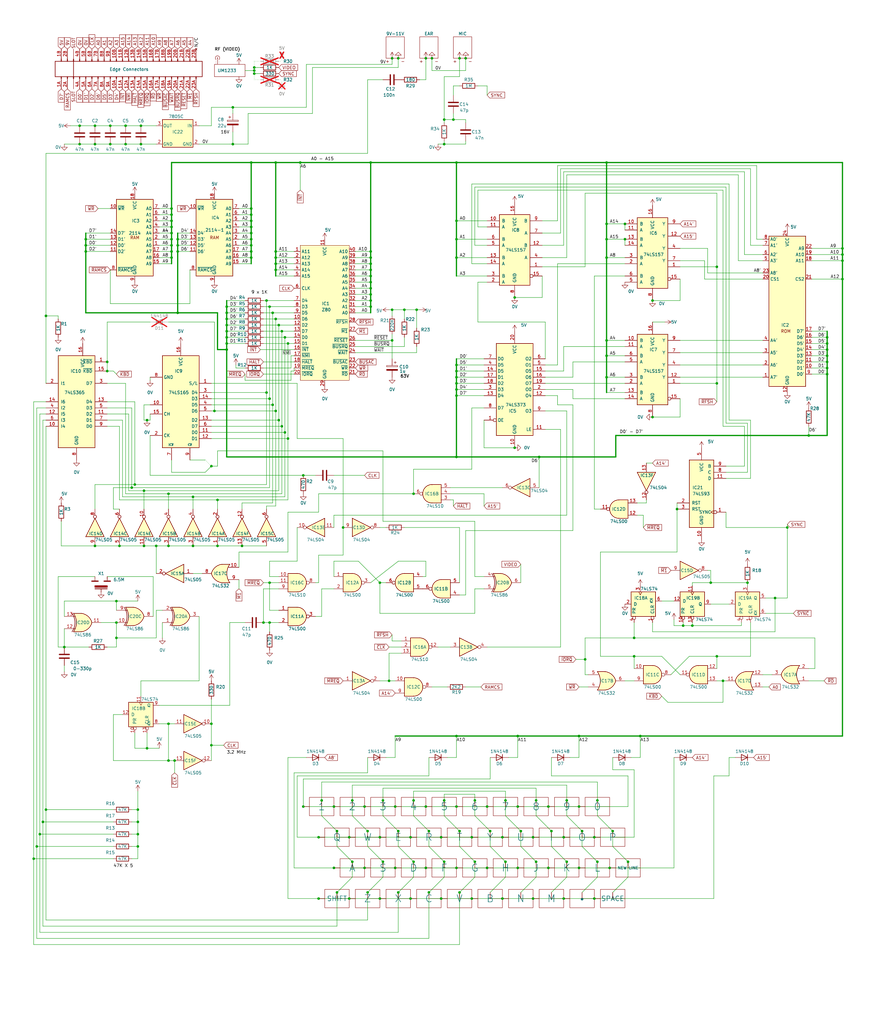
<source format=kicad_sch>
(kicad_sch (version 20230121) (generator eeschema)
  (paper "User" 364.007 424.002)
  (title_block (title "ZX80") (rev "2") (company "Sinclair Research"))
  (lib_symbols
    (symbol "Device:C" (pin_numbers hide) (pin_names (offset 0.254))
      (property "Reference" "C" (at 0.635 2.54 0))
      (property "Value" "C" (at 0.635 -2.54 0))
      (symbol "C_1_1"
        (pin passive line (at 0 3.81 270) (length 2.794) (name "~") (number "1"))
        (pin passive line (at 0 -3.81 90) (length 2.794) (name "~") (number "2"))
      )
    )
    (symbol "Device:C_Polarized" (pin_numbers hide) (pin_names (offset 0.254))
      (property "Reference" "C" (at 0.635 2.54 0))
      (property "Value" "C_Polarized" (at 0.635 -2.54 0))
      (symbol "C_Polarized_1_1"
        (pin passive line (at 0 3.81 270) (length 2.794) (name "~") (number "1"))
        (pin passive line (at 0 -3.81 90) (length 2.794) (name "~") (number "2"))
      )
    )
    (symbol "Device:R" (pin_numbers hide) (pin_names (offset 0))
      (property "Reference" "R" (at 2.032 0 90))
      (property "Value" "R" (at 0 0 90))
      (symbol "R_1_1"
        (pin passive line (at 0 3.81 270) (length 1.27) (name "~") (number "1"))
        (pin passive line (at 0 -3.81 90) (length 1.27) (name "~") (number "2"))
      )
    )
    (symbol "ZX80:0V" (power) (pin_names (offset 0))
      (property "Value" "0V" (at 0 -3.81 0))
      (symbol "0V_1_1"
        (pin power_in line (at 0 0 270) (length 0) hide (name "0V") (number "1"))
      )
    )
    (symbol "ZX80:2114_ZX80"
      (property "Reference" "IC" (at 0 8.255 0))
      (property "Value" "2114" (at 0 3.81 0))
      (symbol "2114_ZX80_1_1"
        (text "RAM" (at 0 0.635 0) (effects (font (size 1.27 1.27))))
        (pin input line (at 10.16 -2.54 180) (length 2.54) (name "A6") (number "1"))
        (pin input line (at -10.16 12.7 0) (length 2.54) (name "~{WR}") (number "10"))
        (pin bidirectional line (at -10.16 -5.08 0) (length 2.54) (name "D2'") (number "11"))
        (pin bidirectional line (at -10.16 -2.54 0) (length 2.54) (name "D0'") (number "12"))
        (pin bidirectional line (at -10.16 0 0) (length 2.54) (name "D1'") (number "13"))
        (pin bidirectional line (at -10.16 2.54 0) (length 2.54) (name "D7'") (number "14"))
        (pin input line (at 10.16 -10.16 180) (length 2.54) (name "A9") (number "15"))
        (pin input line (at 10.16 -7.62 180) (length 2.54) (name "A8") (number "16"))
        (pin input line (at 10.16 -5.08 180) (length 2.54) (name "A7") (number "17"))
        (pin power_in line (at 0 19.05 270) (length 2.54) (name "VCC") (number "18"))
        (pin input line (at 10.16 0 180) (length 2.54) (name "A5") (number "2"))
        (pin input line (at 10.16 2.54 180) (length 2.54) (name "A4") (number "3"))
        (pin input line (at 10.16 5.08 180) (length 2.54) (name "A3") (number "4"))
        (pin input line (at 10.16 7.62 180) (length 2.54) (name "A2") (number "5"))
        (pin input line (at 10.16 10.16 180) (length 2.54) (name "A1") (number "6"))
        (pin input line (at 10.16 12.7 180) (length 2.54) (name "A0") (number "7"))
        (pin input line (at -10.16 -12.7 0) (length 2.54) (name "~{RAMCS}") (number "8"))
        (pin power_in line (at 0 -17.78 90) (length 2.54) (name "GND") (number "9"))
      )
    )
    (symbol "ZX80:2114_ZX80-1"
      (property "Reference" "IC" (at 0 6.985 0))
      (property "Value" "2114-1" (at 0 2.54 0))
      (symbol "2114_ZX80-1_1_1"
        (text "RAM" (at 0 -0.635 0) (effects (font (size 1.27 1.27))))
        (pin input line (at 10.16 -3.81 180) (length 2.54) (name "A6") (number "1"))
        (pin input line (at -10.16 11.43 0) (length 2.54) (name "~{WR}") (number "10"))
        (pin bidirectional line (at -10.16 -6.35 0) (length 2.54) (name "D6'") (number "11"))
        (pin bidirectional line (at -10.16 -3.81 0) (length 2.54) (name "D5'") (number "12"))
        (pin bidirectional line (at -10.16 -1.27 0) (length 2.54) (name "D3'") (number "13"))
        (pin bidirectional line (at -10.16 1.27 0) (length 2.54) (name "D4'") (number "14"))
        (pin input line (at 10.16 -11.43 180) (length 2.54) (name "A9") (number "15"))
        (pin input line (at 10.16 -8.89 180) (length 2.54) (name "A8") (number "16"))
        (pin input line (at 10.16 -6.35 180) (length 2.54) (name "A7") (number "17"))
        (pin power_in line (at 0 17.78 270) (length 2.54) (name "VCC") (number "18"))
        (pin input line (at 10.16 -1.27 180) (length 2.54) (name "A5") (number "2"))
        (pin input line (at 10.16 1.27 180) (length 2.54) (name "A4") (number "3"))
        (pin input line (at 10.16 3.81 180) (length 2.54) (name "A3") (number "4"))
        (pin input line (at 10.16 6.35 180) (length 2.54) (name "A2") (number "5"))
        (pin input line (at 10.16 8.89 180) (length 2.54) (name "A1") (number "6"))
        (pin input line (at 10.16 11.43 180) (length 2.54) (name "A0") (number "7"))
        (pin input line (at -10.16 -13.97 0) (length 2.54) (name "~{RAMCS}") (number "8"))
        (pin power_in line (at 0 -19.05 90) (length 2.54) (name "GND") (number "9"))
      )
    )
    (symbol "ZX80:2332_EPROM"
      (property "Reference" "IC" (at -1.905 2.54 0))
      (property "Value" "2332_EPROM" (at -0.635 0 0))
      (symbol "2332_EPROM_1_1"
        (text "ROM" (at -0.635 -2.54 0) (effects (font (size 1.27 1.27))))
        (pin input line (at -10.16 -21.59 0) (length 2.54) (name "A7'") (number "1"))
        (pin tri_state line (at 10.16 -17.78 180) (length 2.54) (name "D1'") (number "10"))
        (pin tri_state line (at 10.16 -15.24 180) (length 2.54) (name "D2'") (number "11"))
        (pin power_in line (at 0 -27.94 90) (length 2.54) (name "GND") (number "12"))
        (pin tri_state line (at 10.16 -12.7 180) (length 2.54) (name "D3'") (number "13"))
        (pin tri_state line (at 10.16 -10.16 180) (length 2.54) (name "D4'") (number "14"))
        (pin tri_state line (at 10.16 -7.62 180) (length 2.54) (name "D5'") (number "15"))
        (pin tri_state line (at 10.16 -5.08 180) (length 2.54) (name "D6'") (number "16"))
        (pin tri_state line (at 10.16 -2.54 180) (length 2.54) (name "D7'") (number "17"))
        (pin input line (at 10.16 26.67 180) (length 2.54) (name "A11") (number "18"))
        (pin input line (at 10.16 29.21 180) (length 2.54) (name "A10") (number "19"))
        (pin input line (at -10.16 -16.51 0) (length 2.54) (name "A6'") (number "2"))
        (pin input line (at -10.16 19.05 0) (length 2.54) (name "CS1") (number "20"))
        (pin input line (at 10.16 19.05 180) (length 2.54) (name "CS2") (number "21"))
        (pin input line (at 10.16 31.75 180) (length 2.54) (name "A9") (number "22"))
        (pin input line (at -10.16 21.59 0) (length 2.54) (name "A8'") (number "23"))
        (pin power_in line (at 0 39.37 270) (length 2.54) (name "VCC") (number "24"))
        (pin input line (at -10.16 -11.43 0) (length 2.54) (name "A5'") (number "3"))
        (pin input line (at -10.16 -6.35 0) (length 2.54) (name "A4'") (number "4"))
        (pin input line (at -10.16 26.67 0) (length 2.54) (name "A3'") (number "5"))
        (pin input line (at -10.16 29.21 0) (length 2.54) (name "A2'") (number "6"))
        (pin input line (at -10.16 33.02 0) (length 2.54) (name "A1'") (number "7"))
        (pin input line (at -10.16 35.56 0) (length 2.54) (name "A0'") (number "8"))
        (pin tri_state line (at 10.16 -20.32 180) (length 2.54) (name "D0'") (number "9"))
      )
    )
    (symbol "ZX80:5V" (power) (pin_names (offset 0))
      (property "Value" "5V" (at 0 3.556 0))
      (symbol "5V_1_1"
        (pin power_in line (at 0 0 90) (length 0) hide (name "5V") (number "1"))
      )
    )
    (symbol "ZX80:74LS00_ZX80" (pin_names (offset 1.016))
      (property "Reference" "IC" (at 0 0 0))
      (property "Value" "74LS00" (at 0 -5.08 0))
      (symbol "74LS00_ZX80_1_1"
        (pin input line (at -7.62 2.54 0) (length 3.81) (name "~") (number "1"))
        (pin input line (at -7.62 -2.54 0) (length 3.81) (name "~") (number "2"))
        (pin output inverted (at 7.62 0 180) (length 3.81) (name "~") (number "3"))
      )
      (symbol "74LS00_ZX80_1_2"
        (pin input inverted (at -7.62 2.54 0) (length 4.318) (name "~") (number "1"))
        (pin input inverted (at -7.62 -2.54 0) (length 4.318) (name "~") (number "2"))
        (pin output line (at 7.62 0 180) (length 3.81) (name "~") (number "3"))
      )
      (symbol "74LS00_ZX80_2_1"
        (pin input line (at -7.62 2.54 0) (length 3.81) (name "~") (number "4"))
        (pin input line (at -7.62 -2.54 0) (length 3.81) (name "~") (number "5"))
        (pin output inverted (at 7.62 0 180) (length 3.81) (name "~") (number "6"))
      )
      (symbol "74LS00_ZX80_2_2"
        (pin input inverted (at -7.62 2.54 0) (length 4.318) (name "~") (number "4"))
        (pin input inverted (at -7.62 -2.54 0) (length 4.318) (name "~") (number "5"))
        (pin output line (at 7.62 0 180) (length 3.81) (name "~") (number "6"))
      )
      (symbol "74LS00_ZX80_3_1"
        (pin input line (at -7.62 -2.54 0) (length 3.81) (name "~") (number "10"))
        (pin output inverted (at 7.62 0 180) (length 3.81) (name "~") (number "8"))
        (pin input line (at -7.62 2.54 0) (length 3.81) (name "~") (number "9"))
      )
      (symbol "74LS00_ZX80_3_2"
        (pin input inverted (at -7.62 -2.54 0) (length 4.318) (name "~") (number "10"))
        (pin output line (at 7.62 0 180) (length 3.81) (name "~") (number "8"))
        (pin input inverted (at -7.62 2.54 0) (length 4.318) (name "~") (number "9"))
      )
      (symbol "74LS00_ZX80_4_1"
        (pin output inverted (at 7.62 0 180) (length 3.81) (name "~") (number "11"))
        (pin input line (at -7.62 2.54 0) (length 3.81) (name "~") (number "12"))
        (pin input line (at -7.62 -2.54 0) (length 3.81) (name "~") (number "13"))
      )
      (symbol "74LS00_ZX80_4_2"
        (pin output line (at 7.62 0 180) (length 3.81) (name "~") (number "11"))
        (pin input inverted (at -7.62 2.54 0) (length 4.318) (name "~") (number "12"))
        (pin input inverted (at -7.62 -2.54 0) (length 4.318) (name "~") (number "13"))
      )
      (symbol "74LS00_ZX80_5_0"
        (pin power_in line (at 0 12.7 270) (length 5.08) (name "VCC") (number "14"))
        (pin power_in line (at 0 -12.7 90) (length 5.08) (name "GND") (number "7"))
      )
    )
    (symbol "ZX80:74LS04_ZX80"
      (property "Reference" "IC" (at 0 0 0))
      (property "Value" "74LS04" (at 0 -5.08 0))
      (symbol "74LS04_ZX80_1_0"
        (pin input line (at -7.62 0 0) (length 3.81) (name "~") (number "1"))
        (pin output inverted (at 7.62 0 180) (length 3.81) (name "~") (number "2"))
      )
      (symbol "74LS04_ZX80_2_0"
        (pin input line (at -7.62 0 0) (length 3.81) (name "~") (number "3"))
        (pin output inverted (at 7.62 0 180) (length 3.81) (name "~") (number "4"))
      )
      (symbol "74LS04_ZX80_3_0"
        (pin input line (at -7.62 0 0) (length 3.81) (name "~") (number "5"))
        (pin output inverted (at 7.62 0 180) (length 3.81) (name "~") (number "6"))
      )
      (symbol "74LS04_ZX80_4_0"
        (pin output inverted (at 7.62 0 180) (length 3.81) (name "~") (number "8"))
        (pin input line (at -7.62 0 0) (length 3.81) (name "~") (number "9"))
      )
      (symbol "74LS04_ZX80_5_0"
        (pin output inverted (at 7.62 0 180) (length 3.81) (name "~") (number "10"))
        (pin input line (at -7.62 0 0) (length 3.81) (name "~") (number "11"))
      )
      (symbol "74LS04_ZX80_6_0"
        (pin output inverted (at 7.62 0 180) (length 3.81) (name "~") (number "12"))
        (pin input line (at -7.62 0 0) (length 3.81) (name "~") (number "13"))
      )
      (symbol "74LS04_ZX80_7_0"
        (pin power_in line (at 0 12.7 270) (length 5.08) (name "VCC") (number "14"))
        (pin power_in line (at 0 -12.7 90) (length 5.08) (name "GND") (number "7"))
      )
    )
    (symbol "ZX80:74LS05_ZX80" (pin_names (offset 1.016))
      (property "Reference" "IC" (at 0 0 0))
      (property "Value" "74LS05" (at 0 -5.08 0))
      (symbol "74LS05_ZX80_1_0"
        (pin input line (at -7.62 0 0) (length 3.81) (name "~") (number "1"))
        (pin open_collector inverted (at 7.62 0 180) (length 3.81) (name "~") (number "2"))
      )
      (symbol "74LS05_ZX80_2_0"
        (pin input line (at -7.62 0 0) (length 3.81) (name "~") (number "3"))
        (pin open_collector inverted (at 7.62 0 180) (length 3.81) (name "~") (number "4"))
      )
      (symbol "74LS05_ZX80_3_0"
        (pin input line (at -7.62 0 0) (length 3.81) (name "~") (number "5"))
        (pin open_collector inverted (at 7.62 0 180) (length 3.81) (name "~") (number "6"))
      )
      (symbol "74LS05_ZX80_4_0"
        (pin open_collector inverted (at 7.62 0 180) (length 3.81) (name "~") (number "8"))
        (pin input line (at -7.62 0 0) (length 3.81) (name "~") (number "9"))
      )
      (symbol "74LS05_ZX80_5_0"
        (pin open_collector inverted (at 7.62 0 180) (length 3.81) (name "~") (number "10"))
        (pin input line (at -7.62 0 0) (length 3.81) (name "~") (number "11"))
      )
      (symbol "74LS05_ZX80_6_0"
        (pin open_collector inverted (at 7.62 0 180) (length 3.81) (name "~") (number "12"))
        (pin input line (at -7.62 0 0) (length 3.81) (name "~") (number "13"))
      )
      (symbol "74LS05_ZX80_7_0"
        (pin power_in line (at 0 12.7 270) (length 5.08) (name "VCC") (number "14"))
        (pin power_in line (at 0 -12.7 90) (length 5.08) (name "GND") (number "7"))
      )
    )
    (symbol "ZX80:74LS10_ZX80" (pin_names (offset 1.016))
      (property "Reference" "IC" (at 0 0 0))
      (property "Value" "74LS10" (at 0 -5.08 0))
      (symbol "74LS10_ZX80_1_1"
        (pin input line (at -7.62 2.54 0) (length 3.81) (name "~") (number "1"))
        (pin output inverted (at 7.62 0 180) (length 3.81) (name "~") (number "12"))
        (pin input line (at -7.62 -2.54 0) (length 3.81) (name "~") (number "13"))
        (pin input line (at -7.62 0 0) (length 3.81) (name "~") (number "2"))
      )
      (symbol "74LS10_ZX80_1_2"
        (pin input inverted (at -7.62 2.54 0) (length 4.318) (name "~") (number "1"))
        (pin output line (at 7.62 0 180) (length 3.81) (name "~") (number "12"))
        (pin input inverted (at -7.62 -2.54 0) (length 4.318) (name "~") (number "13"))
        (pin input inverted (at -7.62 0 0) (length 4.953) (name "~") (number "2"))
      )
      (symbol "74LS10_ZX80_2_1"
        (pin input line (at -7.62 2.54 0) (length 3.81) (name "~") (number "3"))
        (pin input line (at -7.62 0 0) (length 3.81) (name "~") (number "4"))
        (pin input line (at -7.62 -2.54 0) (length 3.81) (name "~") (number "5"))
        (pin output inverted (at 7.62 0 180) (length 3.81) (name "~") (number "6"))
      )
      (symbol "74LS10_ZX80_2_2"
        (pin input inverted (at -7.62 2.54 0) (length 4.318) (name "~") (number "3"))
        (pin input inverted (at -7.62 0 0) (length 4.953) (name "~") (number "4"))
        (pin input inverted (at -7.62 -2.54 0) (length 4.318) (name "~") (number "5"))
        (pin output line (at 7.62 0 180) (length 3.81) (name "~") (number "6"))
      )
      (symbol "74LS10_ZX80_3_1"
        (pin input line (at -7.62 -2.54 0) (length 3.81) (name "~") (number "10"))
        (pin input line (at -7.62 0 0) (length 3.81) (name "~") (number "11"))
        (pin output inverted (at 7.62 0 180) (length 3.81) (name "~") (number "8"))
        (pin input line (at -7.62 2.54 0) (length 3.81) (name "~") (number "9"))
      )
      (symbol "74LS10_ZX80_3_2"
        (pin input inverted (at -7.62 0 0) (length 4.953) (name "~") (number "10"))
        (pin input inverted (at -7.62 -2.54 0) (length 4.318) (name "~") (number "11"))
        (pin output line (at 7.62 0 180) (length 3.81) (name "~") (number "8"))
        (pin input inverted (at -7.62 2.54 0) (length 4.318) (name "~") (number "9"))
      )
      (symbol "74LS10_ZX80_4_0"
        (pin power_in line (at 0 12.7 270) (length 5.08) (name "VCC") (number "14"))
        (pin power_in line (at 0 -12.7 90) (length 5.08) (name "GND") (number "7"))
      )
    )
    (symbol "ZX80:74LS157_ZX80_IC6" (pin_names (offset 1.016))
      (property "Reference" "IC" (at -5.08 16.51 0))
      (property "Value" "74LS157" (at 5.08 16.51 0))
      (symbol "74LS157_ZX80_IC6_1_0"
        (pin input line (at 11.43 -5.08 180) (length 5.08) (name "") (number "1"))
        (pin input line (at -11.43 12.7 0) (length 5.08) (name "B") (number "10"))
        (pin input line (at -11.43 10.16 0) (length 5.08) (name "A") (number "11"))
        (pin output line (at 11.43 7.62 180) (length 5.08) (name "Y") (number "12"))
        (pin input line (at -11.43 6.35 0) (length 5.08) (name "B") (number "13"))
        (pin input line (at -11.43 3.81 0) (length 5.08) (name "A") (number "14"))
        (pin input inverted (at 11.43 -10.16 180) (length 5.08) (name "") (number "15"))
        (pin power_in line (at 0 20.32 270) (length 5.08) (name "VCC") (number "16"))
        (pin input line (at -11.43 -3.81 0) (length 5.08) (name "A") (number "2"))
        (pin input line (at -11.43 -1.27 0) (length 5.08) (name "B") (number "3"))
        (pin output line (at 11.43 2.54 180) (length 5.08) (name "Y") (number "4"))
        (pin input line (at -11.43 -11.43 0) (length 5.08) (name "A") (number "5"))
        (pin input line (at -11.43 -8.89 0) (length 5.08) (name "B") (number "6"))
        (pin output line (at 11.43 -2.54 180) (length 5.08) (name "Y") (number "7"))
        (pin power_in line (at 0 -19.05 90) (length 5.08) (name "GND") (number "8"))
        (pin output line (at 11.43 12.7 180) (length 5.08) (name "Y") (number "9"))
      )
    )
    (symbol "ZX80:74LS157_ZX80_IC7" (pin_names (offset 1.016))
      (property "Reference" "IC" (at -5.08 16.51 0))
      (property "Value" "74LS157" (at 5.08 16.51 0))
      (symbol "74LS157_ZX80_IC7_1_0"
        (pin input line (at 11.43 -5.08 180) (length 5.08) (name "") (number "1"))
        (pin input line (at -11.43 12.7 0) (length 5.08) (name "B") (number "10"))
        (pin input line (at -11.43 10.16 0) (length 5.08) (name "A") (number "11"))
        (pin output line (at 11.43 -2.54 180) (length 5.08) (name "Y") (number "12"))
        (pin input line (at -11.43 -8.89 0) (length 5.08) (name "B") (number "13"))
        (pin input line (at -11.43 -11.43 0) (length 5.08) (name "A") (number "14"))
        (pin input inverted (at 11.43 -11.43 180) (length 5.08) (name "") (number "15"))
        (pin power_in line (at 0 20.32 270) (length 5.08) (name "VCC") (number "16"))
        (pin input line (at -11.43 -5.08 0) (length 5.08) (name "A") (number "2"))
        (pin input line (at -11.43 -2.54 0) (length 5.08) (name "B") (number "3"))
        (pin output line (at 11.43 2.54 180) (length 5.08) (name "Y") (number "4"))
        (pin input line (at -11.43 3.81 0) (length 5.08) (name "A") (number "5"))
        (pin input line (at -11.43 6.35 0) (length 5.08) (name "B") (number "6"))
        (pin output line (at 11.43 7.62 180) (length 5.08) (name "Y") (number "7"))
        (pin power_in line (at 0 -19.05 90) (length 5.08) (name "GND") (number "8"))
        (pin output line (at 11.43 12.7 180) (length 5.08) (name "Y") (number "9"))
      )
    )
    (symbol "ZX80:74LS157_ZX80_IC8" (pin_names (offset 1.016))
      (property "Reference" "IC" (at -5.08 16.51 0))
      (property "Value" "74LS157" (at 5.08 16.51 0))
      (symbol "74LS157_ZX80_IC8_1_0"
        (pin input line (at 11.43 -6.35 180) (length 5.08) (name "") (number "1"))
        (pin input line (at -11.43 12.7 0) (length 5.08) (name "B") (number "10"))
        (pin input line (at -11.43 10.16 0) (length 5.08) (name "A") (number "11"))
        (pin output line (at 11.43 2.54 180) (length 5.08) (name "B") (number "12"))
        (pin input line (at -11.43 -2.54 0) (length 5.08) (name "B") (number "13"))
        (pin input line (at -11.43 -5.08 0) (length 5.08) (name "A") (number "14"))
        (pin input inverted (at 11.43 -10.16 180) (length 5.08) (name "") (number "15"))
        (pin power_in line (at 0 20.32 270) (length 5.08) (name "VCC") (number "16"))
        (pin input line (at -11.43 -12.7 0) (length 5.08) (name "A") (number "2"))
        (pin input line (at -11.43 -10.16 0) (length 5.08) (name "B") (number "3"))
        (pin output line (at 11.43 -2.54 180) (length 5.08) (name "A") (number "4"))
        (pin input line (at -11.43 2.54 0) (length 5.08) (name "A") (number "5"))
        (pin input line (at -11.43 5.08 0) (length 5.08) (name "B") (number "6"))
        (pin output line (at 11.43 7.62 180) (length 5.08) (name "A") (number "7"))
        (pin power_in line (at 0 -19.05 90) (length 5.08) (name "GND") (number "8"))
        (pin output line (at 11.43 12.7 180) (length 5.08) (name "B") (number "9"))
      )
    )
    (symbol "ZX80:74LS165_ZX80"
      (property "Reference" "IC" (at -6.985 19.05 0))
      (property "Value" "74LS165" (at 4.445 19.05 0))
      (symbol "74LS165_ZX80_1_0"
        (pin input line (at 12.7 6.35 180) (length 5.08) (name "S/L") (number "1"))
        (pin input line (at -12.7 -2.54 0) (length 5.08) (name "") (number "10"))
        (pin input line (at 12.7 -13.97 180) (length 5.08) (name "D0") (number "11"))
        (pin input line (at 12.7 -16.51 180) (length 5.08) (name "D1") (number "12"))
        (pin input line (at 12.7 -8.89 180) (length 5.08) (name "D2") (number "13"))
        (pin input line (at 12.7 0 180) (length 5.08) (name "D3") (number "14"))
        (pin input line (at -12.7 -6.35 0) (length 5.08) (name "CH") (number "15"))
        (pin power_in line (at 0 22.86 270) (length 5.08) (name "VCC") (number "16"))
        (pin input line (at -12.7 -15.24 0) (length 5.08) (name "CK") (number "2"))
        (pin input line (at 12.7 2.54 180) (length 5.08) (name "D4") (number "3"))
        (pin input line (at 12.7 -2.54 180) (length 5.08) (name "D5") (number "4"))
        (pin input line (at 12.7 -5.08 180) (length 5.08) (name "D6") (number "5"))
        (pin input line (at 12.7 -11.43 180) (length 5.08) (name "D7") (number "6"))
        (pin output line (at -3.81 -25.4 90) (length 5.08) (name "~{Q}") (number "7"))
        (pin power_in line (at -12.7 8.89 0) (length 5.08) (name "GND") (number "8"))
        (pin output line (at 3.81 -25.4 90) (length 5.08) (name "Q") (number "9"))
      )
    )
    (symbol "ZX80:74LS32_ZX80" (pin_names (offset 1.016))
      (property "Reference" "IC" (at 0 0 0))
      (property "Value" "74LS32" (at 0 -5.08 0))
      (symbol "74LS32_ZX80_1_1"
        (pin input line (at -7.62 2.54 0) (length 4.318) (name "~") (number "1"))
        (pin input line (at -7.62 -2.54 0) (length 4.318) (name "~") (number "2"))
        (pin output line (at 7.62 0 180) (length 3.81) (name "~") (number "3"))
      )
      (symbol "74LS32_ZX80_1_2"
        (pin input inverted (at -7.62 2.54 0) (length 3.81) (name "~") (number "1"))
        (pin input inverted (at -7.62 -2.54 0) (length 3.81) (name "~") (number "2"))
        (pin output inverted (at 7.62 0 180) (length 3.81) (name "~") (number "3"))
      )
      (symbol "74LS32_ZX80_2_1"
        (pin input line (at -7.62 2.54 0) (length 4.318) (name "~") (number "4"))
        (pin input line (at -7.62 -2.54 0) (length 4.318) (name "~") (number "5"))
        (pin output line (at 7.62 0 180) (length 3.81) (name "~") (number "6"))
      )
      (symbol "74LS32_ZX80_2_2"
        (pin input inverted (at -7.62 2.54 0) (length 3.81) (name "~") (number "4"))
        (pin input inverted (at -7.62 -2.54 0) (length 3.81) (name "~") (number "5"))
        (pin output inverted (at 7.62 0 180) (length 3.81) (name "~") (number "6"))
      )
      (symbol "74LS32_ZX80_3_1"
        (pin input line (at -7.62 -2.54 0) (length 4.318) (name "~") (number "10"))
        (pin output line (at 7.62 0 180) (length 3.81) (name "~") (number "8"))
        (pin input line (at -7.62 2.54 0) (length 4.318) (name "~") (number "9"))
      )
      (symbol "74LS32_ZX80_3_2"
        (pin input inverted (at -7.62 -2.54 0) (length 3.81) (name "~") (number "10"))
        (pin output inverted (at 7.62 0 180) (length 3.81) (name "~") (number "8"))
        (pin input inverted (at -7.62 2.54 0) (length 3.81) (name "~") (number "9"))
      )
      (symbol "74LS32_ZX80_4_1"
        (pin output line (at 7.62 0 180) (length 3.81) (name "~") (number "11"))
        (pin input line (at -7.62 2.54 0) (length 4.318) (name "~") (number "12"))
        (pin input line (at -7.62 -2.54 0) (length 4.318) (name "~") (number "13"))
      )
      (symbol "74LS32_ZX80_4_2"
        (pin output inverted (at 7.62 0 180) (length 3.81) (name "~") (number "11"))
        (pin input inverted (at -7.62 2.54 0) (length 3.81) (name "~") (number "12"))
        (pin input inverted (at -7.62 -2.54 0) (length 3.81) (name "~") (number "13"))
      )
      (symbol "74LS32_ZX80_5_0"
        (pin power_in line (at 0 12.7 270) (length 5.08) (name "VCC") (number "14"))
        (pin power_in line (at 0 -12.7 90) (length 5.08) (name "GND") (number "7"))
      )
    )
    (symbol "ZX80:74LS365_ZX80" (pin_names (offset 1.016))
      (property "Reference" "IC" (at -6.985 20.32 0))
      (property "Value" "74LS365" (at 7.62 20.32 0))
      (symbol "74LS365_ZX80_1_0"
        (pin input line (at 12.7 16.51 180) (length 5.08) (name "~{KBD}") (number "1"))
        (pin input line (at -12.7 -10.16 0) (length 5.08) (name "I4") (number "10"))
        (pin tri_state line (at 12.7 -5.08 180) (length 5.08) (name "D2") (number "11"))
        (pin input line (at -12.7 -5.08 0) (length 5.08) (name "I5") (number "12"))
        (pin tri_state line (at 12.7 0 180) (length 5.08) (name "D4") (number "13"))
        (pin input line (at -12.7 0 0) (length 5.08) (name "I6") (number "14"))
        (pin input line (at 12.7 12.7 180) (length 5.08) (name "~{KBD}") (number "15"))
        (pin power_in line (at 2.54 24.13 270) (length 5.08) (name "VCC") (number "16"))
        (pin input line (at -12.7 7.62 0) (length 5.08) (name "I1") (number "2"))
        (pin tri_state line (at 12.7 7.62 180) (length 5.08) (name "D7") (number "3"))
        (pin input line (at -12.7 -2.54 0) (length 5.08) (name "I2") (number "4"))
        (pin tri_state line (at 12.7 -2.54 180) (length 5.08) (name "D3") (number "5"))
        (pin input line (at -12.7 -7.62 0) (length 5.08) (name "I3") (number "6"))
        (pin tri_state line (at 12.7 -7.62 180) (length 5.08) (name "D1") (number "7"))
        (pin power_in line (at 0 -24.13 90) (length 5.08) (name "GND") (number "8"))
        (pin tri_state line (at 12.7 -10.16 180) (length 5.08) (name "D0") (number "9"))
      )
    )
    (symbol "ZX80:74LS373_ZX80"
      (property "Reference" "IC" (at -6.985 20.32 0))
      (property "Value" "74LS373" (at 4.445 20.32 0))
      (symbol "74LS373_ZX80_1_0"
        (pin input inverted (at -12.7 -12.7 0) (length 5.08) (name "OE") (number "1"))
        (pin power_in line (at 0 -24.13 90) (length 5.08) (name "GND") (number "10"))
        (pin input line (at 12.7 -16.51 180) (length 5.08) (name "LE") (number "11"))
        (pin tri_state line (at 12.7 -2.54 180) (length 5.08) (name "O4") (number "12"))
        (pin input line (at -12.7 -2.54 0) (length 5.08) (name "D4") (number "13"))
        (pin input line (at -12.7 7.62 0) (length 5.08) (name "D5") (number "14"))
        (pin tri_state line (at 12.7 7.62 180) (length 5.08) (name "O5") (number "15"))
        (pin tri_state line (at 12.7 5.08 180) (length 5.08) (name "O6") (number "16"))
        (pin input line (at -12.7 5.08 0) (length 5.08) (name "D1") (number "17"))
        (pin input line (at -12.7 2.54 0) (length 5.08) (name "D2") (number "18"))
        (pin tri_state line (at 12.7 2.54 180) (length 5.08) (name "O7") (number "19"))
        (pin tri_state line (at 12.7 0 180) (length 5.08) (name "O0") (number "2"))
        (pin power_in line (at 0 24.13 270) (length 5.08) (name "VCC") (number "20"))
        (pin input line (at -12.7 0 0) (length 5.08) (name "D3") (number "3"))
        (pin input line (at -12.7 10.16 0) (length 5.08) (name "D5") (number "4"))
        (pin tri_state line (at 12.7 10.16 180) (length 5.08) (name "O1") (number "5"))
        (pin tri_state line (at 12.7 12.7 180) (length 5.08) (name "O2") (number "6"))
        (pin input line (at -12.7 12.7 0) (length 5.08) (name "D0") (number "7"))
        (pin input line (at -12.7 -7.62 0) (length 5.08) (name "D7") (number "8"))
        (pin tri_state line (at 12.7 -8.89 180) (length 5.08) (name "O3") (number "9"))
      )
    )
    (symbol "ZX80:74LS74_ZX80_IC18" (pin_names (offset 1.016))
      (property "Reference" "IC" (at -4.445 6.35 0))
      (property "Value" "74LS74_ZX80_IC18" (at 3.81 6.35 0))
      (symbol "74LS74_ZX80_IC18_1_0"
        (pin input inverted (at 3.81 -7.62 90) (length 2.54) (name "CLR") (number "1"))
        (pin input line (at -7.62 0 0) (length 2.54) (name "D") (number "2"))
        (pin input clock (at -1.27 7.62 270) (length 2.54) (name "") (number "3"))
        (pin input inverted (at -3.81 -7.62 90) (length 2.54) (name "PR") (number "4"))
        (pin no_connect line (at 7.62 -1.905 180) (length 2.54) hide (name "Q") (number "5"))
        (pin output line (at 7.62 1.27 180) (length 2.54) (name "~{Q}") (number "6"))
      )
      (symbol "74LS74_ZX80_IC18_2_0"
        (pin input inverted (at -2.54 -7.62 90) (length 2.54) (name "PR") (number "10"))
        (pin input clock (at 0 7.62 270) (length 2.54) (name "") (number "11"))
        (pin input line (at -7.62 0 0) (length 2.54) (name "D") (number "12"))
        (pin input inverted (at 2.54 -7.62 90) (length 2.54) (name "CLR") (number "13"))
        (pin output line (at 7.62 -3.81 180) (length 2.54) (name "~{Q}") (number "8"))
        (pin output line (at 7.62 3.81 180) (length 2.54) (name "Q") (number "9"))
      )
      (symbol "74LS74_ZX80_IC18_3_0"
        (pin power_in line (at 0 10.16 270) (length 2.54) (name "VCC") (number "14"))
        (pin power_in line (at 0 -10.16 90) (length 2.54) (name "GND") (number "7"))
      )
    )
    (symbol "ZX80:74LS74_ZX80_IC19" (pin_names (offset 1.016))
      (property "Reference" "IC" (at -4.445 6.35 0))
      (property "Value" "74LS74_ZX80_IC19" (at 3.81 6.35 0))
      (symbol "74LS74_ZX80_IC19_1_0"
        (pin input inverted (at 1.27 -7.62 90) (length 2.54) (name "CLR") (number "1"))
        (pin input line (at -7.62 0 0) (length 2.54) (name "D") (number "2"))
        (pin input clock (at 0 7.62 270) (length 2.54) (name "") (number "3"))
        (pin input inverted (at -2.54 -7.62 90) (length 2.54) (name "PR") (number "4"))
        (pin output line (at 7.62 2.54 180) (length 2.54) (name "Q") (number "5"))
        (pin output line (at 7.62 -3.81 180) (length 2.54) (name "~{Q}") (number "6"))
      )
      (symbol "74LS74_ZX80_IC19_2_0"
        (pin input inverted (at -3.81 -7.62 90) (length 2.54) (name "PR") (number "10"))
        (pin input clock (at 0 7.62 270) (length 2.54) (name "") (number "11"))
        (pin input line (at -7.62 1.27 0) (length 2.54) (name "D") (number "12"))
        (pin input inverted (at 0 -7.62 90) (length 2.54) (name "CLR") (number "13"))
        (pin no_connect line (at 7.62 -2.54 180) (length 2.54) hide (name "~{Q}") (number "8"))
        (pin output line (at 7.62 0 180) (length 2.54) (name "Q") (number "9"))
      )
      (symbol "74LS74_ZX80_IC19_3_0"
        (pin power_in line (at 0 10.16 270) (length 2.54) (name "VCC") (number "14"))
        (pin power_in line (at 0 -10.16 90) (length 2.54) (name "GND") (number "7"))
      )
    )
    (symbol "ZX80:74LS86_ZX80" (pin_names (offset 1.016))
      (property "Reference" "IC" (at 0 0 0))
      (property "Value" "74LS86" (at 0 -5.08 0))
      (symbol "74LS86_ZX80_1_0"
        (pin input line (at -7.62 2.54 0) (length 4.445) (name "~") (number "1"))
        (pin input line (at -7.62 -2.54 0) (length 4.445) (name "~") (number "2"))
        (pin output line (at 7.62 0 180) (length 3.81) (name "~") (number "3"))
      )
      (symbol "74LS86_ZX80_2_0"
        (pin input line (at -7.62 2.54 0) (length 4.445) (name "~") (number "4"))
        (pin input line (at -7.62 -2.54 0) (length 4.445) (name "~") (number "5"))
        (pin output line (at 7.62 0 180) (length 3.81) (name "~") (number "6"))
      )
      (symbol "74LS86_ZX80_3_0"
        (pin input line (at -7.62 -2.54 0) (length 4.445) (name "~") (number "10"))
        (pin output line (at 7.62 0 180) (length 3.81) (name "~") (number "8"))
        (pin input line (at -7.62 2.54 0) (length 4.445) (name "~") (number "9"))
      )
      (symbol "74LS86_ZX80_4_0"
        (pin output line (at 7.62 0 180) (length 3.81) (name "~") (number "11"))
        (pin input line (at -7.62 2.54 0) (length 4.445) (name "~") (number "12"))
        (pin input line (at -7.62 -2.54 0) (length 4.445) (name "~") (number "13"))
      )
      (symbol "74LS86_ZX80_5_0"
        (pin power_in line (at 0 12.7 270) (length 5.08) (name "VCC") (number "14"))
        (pin power_in line (at 0 -12.7 90) (length 5.08) (name "GND") (number "7"))
      )
    )
    (symbol "ZX80:74LS93_ZX80" (pin_names (offset 1.016))
      (property "Reference" "IC" (at -4.445 15.24 0))
      (property "Value" "74LS93" (at 3.81 15.24 0))
      (symbol "74LS93_ZX80_1_0"
        (pin input inverted_clock (at 10.16 -7.62 180) (length 5.08) (name "SYNC") (number "1"))
        (pin power_in line (at 0 -19.05 90) (length 5.08) (name "GND") (number "10"))
        (pin output line (at 10.16 6.35 180) (length 5.08) (name "D") (number "11"))
        (pin no_connect line (at 10.16 3.175 180) (length 5.08) hide (name "QA") (number "12"))
        (pin output line (at 10.16 0 180) (length 5.08) hide (name "NC") (number "13"))
        (pin no_connect inverted_clock (at -10.16 12.7 0) (length 5.08) hide (name "CKA") (number "14"))
        (pin input line (at -10.16 -3.81 0) (length 5.08) (name "RST") (number "2"))
        (pin input line (at -10.16 -6.35 0) (length 5.08) (name "RST") (number "3"))
        (pin no_connect line (at -10.16 -8.89 0) (length 5.08) hide (name "NC") (number "4"))
        (pin power_in line (at 0 19.05 270) (length 5.08) (name "VCC") (number "5"))
        (pin no_connect line (at -10.16 7.62 0) (length 5.08) hide (name "NC") (number "6"))
        (pin no_connect line (at -10.16 5.08 0) (length 5.08) hide (name "NC") (number "7"))
        (pin output line (at 10.16 8.89 180) (length 5.08) (name "C") (number "8"))
        (pin no_connect line (at -10.16 2.54 0) (length 5.08) hide (name "NC") (number "8"))
        (pin output line (at 10.16 11.43 180) (length 5.08) (name "B") (number "9"))
      )
    )
    (symbol "ZX80:7805C_VReg" (pin_names (offset 0.254))
      (property "Reference" "IC" (at 0 0 0))
      (property "Value" "7805C" (at -3.81 6.35 0))
      (symbol "7805C_VReg_1_1"
        (pin power_out line (at 8.89 2.54 180) (length 2.54) (name "IN") (number "1"))
        (pin power_in line (at -8.89 -5.08 0) (length 2.54) (name "GND") (number "2"))
        (pin power_in line (at 8.89 -5.08 180) (length 2.54) (name "GND") (number "2"))
        (pin power_in line (at -8.89 2.54 0) (length 2.54) (name "OUT") (number "3"))
      )
    )
    (symbol "ZX80:9V" (power) (pin_names (offset 0))
      (property "Value" "9V" (at 0 3.556 0))
      (symbol "9V_1_1"
        (pin power_in line (at 0 0 90) (length 0) hide (name "9V") (number "1"))
      )
    )
    (symbol "ZX80:Crystal_ZX80" (pin_numbers hide) (pin_names (offset 1.016) hide)
      (property "Reference" "X" (at 0 5.08 0))
      (property "Value" "Crystal" (at 0 -9.525 0))
      (symbol "Crystal_ZX80_1_1"
        (pin passive line (at -2.54 3.81 270) (length 1.27) (name "1") (number "1"))
        (pin passive line (at 0 -2.54 90) (length 1.27) (name "2") (number "2"))
        (pin passive line (at 2.54 3.81 270) (length 1.27) (name "3") (number "3"))
      )
    )
    (symbol "ZX80:EdgeConn_02x23_Male-Connector" (pin_names (offset 1.016) hide) (in_bom no)
      (property "Reference" "EdgeConnectors" (at -7.62 71.12 0))
      (symbol "EdgeConn_02x23_Male-Connector_1_1"
        (text "SLOT" (at -18.415 60.96 0) (effects (font (size 1.27 1.27))))
        (text "SLOT" (at 3.81 60.96 0) (effects (font (size 1.27 1.27))))
        (pin passive line (at -15.24 43.18 0) (length 3.81) (name "D4'") (number "10A"))
        (pin passive line (at 1.27 43.18 180) (length 3.81) (name "A3") (number "10B"))
        (pin passive line (at -15.24 40.64 0) (length 3.81) (name "~{INT}") (number "11A"))
        (pin passive line (at 1.27 40.64 180) (length 3.81) (name "A15") (number "11B"))
        (pin passive line (at -15.24 38.1 0) (length 3.81) (name "~{NMI}") (number "12A"))
        (pin passive line (at 1.27 38.1 180) (length 3.81) (name "A14") (number "12B"))
        (pin passive line (at -15.24 35.56 0) (length 3.81) (name "~{MALT}") (number "13A"))
        (pin passive line (at 1.27 35.56 180) (length 3.81) (name "A13") (number "13B"))
        (pin passive line (at -15.24 33.02 0) (length 3.81) (name "~{MREQ}") (number "14A"))
        (pin passive line (at 1.27 33.02 180) (length 3.81) (name "A12") (number "14B"))
        (pin passive line (at -15.24 30.48 0) (length 3.81) (name "~{IORQ}") (number "15A"))
        (pin passive line (at 1.27 30.48 180) (length 3.81) (name "A11") (number "15B"))
        (pin passive line (at -15.24 27.94 0) (length 3.81) (name "~{RD}") (number "16A"))
        (pin passive line (at 1.27 27.94 180) (length 3.81) (name "A10") (number "16B"))
        (pin passive line (at -15.24 25.4 0) (length 3.81) (name "~{WR}") (number "17A"))
        (pin passive line (at 1.27 25.4 180) (length 3.81) (name "A9") (number "17B"))
        (pin passive line (at -15.24 22.86 0) (length 3.81) (name "~{BUSAC}") (number "18A"))
        (pin passive line (at 1.27 22.86 180) (length 3.81) (name "A8") (number "18B"))
        (pin passive line (at -15.24 20.32 0) (length 3.81) (name "~{WAIT}") (number "19A"))
        (pin passive line (at 1.27 20.32 180) (length 3.81) (name "A7") (number "19B"))
        (pin passive line (at -15.24 66.04 0) (length 3.81) (name "D7'") (number "1A"))
        (pin power_in line (at 1.27 66.04 180) (length 3.81) (name "5V") (number "1B"))
        (pin passive line (at -15.24 17.78 0) (length 3.81) (name "~{BUSRQ}") (number "20A"))
        (pin passive line (at 1.27 17.78 180) (length 3.81) (name "A6") (number "20B"))
        (pin passive line (at -15.24 15.24 0) (length 3.81) (name "~{RESET}") (number "21A"))
        (pin passive line (at 1.27 15.24 180) (length 3.81) (name "A5") (number "21B"))
        (pin passive line (at -15.24 12.7 0) (length 3.81) (name "~{M1}") (number "22A"))
        (pin passive line (at 1.27 12.7 180) (length 3.81) (name "A4") (number "22B"))
        (pin passive line (at -15.24 10.16 0) (length 3.81) (name "~{REFSH}") (number "23A"))
        (pin no_connect line (at 1.27 10.16 180) (length 3.81) (name "NC") (number "23B"))
        (pin passive line (at -15.24 63.5 0) (length 3.81) (name "~{RAMCS}") (number "2A"))
        (pin power_in line (at 1.27 63.5 180) (length 3.81) (name "9V") (number "2B"))
        (pin passive line (at -15.24 58.42 0) (length 3.81) (name "D0'") (number "4A"))
        (pin power_in line (at 1.27 58.42 180) (length 3.81) (name "GND") (number "4B"))
        (pin passive line (at -15.24 55.88 0) (length 3.81) (name "D1'") (number "5A"))
        (pin power_in line (at 1.27 55.88 180) (length 3.81) (name "GND") (number "5B"))
        (pin passive line (at -15.24 53.34 0) (length 3.81) (name "D2'") (number "6A"))
        (pin passive line (at 1.27 53.34 180) (length 3.81) (name "~{CLK}") (number "6B"))
        (pin passive line (at -15.24 50.8 0) (length 3.81) (name "D6'") (number "7A"))
        (pin passive line (at 1.27 50.8 180) (length 3.81) (name "A0") (number "7B"))
        (pin passive line (at -15.24 48.26 0) (length 3.81) (name "D5'") (number "8A"))
        (pin passive line (at 1.27 48.26 180) (length 3.81) (name "A1") (number "8B"))
        (pin passive line (at -15.24 45.72 0) (length 3.81) (name "D3'") (number "9A"))
        (pin passive line (at 1.27 45.72 180) (length 3.81) (name "A2") (number "9B"))
      )
    )
    (symbol "ZX80:PhonoConn_3Pin" (pin_numbers hide) (pin_names (offset 0))
      (property "Reference" "J" (at 0 -2.54 0))
      (property "Value" "3.5mm" (at 0 -15.875 0))
      (symbol "PhonoConn_3Pin_1_0"
        (pin power_in line (at 1.27 -8.89 270) (length 2.54) hide (name "RING") (number "R"))
        (pin power_in line (at -1.27 -8.89 270) (length 2.54) hide (name "TIP") (number "T"))
      )
      (symbol "PhonoConn_3Pin_1_1"
        (text "+" (at -3.175 -10.16 0) (effects (font (size 1.27 1.27))))
        (text "-" (at 3.175 -10.16 0) (effects (font (size 1.27 1.27))))
        (pin passive line (at 1.27 -8.89 90) (length 2.54) hide (name "SLEEVE") (number "S"))
      )
    )
    (symbol "ZX80:RF_Modulator_UM1233_UHF" (pin_numbers hide) (pin_names hide)
      (property "Value" "UM1233" (at -2.54 -2.54 0))
      (property "Text" "RF (VIDEO)" (at -7.62 6.35 0))
      (symbol "RF_Modulator_UM1233_UHF_1_1"
        (pin power_in line (at 2.54 0 270) (length 2.54) hide (name "5V") (number "1"))
        (pin power_in line (at 2.54 -5.08 90) (length 2.54) hide (name "0V") (number "2"))
        (pin passive line (at 5.08 -2.54 180) (length 2.54) hide (name "VIDEO") (number "3"))
      )
    )
    (symbol "ZX80:Z80_ZX80"
      (property "Reference" "IC" (at -8.89 29.21 0))
      (property "Value" "Z80_ZX80" (at 7.874 29.21 0))
      (symbol "Z80_ZX80_1_1"
        (pin output line (at -12.7 25.4 0) (length 2.54) (name "A11") (number "1"))
        (pin bidirectional line (at -12.7 -2.54 0) (length 2.54) (name "D6") (number "10"))
        (pin power_in line (at 0 30.48 270) (length 2.54) (name "VCC") (number "11"))
        (pin bidirectional line (at -12.7 -5.08 0) (length 2.54) (name "D2") (number "12"))
        (pin bidirectional line (at -12.7 -7.62 0) (length 2.54) (name "D7") (number "13"))
        (pin bidirectional line (at -12.7 -10.16 0) (length 2.54) (name "D0") (number "14"))
        (pin bidirectional line (at -12.7 -12.7 0) (length 2.54) (name "D1") (number "15"))
        (pin input line (at -12.7 -15.24 0) (length 2.54) (name "~{INT}") (number "16"))
        (pin input line (at -12.7 -17.78 0) (length 2.54) (name "~{NMI}") (number "17"))
        (pin output line (at -12.7 -20.32 0) (length 2.54) (name "~{HALT}") (number "18"))
        (pin output line (at -12.7 -22.86 0) (length 2.54) (name "~{MREQ}") (number "19"))
        (pin output line (at -12.7 22.86 0) (length 2.54) (name "A12") (number "2"))
        (pin output line (at -12.7 -25.4 0) (length 2.54) (name "~{IORQ}") (number "20"))
        (pin output line (at 12.7 -25.4 180) (length 2.54) (name "~{RD}") (number "21"))
        (pin output line (at 12.7 -22.86 180) (length 2.54) (name "~{WR}") (number "22"))
        (pin output line (at 12.7 -20.32 180) (length 2.54) (name "~{BUSAC}") (number "23"))
        (pin input line (at 12.7 -16.51 180) (length 2.54) (name "~{WAIT}") (number "24"))
        (pin input line (at 12.7 -13.97 180) (length 2.54) (name "~{BUSRQ}") (number "25"))
        (pin input line (at 12.7 -11.43 180) (length 2.54) (name "~{RESET}") (number "26"))
        (pin output line (at 12.7 -7.62 180) (length 2.54) (name "~{M1}") (number "27"))
        (pin output line (at 12.7 -3.81 180) (length 2.54) (name "~{RFSH}") (number "28"))
        (pin power_in line (at 0 -30.48 90) (length 2.54) (name "GND") (number "29"))
        (pin output line (at -12.7 20.32 0) (length 2.54) (name "A13") (number "3"))
        (pin output line (at 12.7 0 180) (length 2.54) (name "A0") (number "30"))
        (pin output line (at 12.7 2.54 180) (length 2.54) (name "A1") (number "31"))
        (pin output line (at 12.7 5.08 180) (length 2.54) (name "A2") (number "32"))
        (pin output line (at 12.7 7.62 180) (length 2.54) (name "A3") (number "33"))
        (pin output line (at 12.7 10.16 180) (length 2.54) (name "A4") (number "34"))
        (pin output line (at 12.7 12.7 180) (length 2.54) (name "A5") (number "35"))
        (pin output line (at 12.7 15.24 180) (length 2.54) (name "A6") (number "36"))
        (pin output line (at 12.7 17.78 180) (length 2.54) (name "A7") (number "37"))
        (pin output line (at 12.7 20.32 180) (length 2.54) (name "A8") (number "38"))
        (pin output line (at 12.7 22.86 180) (length 2.54) (name "A9") (number "39"))
        (pin output line (at -12.7 17.78 0) (length 2.54) (name "A14") (number "4"))
        (pin output line (at 12.7 25.4 180) (length 2.54) (name "A10") (number "40"))
        (pin output line (at -12.7 15.24 0) (length 2.54) (name "A15") (number "5"))
        (pin input line (at -12.7 10.16 0) (length 2.54) (name "CLK") (number "6"))
        (pin bidirectional line (at -12.7 5.08 0) (length 2.54) (name "D4") (number "7"))
        (pin bidirectional line (at -12.7 2.54 0) (length 2.54) (name "D3") (number "8"))
        (pin bidirectional line (at -12.7 0 0) (length 2.54) (name "D5") (number "9"))
      )
    )
    (symbol "ZX80:ZX80_1N4148" (pin_numbers hide) (pin_names hide)
      (property "Reference" "D" (at 0 2.54 0))
      (property "Value" "1N4148" (at 0 -2.54 0))
      (symbol "ZX80_1N4148_1_1"
        (pin passive line (at 3.81 0 180) (length 2.54) (name "A") (number "1"))
        (pin passive line (at -3.81 0 0) (length 2.54) (name "K") (number "2"))
      )
    )
    (symbol "ZX80:ZX80_Key" (pin_numbers hide) (in_bom no)
      (property "Value" "Key" (at 0 -5.08 0))
      (symbol "ZX80_Key_1_1"
        (pin passive line (at -7.62 -5.08 0) (length 2.54) (name "") (number "1"))
        (pin passive line (at 0 -2.54 270) (length 2.54) (name "") (number "2"))
      )
    )
  )
  (junction (at 195.58 372.11))
  (junction (at 280.67 210.82))
  (junction (at 105.41 30.48))
  (junction (at 114.3 67.31))
  (junction (at 52.07 52.07))
  (junction (at 165.1 344.17))
  (junction (at 71.12 88.9))
  (junction (at 184.15 331.47))
  (junction (at 270.51 172.72))
  (junction (at 190.5 24.13))
  (junction (at 196.85 331.47))
  (junction (at 26.67 267.97))
  (junction (at 54.61 201.93))
  (junction (at 189.23 99.06))
  (junction (at 189.23 161.29))
  (junction (at 132.08 372.11))
  (junction (at 13.97 355.6))
  (junction (at 144.78 372.11))
  (junction (at 208.28 372.11))
  (junction (at 184.15 356.87))
  (junction (at 44.45 153.67))
  (junction (at 90.17 207.01))
  (junction (at 294.64 241.3))
  (junction (at 247.65 331.47))
  (junction (at 111.76 127))
  (junction (at 69.85 314.96))
  (junction (at 163.83 359.41))
  (junction (at 39.37 59.69))
  (junction (at 104.14 93.98))
  (junction (at 153.67 111.76))
  (junction (at 176.53 359.41))
  (junction (at 190.5 369.57))
  (junction (at 259.08 99.06))
  (junction (at 251.46 156.21))
  (junction (at 104.14 88.9))
  (junction (at 48.26 264.16))
  (junction (at 138.43 334.01))
  (junction (at 104.14 91.44))
  (junction (at 213.36 185.42))
  (junction (at 57.15 335.28))
  (junction (at 57.15 340.36))
  (junction (at 182.88 346.71))
  (junction (at 60.96 173.99))
  (junction (at 144.78 346.71))
  (junction (at 349.25 107.95))
  (junction (at 105.41 29.21))
  (junction (at 283.21 259.08))
  (junction (at 153.67 106.68))
  (junction (at 87.63 193.04))
  (junction (at 118.11 179.07))
  (junction (at 335.28 180.34))
  (junction (at 138.43 359.41))
  (junction (at 157.48 346.71))
  (junction (at 111.76 241.3))
  (junction (at 189.23 189.23))
  (junction (at 190.5 344.17))
  (junction (at 151.13 334.01))
  (junction (at 297.18 271.78))
  (junction (at 189.23 156.21))
  (junction (at 342.9 144.78))
  (junction (at 240.03 304.8))
  (junction (at 146.05 356.87))
  (junction (at 93.98 137.16))
  (junction (at 35.56 101.6))
  (junction (at 176.53 334.01))
  (junction (at 115.57 134.62))
  (junction (at 44.45 149.86))
  (junction (at 299.72 281.94))
  (junction (at 111.76 165.1))
  (junction (at 321.31 247.65))
  (junction (at 33.02 52.07))
  (junction (at 227.33 334.01))
  (junction (at 105.41 27.94))
  (junction (at 45.72 59.69))
  (junction (at 71.12 101.6))
  (junction (at 71.12 96.52))
  (junction (at 153.67 109.22))
  (junction (at 104.14 106.68))
  (junction (at 209.55 356.87))
  (junction (at 158.75 356.87))
  (junction (at 39.37 226.06))
  (junction (at 309.88 241.3))
  (junction (at 184.15 59.69))
  (junction (at 33.02 59.69))
  (junction (at 114.3 170.18))
  (junction (at 189.23 67.31))
  (junction (at 189.23 106.68))
  (junction (at 342.9 152.4))
  (junction (at 73.66 129.54))
  (junction (at 55.88 200.66))
  (junction (at 93.98 127))
  (junction (at 201.93 334.01))
  (junction (at 171.45 356.87))
  (junction (at 90.17 226.06))
  (junction (at 349.25 102.87))
  (junction (at 114.3 106.68))
  (junction (at 223.52 189.23))
  (junction (at 104.14 67.31))
  (junction (at 259.08 92.71))
  (junction (at 57.15 345.44))
  (junction (at 162.56 24.13))
  (junction (at 71.12 86.36))
  (junction (at 187.96 49.53))
  (junction (at 80.01 205.74))
  (junction (at 228.6 344.17))
  (junction (at 80.01 226.06))
  (junction (at 104.14 96.52))
  (junction (at 262.89 271.78))
  (junction (at 189.23 153.67))
  (junction (at 246.38 346.71))
  (junction (at 71.12 99.06))
  (junction (at 189.23 334.01))
  (junction (at 349.25 105.41))
  (junction (at 203.2 344.17))
  (junction (at 125.73 196.85))
  (junction (at 247.65 356.87))
  (junction (at 227.33 359.41))
  (junction (at 73.66 101.6))
  (junction (at 118.11 139.7))
  (junction (at 104.14 86.36))
  (junction (at 251.46 67.31))
  (junction (at 193.04 24.13))
  (junction (at 71.12 93.98))
  (junction (at 251.46 106.68))
  (junction (at 182.88 372.11))
  (junction (at 233.68 372.11))
  (junction (at 119.38 181.61))
  (junction (at 240.03 334.01))
  (junction (at 104.14 101.6))
  (junction (at 48.26 257.81))
  (junction (at 153.67 124.46))
  (junction (at 39.37 52.07))
  (junction (at 342.9 154.94))
  (junction (at 73.66 99.06))
  (junction (at 254 344.17))
  (junction (at 165.1 369.57))
  (junction (at 240.03 359.41))
  (junction (at 157.48 241.3))
  (junction (at 96.52 44.45))
  (junction (at 214.63 304.8))
  (junction (at 215.9 344.17))
  (junction (at 71.12 91.44))
  (junction (at 119.38 142.24))
  (junction (at 342.9 147.32))
  (junction (at 171.45 331.47))
  (junction (at 114.3 109.22))
  (junction (at 162.56 128.27))
  (junction (at 124.46 67.31))
  (junction (at 48.26 248.92))
  (junction (at 177.8 344.17))
  (junction (at 125.73 334.01))
  (junction (at 167.64 128.27))
  (junction (at 297.18 110.49))
  (junction (at 114.3 111.76))
  (junction (at 58.42 59.69))
  (junction (at 93.98 144.78))
  (junction (at 116.84 176.53))
  (junction (at 71.12 104.14))
  (junction (at 234.95 331.47))
  (junction (at 234.95 356.87))
  (junction (at 139.7 344.17))
  (junction (at 196.85 356.87))
  (junction (at 222.25 356.87))
  (junction (at 60.96 309.88))
  (junction (at 93.98 142.24))
  (junction (at 189.23 91.44))
  (junction (at 252.73 359.41))
  (junction (at 157.48 372.11))
  (junction (at 241.3 344.17))
  (junction (at 114.3 132.08))
  (junction (at 342.9 139.7))
  (junction (at 195.58 346.71))
  (junction (at 270.51 124.46))
  (junction (at 213.36 123.19))
  (junction (at 69.85 204.47))
  (junction (at 214.63 334.01))
  (junction (at 146.05 331.47))
  (junction (at 58.42 52.07))
  (junction (at 142.24 218.44))
  (junction (at 220.98 372.11))
  (junction (at 115.57 173.99))
  (junction (at 87.63 299.72))
  (junction (at 17.78 340.36))
  (junction (at 110.49 124.46))
  (junction (at 189.23 158.75))
  (junction (at 151.13 359.41))
  (junction (at 69.85 226.06))
  (junction (at 88.9 170.18))
  (junction (at 162.56 140.97))
  (junction (at 93.98 132.08))
  (junction (at 153.67 127))
  (junction (at 93.98 139.7))
  (junction (at 49.53 226.06))
  (junction (at 251.46 92.71))
  (junction (at 165.1 24.13))
  (junction (at 233.68 346.71))
  (junction (at 349.25 115.57))
  (junction (at 170.18 346.71))
  (junction (at 64.77 226.06))
  (junction (at 172.72 128.27))
  (junction (at 297.18 158.75))
  (junction (at 208.28 346.71))
  (junction (at 176.53 24.13))
  (junction (at 179.07 24.13))
  (junction (at 87.63 308.61))
  (junction (at 177.8 369.57))
  (junction (at 19.05 130.81))
  (junction (at 16.51 345.44))
  (junction (at 15.24 350.52))
  (junction (at 171.45 204.47))
  (junction (at 170.18 372.11))
  (junction (at 153.67 114.3))
  (junction (at 184.15 49.53))
  (junction (at 57.15 350.52))
  (junction (at 96.52 59.69))
  (junction (at 104.14 99.06))
  (junction (at 153.67 67.31))
  (junction (at 158.75 331.47))
  (junction (at 104.14 104.14))
  (junction (at 251.46 99.06))
  (junction (at 342.9 149.86))
  (junction (at 260.35 356.87))
  (junction (at 163.83 334.01))
  (junction (at 45.72 52.07))
  (junction (at 73.66 104.14))
  (junction (at 242.57 273.05))
  (junction (at 189.23 163.83))
  (junction (at 100.33 226.06))
  (junction (at 59.69 226.06))
  (junction (at 201.93 359.41))
  (junction (at 326.39 218.44))
  (junction (at 139.7 369.57))
  (junction (at 189.23 359.41))
  (junction (at 113.03 167.64))
  (junction (at 265.43 304.8))
  (junction (at 214.63 359.41))
  (junction (at 71.12 106.68))
  (junction (at 153.67 119.38))
  (junction (at 110.49 162.56))
  (junction (at 153.67 121.92))
  (junction (at 109.22 257.81))
  (junction (at 246.38 372.11))
  (junction (at 189.23 304.8))
  (junction (at 59.69 203.2))
  (junction (at 220.98 346.71))
  (junction (at 287.02 259.08))
  (junction (at 189.23 151.13))
  (junction (at 116.84 137.16))
  (junction (at 152.4 344.17))
  (junction (at 132.08 346.71))
  (junction (at 69.85 299.72))
  (junction (at 114.3 104.14))
  (junction (at 161.29 281.94))
  (junction (at 342.9 142.24))
  (junction (at 251.46 140.97))
  (junction (at 35.56 99.06))
  (junction (at 52.07 59.69))
  (junction (at 133.35 331.47))
  (junction (at 72.39 314.96))
  (junction (at 113.03 129.54))
  (junction (at 93.98 129.54))
  (junction (at 153.67 104.14))
  (junction (at 152.4 369.57))
  (junction (at 153.67 116.84))
  (junction (at 251.46 147.32))
  (junction (at 19.05 335.28))
  (junction (at 93.98 134.62))
  (junction (at 209.55 331.47))
  (junction (at 111.76 257.81))
  (junction (at 222.25 331.47))
  (junction (at 35.56 104.14))
  (junction (at 262.89 264.16))
  (wire (pts (xy 152.4 313.69) (xy 152.4 320.04)))
  (wire (pts (xy 283.21 259.08) (xy 283.21 257.81)))
  (wire (pts (xy 146.05 325.12) (xy 234.95 325.12)))
  (wire (pts (xy 265.43 304.8) (xy 265.43 313.69)))
  (wire (pts (xy 55.88 309.88) (xy 60.96 309.88)))
  (wire (pts (xy 100.33 208.28) (xy 113.03 208.28)))
  (wire (pts (xy 59.69 167.64) (xy 59.69 173.99)))
  (wire (pts (xy 73.66 96.52) (xy 73.66 99.06)) (stroke (width 0.5)))
  (wire (pts (xy 189.23 189.23) (xy 223.52 189.23)) (stroke (width 0.5)))
  (wire (pts (xy 260.35 363.22) (xy 254 369.57)))
  (wire (pts (xy 71.12 96.52) (xy 71.12 93.98)) (stroke (width 0.5)))
  (wire (pts (xy 198.12 35.56) (xy 201.93 35.56)))
  (wire (pts (xy 259.08 281.94) (xy 262.89 281.94)))
  (wire (pts (xy 90.17 210.82) (xy 90.17 207.01)))
  (wire (pts (xy 171.45 356.87) (xy 171.45 363.22)))
  (wire (pts (xy 82.55 255.27) (xy 82.55 281.94)))
  (wire (pts (xy 313.69 99.06) (xy 313.69 68.58)))
  (wire (pts (xy 111.76 232.41) (xy 123.19 232.41)))
  (wire (pts (xy 209.55 356.87) (xy 209.55 363.22)))
  (wire (pts (xy 63.5 238.76) (xy 63.5 255.27)))
  (wire (pts (xy 119.38 207.01) (xy 119.38 181.61)))
  (wire (pts (xy 114.3 111.76) (xy 114.3 109.22)) (stroke (width 0.5)))
  (wire (pts (xy 214.63 334.01) (xy 227.33 334.01)))
  (wire (pts (xy 187.96 209.55) (xy 187.96 207.01)))
  (wire (pts (xy 189.23 91.44) (xy 201.93 91.44)))
  (wire (pts (xy 234.95 363.22) (xy 228.6 369.57)))
  (wire (pts (xy 114.3 170.18) (xy 88.9 170.18)))
  (wire (pts (xy 54.61 201.93) (xy 111.76 201.93)))
  (wire (pts (xy 158.75 363.22) (xy 152.4 369.57)))
  (wire (pts (xy 196.85 331.47) (xy 196.85 337.82)))
  (wire (pts (xy 15.24 168.91) (xy 15.24 350.52)))
  (wire (pts (xy 71.12 88.9) (xy 71.12 86.36)) (stroke (width 0.5)))
  (wire (pts (xy 165.1 350.52) (xy 171.45 356.87)))
  (wire (pts (xy 214.63 304.8) (xy 214.63 313.69)))
  (wire (pts (xy 99.06 91.44) (xy 104.14 91.44)))
  (wire (pts (xy 233.68 143.51) (xy 259.08 143.51)))
  (wire (pts (xy 95.25 257.81) (xy 101.6 257.81)))
  (wire (pts (xy 251.46 99.06) (xy 251.46 106.68)) (stroke (width 0.5)))
  (wire (pts (xy 242.57 273.05) (xy 242.57 279.4)))
  (wire (pts (xy 189.23 161.29) (xy 189.23 163.83)) (stroke (width 0.5)))
  (wire (pts (xy 62.23 157.48) (xy 62.23 156.21)))
  (wire (pts (xy 57.15 327.66) (xy 57.15 335.28)))
  (wire (pts (xy 16.51 171.45) (xy 19.05 171.45)))
  (wire (pts (xy 78.74 125.73) (xy 45.72 125.73)))
  (wire (pts (xy 153.67 104.14) (xy 153.67 67.31)) (stroke (width 0.5)))
  (wire (pts (xy 110.49 124.46) (xy 121.92 124.46)))
  (wire (pts (xy 121.92 114.3) (xy 114.3 114.3)))
  (wire (pts (xy 209.55 331.47) (xy 209.55 337.82)))
  (wire (pts (xy 99.06 93.98) (xy 104.14 93.98)))
  (wire (pts (xy 96.52 44.45) (xy 96.52 46.99)))
  (wire (pts (xy 73.66 101.6) (xy 78.74 101.6)))
  (wire (pts (xy 247.65 356.87) (xy 247.65 363.22)))
  (wire (pts (xy 138.43 196.85) (xy 151.13 196.85)))
  (wire (pts (xy 236.22 313.69) (xy 240.03 313.69)))
  (wire (pts (xy 139.7 350.52) (xy 146.05 356.87)))
  (wire (pts (xy 184.15 31.75) (xy 184.15 49.53)))
  (wire (pts (xy 124.46 67.31) (xy 153.67 67.31)) (stroke (width 0.5)))
  (wire (pts (xy 147.32 116.84) (xy 153.67 116.84)))
  (wire (pts (xy 99.06 104.14) (xy 104.14 104.14)))
  (wire (pts (xy 33.02 59.69) (xy 39.37 59.69)))
  (wire (pts (xy 35.56 101.6) (xy 45.72 101.6)))
  (wire (pts (xy 115.57 173.99) (xy 87.63 173.99)))
  (wire (pts (xy 313.69 99.06) (xy 316.23 99.06)))
  (wire (pts (xy 182.88 346.71) (xy 195.58 346.71)))
  (wire (pts (xy 170.18 346.71) (xy 182.88 346.71)))
  (wire (pts (xy 283.21 259.08) (xy 287.02 259.08)))
  (wire (pts (xy 190.5 350.52) (xy 196.85 356.87)))
  (wire (pts (xy 54.61 355.6) (xy 57.15 355.6)))
  (wire (pts (xy 175.26 238.76) (xy 176.53 238.76)))
  (wire (pts (xy 349.25 67.31) (xy 349.25 102.87)) (stroke (width 0.5)))
  (wire (pts (xy 242.57 264.16) (xy 262.89 264.16)))
  (wire (pts (xy 308.61 105.41) (xy 316.23 105.41)))
  (wire (pts (xy 147.32 129.54) (xy 153.67 129.54)))
  (wire (pts (xy 69.85 204.47) (xy 116.84 204.47)))
  (wire (pts (xy 299.72 176.53) (xy 299.72 78.74)))
  (wire (pts (xy 66.04 96.52) (xy 71.12 96.52)))
  (wire (pts (xy 311.15 257.81) (xy 311.15 271.78)))
  (wire (pts (xy 200.66 204.47) (xy 186.69 204.47)))
  (wire (pts (xy 104.14 67.31) (xy 71.12 67.31)) (stroke (width 0.5)))
  (wire (pts (xy 254 350.52) (xy 260.35 356.87)))
  (wire (pts (xy 280.67 210.82) (xy 280.67 228.6)))
  (wire (pts (xy 171.45 327.66) (xy 171.45 331.47)))
  (wire (pts (xy 238.76 273.05) (xy 242.57 273.05)))
  (wire (pts (xy 73.66 104.14) (xy 73.66 129.54)) (stroke (width 0.5)))
  (wire (pts (xy 160.02 313.69) (xy 163.83 313.69)))
  (wire (pts (xy 114.3 132.08) (xy 121.92 132.08)))
  (wire (pts (xy 111.76 257.81) (xy 111.76 261.62)))
  (wire (pts (xy 110.49 124.46) (xy 110.49 162.56)))
  (wire (pts (xy 251.46 147.32) (xy 259.08 147.32)))
  (wire (pts (xy 99.06 243.84) (xy 99.06 240.03)))
  (wire (pts (xy 99.06 86.36) (xy 104.14 86.36)))
  (wire (pts (xy 196.85 328.93) (xy 196.85 331.47)))
  (wire (pts (xy 90.17 144.78) (xy 93.98 144.78)) (stroke (width 0.5)))
  (wire (pts (xy 17.78 340.36) (xy 17.78 383.54)))
  (wire (pts (xy 87.63 52.07) (xy 87.63 44.45)))
  (wire (pts (xy 52.07 59.69) (xy 58.42 59.69)))
  (wire (pts (xy 222.25 337.82) (xy 228.6 344.17)))
  (wire (pts (xy 274.32 248.92) (xy 279.4 248.92)))
  (wire (pts (xy 13.97 166.37) (xy 13.97 355.6)))
  (wire (pts (xy 246.38 372.11) (xy 295.91 372.11)))
  (wire (pts (xy 189.23 163.83) (xy 189.23 189.23)) (stroke (width 0.5)))
  (wire (pts (xy 158.75 33.02) (xy 152.4 33.02)))
  (wire (pts (xy 157.48 241.3) (xy 160.02 241.3)))
  (wire (pts (xy 44.45 173.99) (xy 50.8 173.99)))
  (wire (pts (xy 115.57 25.4) (xy 116.84 25.4)) (stroke (width 0) (type dot)))
  (wire (pts (xy 85.09 195.58) (xy 87.63 193.04)))
  (wire (pts (xy 167.64 218.44) (xy 190.5 218.44)))
  (wire (pts (xy 111.76 201.93) (xy 111.76 165.1)))
  (wire (pts (xy 162.56 265.43) (xy 166.37 265.43)))
  (wire (pts (xy 311.15 69.85) (xy 311.15 101.6)))
  (wire (pts (xy 78.74 111.76) (xy 78.74 125.73)))
  (wire (pts (xy 133.35 243.84) (xy 138.43 243.84)))
  (wire (pts (xy 123.19 346.71) (xy 132.08 346.71)))
  (wire (pts (xy 116.84 34.29) (xy 116.84 33.02)) (stroke (width 0) (type dot)))
  (wire (pts (xy 66.04 106.68) (xy 71.12 106.68)))
  (wire (pts (xy 93.98 132.08) (xy 93.98 134.62)) (stroke (width 0.5)))
  (wire (pts (xy 231.14 109.22) (xy 259.08 109.22)))
  (wire (pts (xy 110.49 162.56) (xy 87.63 162.56)))
  (wire (pts (xy 184.15 59.69) (xy 193.04 59.69)))
  (wire (pts (xy 66.04 292.1) (xy 95.25 292.1)))
  (wire (pts (xy 69.85 299.72) (xy 69.85 314.96)))
  (wire (pts (xy 251.46 140.97) (xy 259.08 140.97)))
  (wire (pts (xy 116.84 24.13) (xy 116.84 25.4)) (stroke (width 0) (type dot)))
  (wire (pts (xy 196.85 101.6) (xy 201.93 101.6)))
  (wire (pts (xy 227.33 359.41) (xy 240.03 359.41)))
  (wire (pts (xy 247.65 331.47) (xy 247.65 337.82)))
  (wire (pts (xy 190.5 344.17) (xy 190.5 350.52)))
  (wire (pts (xy 19.05 381) (xy 152.4 381)))
  (wire (pts (xy 203.2 350.52) (xy 209.55 356.87)))
  (wire (pts (xy 274.32 288.29) (xy 276.86 290.83)))
  (wire (pts (xy 302.26 173.99) (xy 302.26 76.2)))
  (wire (pts (xy 264.16 208.28) (xy 267.97 208.28)))
  (wire (pts (xy 189.23 99.06) (xy 189.23 106.68)) (stroke (width 0.5)))
  (wire (pts (xy 55.88 303.53) (xy 55.88 309.88)))
  (wire (pts (xy 254 344.17) (xy 254 350.52)))
  (wire (pts (xy 196.85 238.76) (xy 200.66 238.76)))
  (wire (pts (xy 200.66 209.55) (xy 200.66 204.47)))
  (wire (pts (xy 226.06 133.35) (xy 198.12 133.35)))
  (wire (pts (xy 104.14 93.98) (xy 104.14 91.44)) (stroke (width 0.5)))
  (wire (pts (xy 101.6 157.48) (xy 120.65 157.48)))
  (wire (pts (xy 179.07 29.21) (xy 193.04 29.21)))
  (wire (pts (xy 48.26 248.92) (xy 57.15 248.92)))
  (wire (pts (xy 95.25 257.81) (xy 95.25 292.1)))
  (wire (pts (xy 270.51 172.72) (xy 281.94 172.72)))
  (wire (pts (xy 110.49 200.66) (xy 110.49 162.56)))
  (wire (pts (xy 226.06 177.8) (xy 232.41 177.8)))
  (wire (pts (xy 242.57 80.01) (xy 297.18 80.01)))
  (wire (pts (xy 265.43 304.8) (xy 349.25 304.8)) (stroke (width 0.5)))
  (wire (pts (xy 311.15 101.6) (xy 316.23 101.6)))
  (wire (pts (xy 146.05 363.22) (xy 139.7 369.57)))
  (wire (pts (xy 241.3 344.17) (xy 241.3 350.52)))
  (wire (pts (xy 87.63 193.04) (xy 90.17 193.04)))
  (wire (pts (xy 19.05 176.53) (xy 19.05 335.28)))
  (wire (pts (xy 104.14 99.06) (xy 104.14 96.52)) (stroke (width 0.5)))
  (wire (pts (xy 342.9 139.7) (xy 342.9 142.24)) (stroke (width 0.5)))
  (wire (pts (xy 198.12 133.35) (xy 198.12 116.84)))
  (wire (pts (xy 210.82 313.69) (xy 214.63 313.69)))
  (wire (pts (xy 162.56 140.97) (xy 162.56 138.43)))
  (wire (pts (xy 60.96 173.99) (xy 62.23 173.99)))
  (wire (pts (xy 297.18 158.75) (xy 281.94 158.75)))
  (wire (pts (xy 163.83 359.41) (xy 176.53 359.41)))
  (wire (pts (xy 49.53 176.53) (xy 49.53 207.01)))
  (wire (pts (xy 66.04 93.98) (xy 71.12 93.98)))
  (wire (pts (xy 133.35 323.85) (xy 133.35 331.47)))
  (wire (pts (xy 157.48 346.71) (xy 170.18 346.71)))
  (wire (pts (xy 17.78 383.54) (xy 139.7 383.54)))
  (wire (pts (xy 161.29 270.51) (xy 166.37 270.51)))
  (wire (pts (xy 107.95 144.78) (xy 121.92 144.78)))
  (wire (pts (xy 336.55 147.32) (xy 342.9 147.32)))
  (wire (pts (xy 247.65 323.85) (xy 247.65 331.47)))
  (wire (pts (xy 251.46 67.31) (xy 349.25 67.31)) (stroke (width 0.5)))
  (wire (pts (xy 302.26 76.2) (xy 195.58 76.2)))
  (wire (pts (xy 71.12 99.06) (xy 71.12 96.52)) (stroke (width 0.5)))
  (wire (pts (xy 336.55 105.41) (xy 349.25 105.41)))
  (wire (pts (xy 144.78 346.71) (xy 157.48 346.71)))
  (wire (pts (xy 153.67 116.84) (xy 153.67 114.3)) (stroke (width 0.5)))
  (wire (pts (xy 342.9 147.32) (xy 342.9 149.86)) (stroke (width 0.5)))
  (wire (pts (xy 57.15 345.44) (xy 57.15 350.52)))
  (wire (pts (xy 15.24 350.52) (xy 46.99 350.52)))
  (wire (pts (xy 262.89 264.16) (xy 262.89 257.81)))
  (wire (pts (xy 109.22 127) (xy 111.76 127)))
  (wire (pts (xy 132.08 229.87) (xy 142.24 229.87)))
  (wire (pts (xy 297.18 158.75) (xy 297.18 166.37)))
  (wire (pts (xy 240.03 304.8) (xy 240.03 313.69)))
  (wire (pts (xy 292.1 107.95) (xy 292.1 115.57)))
  (wire (pts (xy 270.51 191.77) (xy 267.97 191.77)))
  (wire (pts (xy 246.38 210.82) (xy 246.38 114.3)))
  (wire (pts (xy 242.57 279.4) (xy 243.84 279.4)))
  (wire (pts (xy 46.99 153.67) (xy 44.45 153.67)))
  (wire (pts (xy 114.3 104.14) (xy 121.92 104.14)))
  (wire (pts (xy 307.34 259.08) (xy 307.34 257.81)))
  (wire (pts (xy 109.22 124.46) (xy 110.49 124.46)))
  (wire (pts (xy 262.89 271.78) (xy 262.89 276.86)))
  (wire (pts (xy 342.9 149.86) (xy 342.9 152.4)) (stroke (width 0.5)))
  (wire (pts (xy 234.95 72.39) (xy 234.95 106.68)))
  (wire (pts (xy 335.28 276.86) (xy 337.82 276.86)))
  (wire (pts (xy 270.51 257.81) (xy 270.51 261.62)))
  (wire (pts (xy 214.63 304.8) (xy 240.03 304.8)) (stroke (width 0.5)))
  (wire (pts (xy 171.45 327.66) (xy 209.55 327.66)))
  (wire (pts (xy 189.23 304.8) (xy 214.63 304.8)) (stroke (width 0.5)))
  (wire (pts (xy 53.34 203.2) (xy 59.69 203.2)))
  (wire (pts (xy 226.06 163.83) (xy 231.14 163.83)))
  (wire (pts (xy 71.12 109.22) (xy 71.12 106.68)) (stroke (width 0.5)))
  (wire (pts (xy 161.29 267.97) (xy 166.37 267.97)))
  (wire (pts (xy 297.18 80.01) (xy 297.18 110.49)))
  (wire (pts (xy 119.38 142.24) (xy 119.38 181.61)))
  (wire (pts (xy 24.13 267.97) (xy 26.67 267.97)))
  (wire (pts (xy 17.78 340.36) (xy 46.99 340.36)))
  (wire (pts (xy 50.8 173.99) (xy 50.8 205.74)))
  (wire (pts (xy 287.02 259.08) (xy 287.02 257.81)))
  (wire (pts (xy 66.04 88.9) (xy 71.12 88.9)))
  (wire (pts (xy 226.06 161.29) (xy 237.49 161.29)))
  (wire (pts (xy 133.35 323.85) (xy 247.65 323.85)))
  (wire (pts (xy 184.15 356.87) (xy 184.15 363.22)))
  (wire (pts (xy 24.13 238.76) (xy 24.13 267.97)))
  (wire (pts (xy 87.63 158.75) (xy 123.19 158.75)))
  (wire (pts (xy 171.45 331.47) (xy 171.45 337.82)))
  (wire (pts (xy 309.88 175.26) (xy 300.99 175.26)))
  (wire (pts (xy 132.08 212.09) (xy 132.08 204.47)))
  (wire (pts (xy 201.93 334.01) (xy 214.63 334.01)))
  (wire (pts (xy 99.06 106.68) (xy 104.14 106.68)))
  (wire (pts (xy 123.19 321.31) (xy 123.19 346.71)))
  (wire (pts (xy 308.61 193.04) (xy 308.61 176.53)))
  (wire (pts (xy 172.72 128.27) (xy 172.72 135.89)))
  (wire (pts (xy 163.83 304.8) (xy 189.23 304.8)) (stroke (width 0.5)))
  (wire (pts (xy 62.23 173.99) (xy 62.23 171.45)))
  (wire (pts (xy 62.23 196.85) (xy 125.73 196.85)))
  (wire (pts (xy 279.4 259.08) (xy 283.21 259.08)))
  (wire (pts (xy 153.67 121.92) (xy 153.67 119.38)) (stroke (width 0.5)))
  (wire (pts (xy 251.46 140.97) (xy 251.46 147.32)) (stroke (width 0.5)))
  (wire (pts (xy 300.99 218.44) (xy 300.99 212.09)))
  (wire (pts (xy 226.06 156.21) (xy 237.49 156.21)))
  (wire (pts (xy 144.78 372.11) (xy 157.48 372.11)))
  (wire (pts (xy 184.15 363.22) (xy 177.8 369.57)))
  (wire (pts (xy 123.19 181.61) (xy 142.24 181.61)))
  (wire (pts (xy 193.04 219.71) (xy 237.49 219.71)))
  (wire (pts (xy 165.1 24.13) (xy 165.1 27.94)))
  (wire (pts (xy 147.32 119.38) (xy 153.67 119.38)))
  (wire (pts (xy 44.45 133.35) (xy 62.23 133.35)))
  (wire (pts (xy 111.76 238.76) (xy 115.57 238.76)))
  (wire (pts (xy 114.3 114.3) (xy 114.3 111.76)) (stroke (width 0.5)))
  (wire (pts (xy 161.29 281.94) (xy 163.83 281.94)))
  (wire (pts (xy 157.48 281.94) (xy 161.29 281.94)))
  (wire (pts (xy 226.06 151.13) (xy 231.14 151.13)))
  (wire (pts (xy 224.79 96.52) (xy 232.41 96.52)))
  (wire (pts (xy 300.99 198.12) (xy 311.15 198.12)))
  (wire (pts (xy 26.67 267.97) (xy 36.83 267.97)))
  (wire (pts (xy 234.95 170.18) (xy 234.95 213.36)))
  (wire (pts (xy 326.39 218.44) (xy 300.99 218.44)))
  (wire (pts (xy 132.08 346.71) (xy 144.78 346.71)))
  (wire (pts (xy 15.24 350.52) (xy 15.24 388.62)))
  (wire (pts (xy 234.95 325.12) (xy 234.95 331.47)))
  (wire (pts (xy 336.55 144.78) (xy 342.9 144.78)))
  (wire (pts (xy 93.98 129.54) (xy 93.98 132.08)) (stroke (width 0.5)))
  (wire (pts (xy 97.79 152.4) (xy 97.79 151.13)))
  (wire (pts (xy 66.04 109.22) (xy 71.12 109.22)))
  (wire (pts (xy 147.32 109.22) (xy 153.67 109.22)))
  (wire (pts (xy 58.42 59.69) (xy 64.77 59.69)))
  (wire (pts (xy 237.49 165.1) (xy 259.08 165.1)))
  (wire (pts (xy 279.4 313.69) (xy 279.4 359.41)))
  (wire (pts (xy 119.38 372.11) (xy 132.08 372.11)))
  (wire (pts (xy 16.51 345.44) (xy 16.51 386.08)))
  (wire (pts (xy 109.22 139.7) (xy 118.11 139.7)))
  (wire (pts (xy 240.03 284.48) (xy 243.84 284.48)))
  (wire (pts (xy 294.64 250.19) (xy 302.26 250.19)))
  (wire (pts (xy 237.49 156.21) (xy 237.49 149.86)))
  (wire (pts (xy 138.43 213.36) (xy 234.95 213.36)))
  (wire (pts (xy 69.85 314.96) (xy 72.39 314.96)))
  (wire (pts (xy 132.08 229.87) (xy 132.08 241.3)))
  (wire (pts (xy 163.83 304.8) (xy 163.83 313.69)))
  (wire (pts (xy 147.32 104.14) (xy 153.67 104.14)))
  (wire (pts (xy 201.93 267.97) (xy 232.41 267.97)))
  (wire (pts (xy 52.07 204.47) (xy 69.85 204.47)))
  (wire (pts (xy 153.67 114.3) (xy 153.67 111.76)) (stroke (width 0.5)))
  (wire (pts (xy 119.38 313.69) (xy 127 313.69)))
  (wire (pts (xy 152.4 350.52) (xy 158.75 356.87)))
  (wire (pts (xy 44.45 149.86) (xy 44.45 153.67)))
  (wire (pts (xy 59.69 203.2) (xy 59.69 210.82)))
  (wire (pts (xy 111.76 241.3) (xy 111.76 252.73)))
  (wire (pts (xy 262.89 271.78) (xy 274.32 271.78)))
  (wire (pts (xy 69.85 204.47) (xy 69.85 210.82)))
  (wire (pts (xy 138.43 334.01) (xy 151.13 334.01)))
  (wire (pts (xy 232.41 96.52) (xy 232.41 69.85)))
  (wire (pts (xy 316.23 279.4) (xy 320.04 279.4)))
  (wire (pts (xy 302.26 313.69) (xy 302.26 321.31)))
  (wire (pts (xy 246.38 114.3) (xy 259.08 114.3)))
  (wire (pts (xy 85.09 190.5) (xy 87.63 193.04)) (stroke (width 0) (type dot)))
  (wire (pts (xy 336.55 137.16) (xy 342.9 137.16)))
  (wire (pts (xy 139.7 344.17) (xy 139.7 350.52)))
  (wire (pts (xy 138.43 232.41) (xy 138.43 238.76)))
  (wire (pts (xy 93.98 124.46) (xy 101.6 124.46)))
  (wire (pts (xy 177.8 350.52) (xy 184.15 356.87)))
  (wire (pts (xy 142.24 181.61) (xy 142.24 218.44)))
  (wire (pts (xy 104.14 101.6) (xy 104.14 99.06)) (stroke (width 0.5)))
  (wire (pts (xy 287.02 241.3) (xy 287.02 242.57)))
  (wire (pts (xy 146.05 337.82) (xy 152.4 344.17)))
  (wire (pts (xy 336.55 154.94) (xy 342.9 154.94)))
  (wire (pts (xy 116.84 176.53) (xy 87.63 176.53)))
  (wire (pts (xy 281.94 279.4) (xy 274.32 271.78)))
  (wire (pts (xy 19.05 130.81) (xy 24.13 130.81)))
  (wire (pts (xy 196.85 356.87) (xy 196.85 363.22)))
  (wire (pts (xy 224.79 110.49) (xy 242.57 110.49)))
  (wire (pts (xy 105.41 25.4) (xy 105.41 27.94)) (stroke (width 0) (type dot)))
  (wire (pts (xy 176.53 232.41) (xy 165.1 232.41)))
  (wire (pts (xy 234.95 356.87) (xy 234.95 363.22)))
  (wire (pts (xy 189.23 359.41) (xy 201.93 359.41)))
  (wire (pts (xy 152.4 344.17) (xy 152.4 350.52)))
  (wire (pts (xy 220.98 372.11) (xy 233.68 372.11)))
  (wire (pts (xy 203.2 344.17) (xy 203.2 350.52)))
  (wire (pts (xy 49.53 226.06) (xy 59.69 226.06)))
  (wire (pts (xy 66.04 101.6) (xy 71.12 101.6)))
  (wire (pts (xy 177.8 313.69) (xy 177.8 321.31)))
  (wire (pts (xy 119.38 212.09) (xy 132.08 212.09)))
  (wire (pts (xy 165.1 232.41) (xy 153.67 241.3)))
  (wire (pts (xy 147.32 114.3) (xy 153.67 114.3)))
  (wire (pts (xy 123.19 321.31) (xy 177.8 321.31)))
  (wire (pts (xy 306.07 107.95) (xy 316.23 107.95)))
  (wire (pts (xy 121.92 320.04) (xy 121.92 359.41)))
  (wire (pts (xy 214.63 359.41) (xy 227.33 359.41)))
  (wire (pts (xy 80.01 205.74) (xy 118.11 205.74)))
  (wire (pts (xy 279.4 259.08) (xy 279.4 256.54)))
  (wire (pts (xy 193.04 219.71) (xy 193.04 246.38)))
  (wire (pts (xy 252.73 359.41) (xy 279.4 359.41)))
  (wire (pts (xy 119.38 142.24) (xy 121.92 142.24)))
  (wire (pts (xy 29.21 52.07) (xy 33.02 52.07)))
  (wire (pts (xy 176.53 24.13) (xy 176.53 33.02)))
  (wire (pts (xy 153.67 111.76) (xy 153.67 109.22)) (stroke (width 0.5)))
  (wire (pts (xy 262.89 318.77) (xy 262.89 346.71)))
  (wire (pts (xy 113.03 167.64) (xy 113.03 208.28)))
  (wire (pts (xy 82.55 52.07) (xy 87.63 52.07)))
  (wire (pts (xy 45.72 111.76) (xy 45.72 125.73)))
  (wire (pts (xy 328.93 254) (xy 317.5 254)))
  (wire (pts (xy 104.14 104.14) (xy 104.14 101.6)) (stroke (width 0.5)))
  (wire (pts (xy 16.51 386.08) (xy 165.1 386.08)))
  (wire (pts (xy 251.46 106.68) (xy 259.08 106.68)))
  (wire (pts (xy 104.14 106.68) (xy 104.14 104.14)) (stroke (width 0.5)))
  (wire (pts (xy 41.91 257.81) (xy 48.26 257.81)))
  (wire (pts (xy 138.43 213.36) (xy 138.43 218.44)))
  (wire (pts (xy 190.5 218.44) (xy 190.5 241.3)))
  (wire (pts (xy 196.85 337.82) (xy 203.2 344.17)))
  (wire (pts (xy 208.28 372.11) (xy 220.98 372.11)))
  (wire (pts (xy 153.67 129.54) (xy 153.67 127)) (stroke (width 0.5)))
  (wire (pts (xy 190.5 24.13) (xy 190.5 31.75)))
  (wire (pts (xy 93.98 137.16) (xy 101.6 137.16)))
  (wire (pts (xy 118.11 179.07) (xy 87.63 179.07)))
  (wire (pts (xy 35.56 99.06) (xy 45.72 99.06)))
  (wire (pts (xy 93.98 139.7) (xy 93.98 142.24)) (stroke (width 0.5)))
  (wire (pts (xy 187.96 35.56) (xy 190.5 35.56)))
  (wire (pts (xy 189.23 67.31) (xy 153.67 67.31)) (stroke (width 0.5)))
  (wire (pts (xy 130.81 241.3) (xy 132.08 241.3)))
  (wire (pts (xy 57.15 335.28) (xy 57.15 340.36)))
  (wire (pts (xy 90.17 129.54) (xy 73.66 129.54)) (stroke (width 0.5)))
  (wire (pts (xy 64.77 252.73) (xy 64.77 264.16)))
  (wire (pts (xy 146.05 325.12) (xy 146.05 331.47)))
  (wire (pts (xy 105.41 27.94) (xy 105.41 29.21)))
  (wire (pts (xy 176.53 334.01) (xy 189.23 334.01)))
  (wire (pts (xy 198.12 93.98) (xy 201.93 93.98)))
  (wire (pts (xy 101.6 152.4) (xy 97.79 152.4)))
  (wire (pts (xy 160.02 218.44) (xy 157.48 218.44)))
  (wire (pts (xy 237.49 167.64) (xy 237.49 219.71)))
  (wire (pts (xy 267.97 208.28) (xy 267.97 207.01)))
  (wire (pts (xy 158.75 215.9) (xy 196.85 215.9)))
  (wire (pts (xy 184.15 331.47) (xy 184.15 337.82)))
  (wire (pts (xy 336.55 152.4) (xy 342.9 152.4)))
  (wire (pts (xy 114.3 109.22) (xy 121.92 109.22)))
  (wire (pts (xy 242.57 110.49) (xy 242.57 80.01)))
  (wire (pts (xy 248.92 228.6) (xy 248.92 271.78)))
  (wire (pts (xy 152.4 63.5) (xy 19.05 63.5)))
  (wire (pts (xy 35.56 104.14) (xy 35.56 129.54)) (stroke (width 0.5)))
  (wire (pts (xy 15.24 388.62) (xy 177.8 388.62)))
  (wire (pts (xy 220.98 346.71) (xy 233.68 346.71)))
  (wire (pts (xy 349.25 105.41) (xy 349.25 107.95)))
  (wire (pts (xy 234.95 331.47) (xy 234.95 337.82)))
  (wire (pts (xy 93.98 129.54) (xy 101.6 129.54)))
  (wire (pts (xy 209.55 363.22) (xy 203.2 369.57)))
  (wire (pts (xy 184.15 49.53) (xy 187.96 49.53)))
  (wire (pts (xy 231.14 91.44) (xy 224.79 91.44)))
  (wire (pts (xy 246.38 346.71) (xy 262.89 346.71)))
  (wire (pts (xy 44.45 238.76) (xy 63.5 238.76)))
  (wire (pts (xy 96.52 59.69) (xy 102.87 59.69)))
  (wire (pts (xy 287.02 259.08) (xy 307.34 259.08)))
  (wire (pts (xy 105.41 30.48) (xy 105.41 33.02)) (stroke (width 0) (type dot)))
  (wire (pts (xy 55.88 166.37) (xy 55.88 200.66)))
  (wire (pts (xy 58.42 281.94) (xy 82.55 281.94)))
  (wire (pts (xy 114.3 106.68) (xy 121.92 106.68)))
  (wire (pts (xy 50.8 205.74) (xy 80.01 205.74)))
  (wire (pts (xy 133.35 331.47) (xy 133.35 337.82)))
  (wire (pts (xy 326.39 218.44) (xy 326.39 247.65)))
  (wire (pts (xy 161.29 128.27) (xy 162.56 128.27)))
  (wire (pts (xy 193.04 24.13) (xy 193.04 29.21)))
  (wire (pts (xy 17.78 173.99) (xy 17.78 340.36)))
  (wire (pts (xy 125.73 322.58) (xy 203.2 322.58)))
  (wire (pts (xy 123.19 158.75) (xy 123.19 181.61)))
  (wire (pts (xy 139.7 369.57) (xy 139.7 383.54)))
  (wire (pts (xy 44.45 171.45) (xy 53.34 171.45)))
  (wire (pts (xy 19.05 63.5) (xy 19.05 130.81)))
  (wire (pts (xy 133.35 337.82) (xy 139.7 344.17)))
  (wire (pts (xy 248.92 271.78) (xy 262.89 271.78)))
  (wire (pts (xy 142.24 218.44) (xy 142.24 229.87)))
  (wire (pts (xy 71.12 195.58) (xy 85.09 195.58)))
  (wire (pts (xy 69.85 299.72) (xy 66.04 299.72)))
  (wire (pts (xy 147.32 124.46) (xy 153.67 124.46)))
  (wire (pts (xy 110.49 209.55) (xy 114.3 209.55)))
  (wire (pts (xy 158.75 337.82) (xy 165.1 344.17)))
  (wire (pts (xy 281.94 115.57) (xy 281.94 124.46)))
  (wire (pts (xy 125.73 196.85) (xy 130.81 196.85)))
  (wire (pts (xy 26.67 59.69) (xy 33.02 59.69)))
  (wire (pts (xy 228.6 313.69) (xy 228.6 321.31)))
  (wire (pts (xy 335.28 180.34) (xy 342.9 180.34)) (stroke (width 0.5)))
  (wire (pts (xy 58.42 52.07) (xy 64.77 52.07)))
  (wire (pts (xy 189.23 106.68) (xy 189.23 114.3)) (stroke (width 0.5)))
  (wire (pts (xy 297.18 110.49) (xy 297.18 158.75)))
  (wire (pts (xy 342.9 152.4) (xy 342.9 154.94)) (stroke (width 0.5)))
  (wire (pts (xy 105.41 25.4) (xy 107.95 25.4)) (stroke (width 0) (type dot)))
  (wire (pts (xy 113.03 129.54) (xy 113.03 167.64)))
  (wire (pts (xy 111.76 127) (xy 121.92 127)))
  (wire (pts (xy 254 318.77) (xy 262.89 318.77)))
  (wire (pts (xy 57.15 350.52) (xy 57.15 355.6)))
  (wire (pts (xy 189.23 148.59) (xy 189.23 151.13)) (stroke (width 0.5)))
  (wire (pts (xy 231.14 163.83) (xy 231.14 167.64)))
  (wire (pts (xy 223.52 189.23) (xy 255.27 189.23)) (stroke (width 0.5)))
  (wire (pts (xy 105.41 29.21) (xy 105.41 30.48)))
  (wire (pts (xy 163.83 334.01) (xy 176.53 334.01)))
  (wire (pts (xy 189.23 99.06) (xy 201.93 99.06)))
  (wire (pts (xy 109.22 154.94) (xy 121.92 154.94)))
  (wire (pts (xy 176.53 359.41) (xy 189.23 359.41)))
  (wire (pts (xy 165.1 369.57) (xy 165.1 386.08)))
  (wire (pts (xy 240.03 359.41) (xy 252.73 359.41)))
  (wire (pts (xy 110.49 209.55) (xy 110.49 210.82)))
  (wire (pts (xy 46.99 295.91) (xy 50.8 295.91)))
  (wire (pts (xy 195.58 168.91) (xy 195.58 194.31)))
  (wire (pts (xy 179.07 24.13) (xy 179.07 29.21)))
  (wire (pts (xy 302.26 313.69) (xy 304.8 313.69)))
  (wire (pts (xy 16.51 171.45) (xy 16.51 345.44)))
  (wire (pts (xy 293.37 102.87) (xy 293.37 113.03)))
  (wire (pts (xy 114.3 67.31) (xy 104.14 67.31)) (stroke (width 0.5)))
  (wire (pts (xy 60.96 303.53) (xy 60.96 309.88)))
  (wire (pts (xy 251.46 67.31) (xy 251.46 92.71)) (stroke (width 0.5)))
  (wire (pts (xy 93.98 134.62) (xy 101.6 134.62)))
  (wire (pts (xy 119.38 228.6) (xy 119.38 212.09)))
  (wire (pts (xy 62.23 167.64) (xy 59.69 167.64)))
  (wire (pts (xy 165.1 344.17) (xy 165.1 350.52)))
  (wire (pts (xy 54.61 345.44) (xy 57.15 345.44)))
  (wire (pts (xy 35.56 96.52) (xy 45.72 96.52)))
  (wire (pts (xy 113.03 129.54) (xy 121.92 129.54)))
  (wire (pts (xy 101.6 29.21) (xy 105.41 29.21)))
  (wire (pts (xy 24.13 130.81) (xy 24.13 132.08)))
  (wire (pts (xy 115.57 33.02) (xy 116.84 33.02)) (stroke (width 0) (type dot)))
  (wire (pts (xy 266.7 218.44) (xy 266.7 213.36)))
  (wire (pts (xy 109.22 241.3) (xy 111.76 241.3)))
  (wire (pts (xy 114.3 106.68) (xy 114.3 104.14)) (stroke (width 0.5)))
  (wire (pts (xy 336.55 115.57) (xy 349.25 115.57)))
  (wire (pts (xy 213.36 123.19) (xy 224.79 123.19)))
  (wire (pts (xy 242.57 264.16) (xy 242.57 273.05)))
  (wire (pts (xy 181.61 59.69) (xy 184.15 59.69)))
  (wire (pts (xy 71.12 106.68) (xy 71.12 104.14)) (stroke (width 0.5)))
  (wire (pts (xy 342.9 142.24) (xy 342.9 144.78)) (stroke (width 0.5)))
  (wire (pts (xy 80.01 237.49) (xy 83.82 237.49)))
  (wire (pts (xy 129.54 27.94) (xy 129.54 46.99)))
  (wire (pts (xy 46.99 201.93) (xy 54.61 201.93)))
  (wire (pts (xy 66.04 99.06) (xy 71.12 99.06)))
  (wire (pts (xy 99.06 96.52) (xy 104.14 96.52)))
  (wire (pts (xy 93.98 139.7) (xy 101.6 139.7)))
  (wire (pts (xy 300.99 195.58) (xy 309.88 195.58)))
  (wire (pts (xy 189.23 91.44) (xy 189.23 99.06)) (stroke (width 0.5)))
  (wire (pts (xy 121.92 153.67) (xy 121.92 152.4)))
  (wire (pts (xy 171.45 337.82) (xy 177.8 344.17)))
  (wire (pts (xy 196.85 215.9) (xy 196.85 238.76)))
  (wire (pts (xy 25.4 226.06) (xy 39.37 226.06)))
  (wire (pts (xy 151.13 359.41) (xy 163.83 359.41)))
  (wire (pts (xy 309.88 242.57) (xy 309.88 241.3)))
  (wire (pts (xy 39.37 52.07) (xy 45.72 52.07)))
  (wire (pts (xy 251.46 147.32) (xy 251.46 156.21)) (stroke (width 0.5)))
  (wire (pts (xy 66.04 104.14) (xy 71.12 104.14)))
  (wire (pts (xy 82.55 59.69) (xy 96.52 59.69)))
  (wire (pts (xy 293.37 113.03) (xy 316.23 113.03)))
  (wire (pts (xy 90.17 186.69) (xy 158.75 186.69)))
  (wire (pts (xy 114.3 104.14) (xy 114.3 67.31)) (stroke (width 0.5)))
  (wire (pts (xy 189.23 189.23) (xy 93.98 189.23)) (stroke (width 0.5)))
  (wire (pts (xy 300.99 77.47) (xy 196.85 77.47)))
  (wire (pts (xy 281.94 107.95) (xy 292.1 107.95)))
  (wire (pts (xy 99.06 88.9) (xy 104.14 88.9)))
  (wire (pts (xy 116.84 137.16) (xy 121.92 137.16)))
  (wire (pts (xy 90.17 144.78) (xy 90.17 129.54)) (stroke (width 0.5)))
  (wire (pts (xy 186.69 201.93) (xy 208.28 201.93)))
  (wire (pts (xy 342.9 154.94) (xy 342.9 180.34)) (stroke (width 0.5)))
  (wire (pts (xy 147.32 140.97) (xy 162.56 140.97)))
  (wire (pts (xy 157.48 372.11) (xy 170.18 372.11)))
  (wire (pts (xy 233.68 101.6) (xy 233.68 71.12)))
  (wire (pts (xy 281.94 110.49) (xy 297.18 110.49)))
  (wire (pts (xy 349.25 107.95) (xy 349.25 115.57)))
  (wire (pts (xy 69.85 226.06) (xy 80.01 226.06)))
  (wire (pts (xy 109.22 142.24) (xy 119.38 142.24)))
  (wire (pts (xy 190.5 369.57) (xy 190.5 391.16)))
  (wire (pts (xy 48.26 264.16) (xy 48.26 267.97)))
  (wire (pts (xy 115.57 134.62) (xy 115.57 173.99)))
  (wire (pts (xy 123.19 218.44) (xy 123.19 232.41)))
  (wire (pts (xy 259.08 162.56) (xy 251.46 162.56)))
  (wire (pts (xy 88.9 170.18) (xy 88.9 133.35)))
  (wire (pts (xy 35.56 129.54) (xy 73.66 129.54)) (stroke (width 0.5)))
  (wire (pts (xy 248.92 228.6) (xy 280.67 228.6)))
  (wire (pts (xy 292.1 115.57) (xy 316.23 115.57)))
  (wire (pts (xy 52.07 158.75) (xy 52.07 204.47)))
  (wire (pts (xy 62.23 180.34) (xy 62.23 196.85)))
  (wire (pts (xy 308.61 71.12) (xy 308.61 105.41)))
  (wire (pts (xy 251.46 156.21) (xy 259.08 156.21)))
  (wire (pts (xy 113.03 167.64) (xy 87.63 167.64)))
  (wire (pts (xy 189.23 304.8) (xy 189.23 313.69)))
  (wire (pts (xy 46.99 314.96) (xy 69.85 314.96)))
  (wire (pts (xy 147.32 127) (xy 153.67 127)))
  (wire (pts (xy 73.66 99.06) (xy 78.74 99.06)))
  (wire (pts (xy 189.23 334.01) (xy 201.93 334.01)))
  (wire (pts (xy 162.56 262.89) (xy 162.56 265.43)))
  (wire (pts (xy 158.75 326.39) (xy 222.25 326.39)))
  (wire (pts (xy 71.12 101.6) (xy 71.12 99.06)) (stroke (width 0.5)))
  (wire (pts (xy 193.04 49.53) (xy 193.04 50.8)))
  (wire (pts (xy 99.06 228.6) (xy 119.38 228.6)))
  (wire (pts (xy 102.87 46.99) (xy 102.87 59.69)))
  (wire (pts (xy 313.69 68.58) (xy 231.14 68.58)))
  (wire (pts (xy 111.76 232.41) (xy 111.76 238.76)))
  (wire (pts (xy 184.15 328.93) (xy 196.85 328.93)))
  (wire (pts (xy 189.23 156.21) (xy 189.23 158.75)) (stroke (width 0.5)))
  (wire (pts (xy 146.05 331.47) (xy 146.05 337.82)))
  (wire (pts (xy 39.37 59.69) (xy 45.72 59.69)))
  (wire (pts (xy 87.63 289.56) (xy 87.63 299.72)))
  (wire (pts (xy 109.22 137.16) (xy 116.84 137.16)))
  (wire (pts (xy 233.68 372.11) (xy 246.38 372.11)))
  (wire (pts (xy 116.84 204.47) (xy 116.84 176.53)))
  (wire (pts (xy 241.3 350.52) (xy 247.65 356.87)))
  (wire (pts (xy 184.15 337.82) (xy 190.5 344.17)))
  (wire (pts (xy 170.18 372.11) (xy 182.88 372.11)))
  (wire (pts (xy 293.37 236.22) (xy 294.64 236.22)))
  (wire (pts (xy 251.46 156.21) (xy 251.46 162.56)) (stroke (width 0.5)))
  (wire (pts (xy 200.66 168.91) (xy 195.58 168.91)))
  (wire (pts (xy 222.25 326.39) (xy 222.25 331.47)))
  (wire (pts (xy 226.06 148.59) (xy 226.06 133.35)))
  (wire (pts (xy 255.27 180.34) (xy 335.28 180.34)) (stroke (width 0.5)))
  (wire (pts (xy 237.49 149.86) (xy 259.08 149.86)))
  (wire (pts (xy 99.06 234.95) (xy 99.06 228.6)))
  (wire (pts (xy 251.46 106.68) (xy 251.46 140.97)) (stroke (width 0.5)))
  (wire (pts (xy 93.98 137.16) (xy 93.98 139.7)) (stroke (width 0.5)))
  (wire (pts (xy 104.14 86.36) (xy 104.14 67.31)) (stroke (width 0.5)))
  (wire (pts (xy 104.14 96.52) (xy 104.14 93.98)) (stroke (width 0.5)))
  (wire (pts (xy 138.43 232.41) (xy 148.59 232.41)))
  (wire (pts (xy 121.92 359.41) (xy 138.43 359.41)))
  (wire (pts (xy 19.05 335.28) (xy 19.05 381)))
  (wire (pts (xy 172.72 128.27) (xy 173.99 128.27)))
  (wire (pts (xy 152.4 33.02) (xy 152.4 63.5)))
  (wire (pts (xy 71.12 86.36) (xy 71.12 67.31)) (stroke (width 0.5)))
  (wire (pts (xy 185.42 313.69) (xy 189.23 313.69)))
  (wire (pts (xy 223.52 189.23) (xy 223.52 201.93)))
  (wire (pts (xy 201.93 359.41) (xy 214.63 359.41)))
  (wire (pts (xy 118.11 139.7) (xy 118.11 179.07)))
  (wire (pts (xy 58.42 281.94) (xy 58.42 288.29)))
  (wire (pts (xy 147.32 121.92) (xy 153.67 121.92)))
  (wire (pts (xy 281.94 156.21) (xy 316.23 156.21)))
  (wire (pts (xy 171.45 363.22) (xy 165.1 369.57)))
  (wire (pts (xy 285.75 271.78) (xy 297.18 271.78)))
  (wire (pts (xy 90.17 186.69) (xy 90.17 193.04)))
  (wire (pts (xy 215.9 350.52) (xy 222.25 356.87)))
  (wire (pts (xy 127 26.67) (xy 162.56 26.67)))
  (wire (pts (xy 200.66 161.29) (xy 189.23 161.29)))
  (wire (pts (xy 228.6 344.17) (xy 228.6 350.52)))
  (wire (pts (xy 101.6 157.48) (xy 101.6 154.94)))
  (wire (pts (xy 240.03 304.8) (xy 265.43 304.8)) (stroke (width 0.5)))
  (wire (pts (xy 200.66 151.13) (xy 189.23 151.13)))
  (wire (pts (xy 209.55 337.82) (xy 215.9 344.17)))
  (wire (pts (xy 336.55 107.95) (xy 349.25 107.95)))
  (wire (pts (xy 49.53 207.01) (xy 90.17 207.01)))
  (wire (pts (xy 228.6 350.52) (xy 234.95 356.87)))
  (wire (pts (xy 109.22 243.84) (xy 109.22 257.81)))
  (wire (pts (xy 297.18 281.94) (xy 299.72 281.94)))
  (wire (pts (xy 90.17 226.06) (xy 100.33 226.06)))
  (wire (pts (xy 182.88 372.11) (xy 195.58 372.11)))
  (wire (pts (xy 46.99 295.91) (xy 46.99 314.96)))
  (wire (pts (xy 336.55 102.87) (xy 349.25 102.87)))
  (wire (pts (xy 105.41 30.48) (xy 107.95 30.48)))
  (wire (pts (xy 233.68 153.67) (xy 233.68 143.51)))
  (wire (pts (xy 189.23 153.67) (xy 189.23 156.21)) (stroke (width 0.5)))
  (wire (pts (xy 109.22 243.84) (xy 115.57 243.84)))
  (wire (pts (xy 100.33 210.82) (xy 100.33 208.28)))
  (wire (pts (xy 196.85 363.22) (xy 190.5 369.57)))
  (wire (pts (xy 189.23 67.31) (xy 189.23 91.44)) (stroke (width 0.5)))
  (wire (pts (xy 26.67 248.92) (xy 26.67 255.27)))
  (wire (pts (xy 171.45 194.31) (xy 171.45 204.47)))
  (wire (pts (xy 93.98 127) (xy 93.98 129.54)) (stroke (width 0.5)))
  (wire (pts (xy 109.22 152.4) (xy 120.65 152.4)))
  (wire (pts (xy 215.9 233.68) (xy 215.9 241.3)))
  (wire (pts (xy 232.41 177.8) (xy 232.41 267.97)))
  (wire (pts (xy 187.96 49.53) (xy 193.04 49.53)))
  (wire (pts (xy 232.41 69.85) (xy 311.15 69.85)))
  (wire (pts (xy 54.61 168.91) (xy 54.61 201.93)))
  (wire (pts (xy 127 26.67) (xy 127 44.45)))
  (wire (pts (xy 99.06 101.6) (xy 104.14 101.6)))
  (wire (pts (xy 306.07 107.95) (xy 306.07 72.39)))
  (wire (pts (xy 297.18 271.78) (xy 311.15 271.78)))
  (wire (pts (xy 158.75 331.47) (xy 158.75 337.82)))
  (wire (pts (xy 71.12 104.14) (xy 71.12 101.6)) (stroke (width 0.5)))
  (wire (pts (xy 19.05 130.81) (xy 19.05 158.75)))
  (wire (pts (xy 234.95 106.68) (xy 224.79 106.68)))
  (wire (pts (xy 196.85 243.84) (xy 196.85 254)))
  (wire (pts (xy 53.34 171.45) (xy 53.34 203.2)))
  (wire (pts (xy 71.12 91.44) (xy 71.12 88.9)) (stroke (width 0.5)))
  (wire (pts (xy 100.33 226.06) (xy 110.49 226.06)))
  (wire (pts (xy 157.48 254) (xy 196.85 254)))
  (wire (pts (xy 208.28 346.71) (xy 220.98 346.71)))
  (wire (pts (xy 167.64 139.7) (xy 167.64 143.51)))
  (wire (pts (xy 193.04 59.69) (xy 193.04 58.42)))
  (wire (pts (xy 172.72 143.51) (xy 172.72 146.05)))
  (wire (pts (xy 335.28 176.53) (xy 335.28 180.34)))
  (wire (pts (xy 93.98 134.62) (xy 93.98 137.16)) (stroke (width 0.5)))
  (wire (pts (xy 71.12 93.98) (xy 71.12 91.44)) (stroke (width 0.5)))
  (wire (pts (xy 44.45 149.86) (xy 44.45 133.35)))
  (wire (pts (xy 87.63 44.45) (xy 96.52 44.45)))
  (wire (pts (xy 299.72 78.74) (xy 198.12 78.74)))
  (wire (pts (xy 111.76 127) (xy 111.76 165.1)))
  (wire (pts (xy 240.03 334.01) (xy 260.35 334.01)))
  (wire (pts (xy 254 313.69) (xy 254 318.77)))
  (wire (pts (xy 200.66 156.21) (xy 189.23 156.21)))
  (wire (pts (xy 306.07 72.39) (xy 234.95 72.39)))
  (wire (pts (xy 120.65 153.67) (xy 120.65 157.48)))
  (wire (pts (xy 130.81 255.27) (xy 133.35 255.27)))
  (wire (pts (xy 337.82 276.86) (xy 337.82 264.16)))
  (wire (pts (xy 93.98 144.78) (xy 93.98 189.23)) (stroke (width 0.5)))
  (wire (pts (xy 69.85 133.35) (xy 88.9 133.35)))
  (wire (pts (xy 71.12 190.5) (xy 71.12 195.58)))
  (wire (pts (xy 111.76 165.1) (xy 87.63 165.1)))
  (wire (pts (xy 226.06 170.18) (xy 234.95 170.18)))
  (wire (pts (xy 162.56 24.13) (xy 162.56 26.67)))
  (wire (pts (xy 247.65 363.22) (xy 241.3 369.57)))
  (wire (pts (xy 35.56 99.06) (xy 35.56 101.6)) (stroke (width 0.5)))
  (wire (pts (xy 349.25 102.87) (xy 349.25 105.41)))
  (wire (pts (xy 59.69 226.06) (xy 64.77 226.06)))
  (wire (pts (xy 295.91 321.31) (xy 302.26 321.31)))
  (wire (pts (xy 124.46 67.31) (xy 124.46 78.74)))
  (wire (pts (xy 57.15 340.36) (xy 57.15 345.44)))
  (wire (pts (xy 80.01 205.74) (xy 80.01 210.82)))
  (wire (pts (xy 209.55 327.66) (xy 209.55 331.47)))
  (wire (pts (xy 48.26 264.16) (xy 64.77 264.16)))
  (wire (pts (xy 198.12 78.74) (xy 198.12 93.98)))
  (wire (pts (xy 45.72 59.69) (xy 52.07 59.69)))
  (wire (pts (xy 157.48 241.3) (xy 157.48 254)))
  (wire (pts (xy 275.59 133.35) (xy 270.51 133.35)))
  (wire (pts (xy 153.67 124.46) (xy 153.67 121.92)) (stroke (width 0.5)))
  (wire (pts (xy 231.14 151.13) (xy 231.14 109.22)))
  (wire (pts (xy 146.05 356.87) (xy 146.05 363.22)))
  (wire (pts (xy 281.94 102.87) (xy 293.37 102.87)))
  (wire (pts (xy 104.14 109.22) (xy 104.14 106.68)) (stroke (width 0.5)))
  (wire (pts (xy 109.22 129.54) (xy 113.03 129.54)))
  (wire (pts (xy 73.66 104.14) (xy 78.74 104.14)))
  (wire (pts (xy 300.99 175.26) (xy 300.99 77.47)))
  (wire (pts (xy 189.23 106.68) (xy 201.93 106.68)))
  (wire (pts (xy 13.97 391.16) (xy 190.5 391.16)))
  (wire (pts (xy 66.04 86.36) (xy 71.12 86.36)))
  (wire (pts (xy 349.25 107.95) (xy 349.25 115.57)) (stroke (width 0.5)))
  (wire (pts (xy 297.18 271.78) (xy 297.18 276.86)))
  (wire (pts (xy 295.91 321.31) (xy 295.91 372.11)))
  (wire (pts (xy 133.35 243.84) (xy 133.35 255.27)))
  (wire (pts (xy 161.29 270.51) (xy 161.29 281.94)))
  (wire (pts (xy 195.58 372.11) (xy 208.28 372.11)))
  (wire (pts (xy 299.72 281.94) (xy 300.99 281.94)))
  (wire (pts (xy 60.96 309.88) (xy 66.04 309.88)))
  (wire (pts (xy 299.72 281.94) (xy 299.72 290.83)))
  (wire (pts (xy 153.67 109.22) (xy 153.67 106.68)) (stroke (width 0.5)))
  (wire (pts (xy 226.06 158.75) (xy 259.08 158.75)))
  (wire (pts (xy 64.77 252.73) (xy 67.31 252.73)))
  (wire (pts (xy 231.14 167.64) (xy 237.49 167.64)))
  (wire (pts (xy 251.46 99.06) (xy 259.08 99.06)))
  (wire (pts (xy 200.66 163.83) (xy 189.23 163.83)))
  (wire (pts (xy 195.58 346.71) (xy 208.28 346.71)))
  (wire (pts (xy 115.57 134.62) (xy 121.92 134.62)))
  (wire (pts (xy 311.15 198.12) (xy 311.15 173.99)))
  (wire (pts (xy 184.15 328.93) (xy 184.15 331.47)))
  (wire (pts (xy 104.14 88.9) (xy 104.14 86.36)) (stroke (width 0.5)))
  (wire (pts (xy 109.22 132.08) (xy 114.3 132.08)))
  (wire (pts (xy 270.51 124.46) (xy 281.94 124.46)))
  (wire (pts (xy 349.25 115.57) (xy 349.25 304.8)) (stroke (width 0.5)))
  (wire (pts (xy 118.11 205.74) (xy 118.11 179.07)))
  (wire (pts (xy 118.11 139.7) (xy 121.92 139.7)))
  (wire (pts (xy 281.94 165.1) (xy 281.94 172.72)))
  (wire (pts (xy 49.53 210.82) (xy 46.99 210.82)))
  (wire (pts (xy 87.63 308.61) (xy 87.63 314.96)))
  (wire (pts (xy 190.5 246.38) (xy 193.04 246.38)))
  (wire (pts (xy 88.9 170.18) (xy 87.63 170.18)))
  (wire (pts (xy 111.76 241.3) (xy 115.57 241.3)))
  (wire (pts (xy 121.92 153.67) (xy 120.65 153.67)))
  (wire (pts (xy 158.75 326.39) (xy 158.75 331.47)))
  (wire (pts (xy 228.6 321.31) (xy 260.35 321.31)))
  (wire (pts (xy 172.72 146.05) (xy 147.32 146.05)))
  (wire (pts (xy 90.17 207.01) (xy 119.38 207.01)))
  (wire (pts (xy 189.23 114.3) (xy 201.93 114.3)))
  (wire (pts (xy 336.55 149.86) (xy 342.9 149.86)))
  (wire (pts (xy 294.64 236.22) (xy 294.64 241.3)))
  (wire (pts (xy 26.67 278.13) (xy 26.67 275.59)))
  (wire (pts (xy 234.95 337.82) (xy 241.3 344.17)))
  (wire (pts (xy 342.9 144.78) (xy 342.9 147.32)) (stroke (width 0.5)))
  (wire (pts (xy 99.06 109.22) (xy 104.14 109.22)))
  (wire (pts (xy 147.32 106.68) (xy 153.67 106.68)))
  (wire (pts (xy 184.15 49.53) (xy 184.15 50.8)))
  (wire (pts (xy 99.06 99.06) (xy 104.14 99.06)))
  (wire (pts (xy 153.67 127) (xy 153.67 124.46)) (stroke (width 0.5)))
  (wire (pts (xy 59.69 173.99) (xy 60.96 173.99)))
  (wire (pts (xy 246.38 210.82) (xy 248.92 210.82)))
  (wire (pts (xy 87.63 308.61) (xy 92.71 308.61)))
  (wire (pts (xy 224.79 101.6) (xy 233.68 101.6)))
  (wire (pts (xy 111.76 257.81) (xy 115.57 257.81)))
  (wire (pts (xy 114.3 109.22) (xy 114.3 106.68)) (stroke (width 0.5)))
  (wire (pts (xy 24.13 238.76) (xy 39.37 238.76)))
  (wire (pts (xy 186.69 267.97) (xy 181.61 267.97)))
  (wire (pts (xy 184.15 31.75) (xy 190.5 31.75)))
  (wire (pts (xy 66.04 91.44) (xy 71.12 91.44)))
  (wire (pts (xy 73.66 99.06) (xy 73.66 101.6)) (stroke (width 0.5)))
  (wire (pts (xy 111.76 252.73) (xy 115.57 252.73)))
  (wire (pts (xy 158.75 186.69) (xy 158.75 215.9)))
  (wire (pts (xy 39.37 226.06) (xy 49.53 226.06)))
  (wire (pts (xy 138.43 359.41) (xy 151.13 359.41)))
  (wire (pts (xy 199.39 284.48) (xy 193.04 284.48)))
  (wire (pts (xy 196.85 77.47) (xy 196.85 101.6)))
  (wire (pts (xy 19.05 335.28) (xy 46.99 335.28)))
  (wire (pts (xy 162.56 130.81) (xy 162.56 128.27)))
  (wire (pts (xy 176.53 232.41) (xy 176.53 238.76)))
  (wire (pts (xy 13.97 355.6) (xy 13.97 391.16)))
  (wire (pts (xy 125.73 334.01) (xy 138.43 334.01)))
  (wire (pts (xy 109.22 134.62) (xy 115.57 134.62)))
  (wire (pts (xy 326.39 217.17) (xy 326.39 218.44)))
  (wire (pts (xy 294.64 241.3) (xy 309.88 241.3)))
  (wire (pts (xy 300.99 193.04) (xy 308.61 193.04)))
  (wire (pts (xy 59.69 203.2) (xy 115.57 203.2)))
  (wire (pts (xy 200.66 153.67) (xy 189.23 153.67)))
  (wire (pts (xy 147.32 143.51) (xy 167.64 143.51)))
  (wire (pts (xy 80.01 226.06) (xy 90.17 226.06)))
  (wire (pts (xy 187.96 46.99) (xy 187.96 49.53)))
  (wire (pts (xy 33.02 52.07) (xy 39.37 52.07)))
  (wire (pts (xy 270.51 261.62) (xy 321.31 261.62)))
  (wire (pts (xy 46.99 210.82) (xy 46.99 201.93)))
  (wire (pts (xy 151.13 334.01) (xy 163.83 334.01)))
  (wire (pts (xy 342.9 137.16) (xy 342.9 139.7)) (stroke (width 0.5)))
  (wire (pts (xy 121.92 147.32) (xy 120.65 147.32)))
  (wire (pts (xy 287.02 241.3) (xy 294.64 241.3)))
  (wire (pts (xy 96.52 44.45) (xy 127 44.45)))
  (wire (pts (xy 26.67 260.35) (xy 26.67 267.97)))
  (wire (pts (xy 308.61 176.53) (xy 299.72 176.53)))
  (wire (pts (xy 114.3 170.18) (xy 114.3 209.55)))
  (wire (pts (xy 153.67 106.68) (xy 153.67 104.14)) (stroke (width 0.5)))
  (wire (pts (xy 52.07 52.07) (xy 58.42 52.07)))
  (wire (pts (xy 93.98 132.08) (xy 101.6 132.08)))
  (wire (pts (xy 15.24 168.91) (xy 19.05 168.91)))
  (wire (pts (xy 260.35 321.31) (xy 260.35 334.01)))
  (wire (pts (xy 104.14 91.44) (xy 104.14 88.9)) (stroke (width 0.5)))
  (wire (pts (xy 69.85 299.72) (xy 72.39 299.72)))
  (wire (pts (xy 153.67 119.38) (xy 153.67 116.84)) (stroke (width 0.5)))
  (wire (pts (xy 87.63 299.72) (xy 87.63 308.61)))
  (wire (pts (xy 129.54 27.94) (xy 165.1 27.94)))
  (wire (pts (xy 35.56 96.52) (xy 35.56 99.06)) (stroke (width 0.5)))
  (wire (pts (xy 251.46 92.71) (xy 251.46 99.06)) (stroke (width 0.5)))
  (wire (pts (xy 251.46 92.71) (xy 259.08 92.71)))
  (wire (pts (xy 200.66 185.42) (xy 200.66 173.99)))
  (wire (pts (xy 213.36 185.42) (xy 200.66 185.42)))
  (wire (pts (xy 200.66 158.75) (xy 189.23 158.75)))
  (wire (pts (xy 158.75 356.87) (xy 158.75 363.22)))
  (wire (pts (xy 44.45 267.97) (xy 48.26 267.97)))
  (wire (pts (xy 222.25 331.47) (xy 222.25 337.82)))
  (wire (pts (xy 337.82 264.16) (xy 262.89 264.16)))
  (wire (pts (xy 187.96 35.56) (xy 187.96 39.37)))
  (wire (pts (xy 233.68 71.12) (xy 308.61 71.12)))
  (wire (pts (xy 119.38 181.61) (xy 87.63 181.61)))
  (wire (pts (xy 93.98 124.46) (xy 93.98 127)) (stroke (width 0.5)))
  (wire (pts (xy 102.87 46.99) (xy 129.54 46.99)))
  (wire (pts (xy 48.26 248.92) (xy 48.26 252.73)))
  (wire (pts (xy 167.64 128.27) (xy 172.72 128.27)))
  (wire (pts (xy 198.12 116.84) (xy 201.93 116.84)))
  (wire (pts (xy 226.06 153.67) (xy 233.68 153.67)))
  (wire (pts (xy 195.58 109.22) (xy 201.93 109.22)))
  (wire (pts (xy 189.23 158.75) (xy 189.23 161.29)) (stroke (width 0.5)))
  (wire (pts (xy 336.55 142.24) (xy 342.9 142.24)))
  (wire (pts (xy 73.66 101.6) (xy 73.66 104.14)) (stroke (width 0.5)))
  (wire (pts (xy 260.35 356.87) (xy 260.35 363.22)))
  (wire (pts (xy 39.37 210.82) (xy 39.37 200.66)))
  (wire (pts (xy 93.98 142.24) (xy 101.6 142.24)))
  (wire (pts (xy 17.78 173.99) (xy 19.05 173.99)))
  (wire (pts (xy 45.72 52.07) (xy 52.07 52.07)))
  (wire (pts (xy 162.56 128.27) (xy 167.64 128.27)))
  (wire (pts (xy 54.61 335.28) (xy 57.15 335.28)))
  (wire (pts (xy 121.92 320.04) (xy 152.4 320.04)))
  (wire (pts (xy 13.97 355.6) (xy 46.99 355.6)))
  (wire (pts (xy 321.31 261.62) (xy 321.31 247.65)))
  (wire (pts (xy 259.08 99.06) (xy 259.08 101.6)))
  (wire (pts (xy 222.25 363.22) (xy 215.9 369.57)))
  (wire (pts (xy 114.3 111.76) (xy 121.92 111.76)))
  (wire (pts (xy 276.86 290.83) (xy 299.72 290.83)))
  (wire (pts (xy 227.33 334.01) (xy 240.03 334.01)))
  (wire (pts (xy 147.32 111.76) (xy 153.67 111.76)))
  (wire (pts (xy 173.99 33.02) (xy 176.53 33.02)))
  (wire (pts (xy 35.56 104.14) (xy 45.72 104.14)))
  (wire (pts (xy 177.8 369.57) (xy 177.8 388.62)))
  (wire (pts (xy 114.3 132.08) (xy 114.3 170.18)))
  (wire (pts (xy 55.88 200.66) (xy 110.49 200.66)))
  (wire (pts (xy 119.38 313.69) (xy 119.38 372.11)))
  (wire (pts (xy 54.61 350.52) (xy 57.15 350.52)))
  (wire (pts (xy 321.31 247.65) (xy 317.5 247.65)))
  (wire (pts (xy 16.51 345.44) (xy 46.99 345.44)))
  (wire (pts (xy 184.15 59.69) (xy 184.15 58.42)))
  (wire (pts (xy 187.96 207.01) (xy 186.69 207.01)))
  (wire (pts (xy 93.98 142.24) (xy 93.98 144.78)) (stroke (width 0.5)))
  (wire (pts (xy 46.99 153.67) (xy 48.26 154.94)))
  (wire (pts (xy 335.28 281.94) (xy 341.63 281.94)))
  (wire (pts (xy 105.41 27.94) (xy 107.95 27.94)))
  (wire (pts (xy 124.46 67.31) (xy 114.3 67.31)) (stroke (width 0.5)))
  (wire (pts (xy 35.56 101.6) (xy 35.56 104.14)) (stroke (width 0.5)))
  (wire (pts (xy 259.08 92.71) (xy 259.08 95.25)))
  (wire (pts (xy 237.49 161.29) (xy 237.49 165.1)))
  (wire (pts (xy 78.74 190.5) (xy 85.09 190.5)))
  (wire (pts (xy 48.26 257.81) (xy 48.26 264.16)))
  (wire (pts (xy 196.85 243.84) (xy 200.66 243.84)))
  (wire (pts (xy 200.66 148.59) (xy 189.23 148.59)))
  (wire (pts (xy 44.45 176.53) (xy 49.53 176.53)))
  (wire (pts (xy 349.25 102.87) (xy 349.25 105.41)) (stroke (width 0.5)))
  (wire (pts (xy 64.77 226.06) (xy 64.77 237.49)))
  (wire (pts (xy 116.84 137.16) (xy 116.84 176.53)))
  (wire (pts (xy 109.22 149.86) (xy 121.92 149.86)))
  (wire (pts (xy 39.37 200.66) (xy 55.88 200.66)))
  (wire (pts (xy 281.94 140.97) (xy 316.23 140.97)))
  (wire (pts (xy 201.93 35.56) (xy 201.93 39.37)))
  (wire (pts (xy 67.31 264.16) (xy 67.31 257.81)))
  (wire (pts (xy 203.2 313.69) (xy 203.2 322.58)))
  (wire (pts (xy 266.7 213.36) (xy 264.16 213.36)))
  (wire (pts (xy 13.97 166.37) (xy 19.05 166.37)))
  (wire (pts (xy 26.67 248.92) (xy 48.26 248.92)))
  (wire (pts (xy 233.68 346.71) (xy 246.38 346.71)))
  (wire (pts (xy 132.08 204.47) (xy 171.45 204.47)))
  (wire (pts (xy 64.77 226.06) (xy 69.85 226.06)))
  (wire (pts (xy 224.79 123.19) (xy 224.79 114.3)))
  (wire (pts (xy 311.15 173.99) (xy 302.26 173.99)))
  (wire (pts (xy 222.25 356.87) (xy 222.25 363.22)))
  (wire (pts (xy 44.45 166.37) (xy 55.88 166.37)))
  (wire (pts (xy 255.27 180.34) (xy 255.27 189.23)) (stroke (width 0.5)))
  (wire (pts (xy 309.88 195.58) (xy 309.88 175.26)))
  (wire (pts (xy 132.08 372.11) (xy 144.78 372.11)))
  (wire (pts (xy 195.58 76.2) (xy 195.58 109.22)))
  (wire (pts (xy 125.73 322.58) (xy 125.73 334.01)))
  (wire (pts (xy 280.67 208.28) (xy 280.67 210.82)))
  (wire (pts (xy 189.23 67.31) (xy 251.46 67.31)) (stroke (width 0.5)))
  (wire (pts (xy 44.45 168.91) (xy 54.61 168.91)))
  (wire (pts (xy 281.94 151.13) (xy 316.23 151.13)))
  (wire (pts (xy 120.65 147.32) (xy 120.65 152.4)))
  (wire (pts (xy 189.23 151.13) (xy 189.23 153.67)) (stroke (width 0.5)))
  (wire (pts (xy 115.57 203.2) (xy 115.57 173.99)))
  (wire (pts (xy 40.64 86.36) (xy 45.72 86.36)))
  (wire (pts (xy 318.77 284.48) (xy 316.23 284.48)))
  (wire (pts (xy 25.4 215.9) (xy 25.4 226.06)))
  (wire (pts (xy 54.61 340.36) (xy 57.15 340.36)))
  (wire (pts (xy 167.64 128.27) (xy 167.64 132.08)))
  (wire (pts (xy 73.66 96.52) (xy 78.74 96.52)))
  (wire (pts (xy 96.52 59.69) (xy 96.52 54.61)))
  (wire (pts (xy 215.9 344.17) (xy 215.9 350.52)))
  (wire (pts (xy 148.59 232.41) (xy 157.48 241.3)))
  (wire (pts (xy 247.65 337.82) (xy 254 344.17)))
  (wire (pts (xy 93.98 127) (xy 101.6 127)))
  (wire (pts (xy 185.42 284.48) (xy 179.07 284.48)))
  (wire (pts (xy 109.22 257.81) (xy 111.76 257.81)))
  (wire (pts (xy 162.56 148.59) (xy 162.56 140.97)))
  (wire (pts (xy 195.58 194.31) (xy 171.45 194.31)))
  (wire (pts (xy 349.25 105.41) (xy 349.25 107.95)) (stroke (width 0.5)))
  (wire (pts (xy 152.4 369.57) (xy 152.4 381)))
  (wire (pts (xy 261.62 313.69) (xy 265.43 313.69)))
  (wire (pts (xy 336.55 139.7) (xy 342.9 139.7)))
  (wire (pts (xy 281.94 146.05) (xy 316.23 146.05)))
  (wire (pts (xy 278.13 279.4) (xy 285.75 271.78)))
  (wire (pts (xy 326.39 247.65) (xy 321.31 247.65)))
  (wire (pts (xy 44.45 158.75) (xy 52.07 158.75)))
  (wire (pts (xy 105.41 33.02) (xy 107.95 33.02)) (stroke (width 0) (type dot)))
  (wire (pts (xy 177.8 344.17) (xy 177.8 350.52)))
  (wire (pts (xy 231.14 68.58) (xy 231.14 91.44)))
  (wire (pts (xy 72.39 314.96) (xy 72.39 320.04)))
  (text "9 x 1K" (at 104.14 121.92 0) (effects (font (size 1.27 1.27)) (justify left bottom)))
  (text "A0 - A15" (at 128.905 66.675 0) (effects (font (size 1.27 1.27)) (justify left bottom)))
  (text "D0' - D7'" (at 266.7 179.705 0) (effects (font (size 1.27 1.27)) (justify right bottom)))
  (text "N/C" (at 82.042 19.812 90) (effects (font (size 1.27 1.27)) (justify left bottom)))
  (text "47K X 5" (at 46.99 359.41 0) (effects (font (size 1.27 1.27)) (justify left bottom)))
  (text "3.2 MHz" (at 93.98 312.42 0) (effects (font (size 1.27 1.27)) (justify left bottom)))
  (text "~{}" (at 240.411 216.662 0) (effects (font (size 1.27 1.27)) (justify left bottom)))
  (label "D2'" (at 36.83 104.14 0))
  (label "A5" (at 149.86 116.84 0))
  (label "A0" (at 190.5 91.44 0))
  (label "A5" (at 67.31 99.06 0))
  (label "A12" (at 347.98 115.57 180))
  (label "A10" (at 189.23 307.34 0))
  (label "A3" (at 149.86 121.92 0))
  (label "D1'" (at 95.25 142.24 0))
  (label "A7" (at 252.73 162.56 0))
  (label "A15" (at 115.57 114.3 0))
  (label "D5'" (at 190.5 151.13 0))
  (label "A12" (at 115.57 106.68 0))
  (label "A13" (at 115.57 109.22 0))
  (label "D3'" (at 339.09 147.32 0))
  (label "D5'" (at 339.09 142.24 0))
  (label "D1'" (at 190.5 153.67 0))
  (label "A9" (at 163.83 307.34 0))
  (label "A1" (at 149.86 127 0))
  (label "A10" (at 148.59 104.14 0))
  (label "A7" (at 67.31 104.14 0))
  (label "A1" (at 100.33 88.9 0))
  (label "D1'" (at 36.83 99.06 0))
  (label "0V" (at 83.82 59.69 0))
  (label "A6" (at 149.86 114.3 0))
  (label "A0" (at 100.33 86.36 0))
  (label "A8" (at 252.73 106.68 0))
  (label "A4" (at 100.33 96.52 0))
  (label "A13" (at 265.43 307.34 0))
  (label "D6'" (at 335.28 179.07 0))
  (label "A15" (at 252.73 99.06 0))
  (label "D7'" (at 95.25 137.16 0))
  (label "A2" (at 190.5 106.68 0))
  (label "A8'" (at 312.42 113.03 0))
  (label "A3" (at 190.5 114.3 0))
  (label "D3'" (at 74.93 99.06 0))
  (label "A2" (at 67.31 91.44 0))
  (label "~{WAIT}" (at 154.94 146.05 0))
  (label "A2" (at 149.86 124.46 0))
  (label "A8" (at 100.33 106.68 0))
  (label "D1'" (at 339.09 152.4 0))
  (label "A4" (at 67.31 96.52 0))
  (label "A4" (at 149.86 119.38 0))
  (label "D4'" (at 74.93 96.52 0))
  (label "A2" (at 100.33 91.44 0))
  (label "D6'" (at 95.25 132.08 0))
  (label "D7'" (at 339.09 137.16 0))
  (label "A9" (at 67.31 109.22 0))
  (label "D4'" (at 190.5 161.29 0))
  (label "A10" (at 344.17 105.41 0))
  (label "9V" (at 160.02 26.67 180))
  (label "A9" (at 344.17 102.87 0))
  (label "~{RESET}" (at 154.94 140.97 0))
  (label "A11" (at 344.17 107.95 0))
  (label "D3'" (at 95.25 127 0))
  (label "D4'" (at 95.25 124.46 0))
  (label "D7'" (at 36.83 96.52 0))
  (label "0V" (at 182.88 29.21 180))
  (label "A11" (at 115.57 104.14 0))
  (label "A8" (at 149.86 109.22 0))
  (label "~{NMI}" (at 120.65 147.32 180))
  (label "A7" (at 149.86 111.76 0))
  (label "D2'" (at 95.25 134.62 0))
  (label "D3'" (at 190.5 158.75 0))
  (label "D0'" (at 95.25 139.7 0))
  (label "A5" (at 252.73 147.32 0))
  (label "D7'" (at 190.5 163.83 0))
  (label "A6" (at 100.33 101.6 0))
  (label "A1" (at 67.31 88.9 0))
  (label "D0'" (at 190.5 148.59 0))
  (label "D0'" (at 36.83 101.6 0))
  (label "~{BUSRQ}" (at 154.94 143.51 0))
  (label "A6" (at 252.73 156.21 0))
  (label "A6" (at 67.31 101.6 0))
  (label "A3" (at 67.31 93.98 0))
  (label "A1" (at 190.5 99.06 0))
  (label "D2'" (at 190.5 156.21 0))
  (label "A3" (at 100.33 93.98 0))
  (label "A0" (at 149.86 129.54 0))
  (label "A11" (at 214.63 307.34 0))
  (label "D0'" (at 339.09 154.94 0))
  (label "D6'" (at 223.52 191.77 180))
  (label "A8" (at 67.31 106.68 0))
  (label "A0" (at 67.31 86.36 0))
  (label "A7" (at 100.33 104.14 0))
  (label "D4'" (at 339.09 144.78 0))
  (label "A6" (at 124.46 69.85 0))
  (label "D6'" (at 74.93 104.14 0))
  (label "A4" (at 252.73 140.97 0))
  (label "A14" (at 115.57 111.76 0))
  (label "A4" (at 67.31 96.52 0))
  (label "A14" (at 252.73 92.71 0))
  (label "D5'" (at 74.93 101.6 0))
  (label "A12" (at 240.03 307.34 0))
  (label "A9" (at 100.33 109.22 0))
  (label "A9" (at 149.86 106.68 0))
  (label "D5'" (at 95.25 129.54 0))
  (label "D6'" (at 339.09 139.7 0))
  (label "A5" (at 100.33 99.06 0))
  (label "D2'" (at 339.09 149.86 0))
  (global_label "~{HALT}" (shape input) (at 187.96 209.55 0) (property "Intersheetrefs" "${INTERSHEET_REFS}" (effects hide)))
  (global_label "VIDEO" (shape input) (at 215.9 233.68 180) (property "Intersheetrefs" "${INTERSHEET_REFS}" (effects hide)))
  (global_label "~{MREQ}" (shape input) (at 109.22 241.3 180) (property "Intersheetrefs" "${INTERSHEET_REFS}" (effects hide)))
  (global_label "~{RFSH}" (shape input) (at 162.56 262.89 180) (property "Intersheetrefs" "${INTERSHEET_REFS}" (effects hide)))
  (global_label "~{RAMCS}" (shape input) (at 45.72 111.76 180) (property "Intersheetrefs" "${INTERSHEET_REFS}" (effects hide)))
  (global_label "~{CLK}" (shape input) (at 161.29 267.97 180) (property "Intersheetrefs" "${INTERSHEET_REFS}" (effects hide)))
  (global_label "A12" (shape input) (at 58.42 20.32 90) (property "Intersheetrefs" "${INTERSHEET_REFS}" (effects hide)))
  (global_label "~{WAIT}" (shape input) (at 71.12 36.83 270) (property "Intersheetrefs" "${INTERSHEET_REFS}" (effects hide)))
  (global_label "~{RD}" (shape input) (at 341.63 281.94 0) (property "Intersheetrefs" "${INTERSHEET_REFS}" (effects hide)))
  (global_label "~{BUSRQ}" (shape input) (at 73.66 36.83 270) (property "Intersheetrefs" "${INTERSHEET_REFS}" (effects hide)))
  (global_label "~{M1}" (shape input) (at 99.06 243.84 270) (property "Intersheetrefs" "${INTERSHEET_REFS}" (effects hide)))
  (global_label "A0" (shape input) (at 40.64 20.32 90) (property "Intersheetrefs" "${INTERSHEET_REFS}" (effects hide)))
  (global_label "A3" (shape input) (at 48.26 20.32 90) (property "Intersheetrefs" "${INTERSHEET_REFS}" (effects hide)))
  (global_label "~{IORQ}" (shape input) (at 238.76 273.05 180) (property "Intersheetrefs" "${INTERSHEET_REFS}" (effects hide)))
  (global_label "D1'" (shape input) (at 35.56 36.83 270) (property "Intersheetrefs" "${INTERSHEET_REFS}" (effects hide)))
  (global_label "D4'" (shape input) (at 48.26 36.83 270) (property "Intersheetrefs" "${INTERSHEET_REFS}" (effects hide)))
  (global_label "~{WR}" (shape input) (at 78.74 86.36 180) (property "Intersheetrefs" "${INTERSHEET_REFS}" (effects hide)))
  (global_label "~{M1}" (shape input) (at 147.32 137.16 0) (property "Intersheetrefs" "${INTERSHEET_REFS}" (effects hide)))
  (global_label "~{WR}" (shape input) (at 66.04 36.83 270) (property "Intersheetrefs" "${INTERSHEET_REFS}" (effects hide)))
  (global_label "A14'" (shape input) (at 281.94 92.71 0) (property "Intersheetrefs" "${INTERSHEET_REFS}" (effects hide)))
  (global_label "A11" (shape input) (at 60.96 20.32 90) (property "Intersheetrefs" "${INTERSHEET_REFS}" (effects hide)))
  (global_label "~{MREQ}" (shape input) (at 101.6 154.94 180) (property "Intersheetrefs" "${INTERSHEET_REFS}" (effects hide)))
  (global_label "D0'" (shape input) (at 33.02 36.83 270) (property "Intersheetrefs" "${INTERSHEET_REFS}" (effects hide)))
  (global_label "~{INT}" (shape input) (at 107.95 144.78 180) (property "Intersheetrefs" "${INTERSHEET_REFS}" (effects hide)))
  (global_label "D2'" (shape input) (at 38.1 36.83 270) (property "Intersheetrefs" "${INTERSHEET_REFS}" (effects hide)))
  (global_label "A1" (shape input) (at 43.18 20.32 90) (property "Intersheetrefs" "${INTERSHEET_REFS}" (effects hide)))
  (global_label "0V" (shape input) (at 33.02 20.32 90) (property "Intersheetrefs" "${INTERSHEET_REFS}" (effects hide)))
  (global_label "~{MREQ}" (shape input) (at 58.42 36.83 270) (property "Intersheetrefs" "${INTERSHEET_REFS}" (effects hide)))
  (global_label "CLK" (shape input) (at 92.71 308.61 0) (property "Intersheetrefs" "${INTERSHEET_REFS}" (effects hide)))
  (global_label "A0" (shape input) (at 318.77 284.48 0) (property "Intersheetrefs" "${INTERSHEET_REFS}" (effects hide)))
  (global_label "~{RESET}" (shape input) (at 76.2 36.83 270) (property "Intersheetrefs" "${INTERSHEET_REFS}" (effects hide)))
  (global_label "A15" (shape input) (at 50.8 20.32 90) (property "Intersheetrefs" "${INTERSHEET_REFS}" (effects hide)))
  (global_label "A6" (shape input) (at 73.66 20.32 90) (property "Intersheetrefs" "${INTERSHEET_REFS}" (effects hide)))
  (global_label "~{MREQ}" (shape input) (at 142.24 281.94 180) (property "Intersheetrefs" "${INTERSHEET_REFS}" (effects hide)))
  (global_label "D3'" (shape input) (at 45.72 36.83 270) (property "Intersheetrefs" "${INTERSHEET_REFS}" (effects hide)))
  (global_label "~{WR}" (shape input) (at 240.03 284.48 180) (property "Intersheetrefs" "${INTERSHEET_REFS}" (effects hide)))
  (global_label "~{RFSH}" (shape input) (at 81.28 36.83 270) (property "Intersheetrefs" "${INTERSHEET_REFS}" (effects hide)))
  (global_label "A14'" (shape input) (at 270.51 191.77 0) (property "Intersheetrefs" "${INTERSHEET_REFS}" (effects hide)))
  (global_label "~{CLK}" (shape input) (at 72.39 320.04 270) (property "Intersheetrefs" "${INTERSHEET_REFS}" (effects hide)))
  (global_label "~{M1}" (shape input) (at 278.13 236.22 180) (property "Intersheetrefs" "${INTERSHEET_REFS}" (effects hide)))
  (global_label "CLK" (shape input) (at 151.13 196.85 0) (property "Intersheetrefs" "${INTERSHEET_REFS}" (effects hide)))
  (global_label "0V" (shape input) (at 35.56 20.32 90) (property "Intersheetrefs" "${INTERSHEET_REFS}" (effects hide)))
  (global_label "A15'" (shape input) (at 200.66 209.55 0) (property "Intersheetrefs" "${INTERSHEET_REFS}" (effects hide)))
  (global_label "SYNC" (shape input) (at 201.93 39.37 0) (property "Intersheetrefs" "${INTERSHEET_REFS}" (effects hide)))
  (global_label "D6'" (shape input) (at 40.64 36.83 270) (property "Intersheetrefs" "${INTERSHEET_REFS}" (effects hide)))
  (global_label "~{RFSH}" (shape input) (at 147.32 133.35 0) (property "Intersheetrefs" "${INTERSHEET_REFS}" (effects hide)))
  (global_label "A14'" (shape input) (at 163.83 287.02 180) (property "Intersheetrefs" "${INTERSHEET_REFS}" (effects hide)))
  (global_label "A14" (shape input) (at 53.34 20.32 90) (property "Intersheetrefs" "${INTERSHEET_REFS}" (effects hide)))
  (global_label "D7'" (shape input) (at 25.4 36.83 270) (property "Intersheetrefs" "${INTERSHEET_REFS}" (effects hide)))
  (global_label "~{WR}" (shape input) (at 40.64 86.36 180) (property "Intersheetrefs" "${INTERSHEET_REFS}" (effects hide)))
  (global_label "SYNC" (shape input) (at 115.57 30.48 0) (property "Intersheetrefs" "${INTERSHEET_REFS}" (effects hide)))
  (global_label "~{BUSAC}" (shape input) (at 147.32 149.86 0) (property "Intersheetrefs" "${INTERSHEET_REFS}" (effects hide)))
  (global_label "5V" (shape input) (at 25.4 20.32 90) (property "Intersheetrefs" "${INTERSHEET_REFS}" (effects hide)))
  (global_label "~{KBD}" (shape input) (at 48.26 154.94 0) (property "Intersheetrefs" "${INTERSHEET_REFS}" (effects hide)))
  (global_label "~{CLK}" (shape input) (at 38.1 20.32 90) (property "Intersheetrefs" "${INTERSHEET_REFS}" (effects hide)))
  (global_label "9V" (shape input) (at 27.94 20.32 90) (property "Intersheetrefs" "${INTERSHEET_REFS}" (effects hide)))
  (global_label "~{MREQ}" (shape input) (at 266.7 218.44 0) (property "Intersheetrefs" "${INTERSHEET_REFS}" (effects hide)))
  (global_label "~{INT}" (shape input) (at 50.8 36.83 270) (property "Intersheetrefs" "${INTERSHEET_REFS}" (effects hide)))
  (global_label "~{WR}" (shape input) (at 147.32 152.4 0) (property "Intersheetrefs" "${INTERSHEET_REFS}" (effects hide)))
  (global_label "A5" (shape input) (at 76.2 20.32 90) (property "Intersheetrefs" "${INTERSHEET_REFS}" (effects hide)))
  (global_label "A10" (shape input) (at 63.5 20.32 90) (property "Intersheetrefs" "${INTERSHEET_REFS}" (effects hide)))
  (global_label "VIDEO" (shape input) (at 115.57 27.94 0) (property "Intersheetrefs" "${INTERSHEET_REFS}" (effects hide)))
  (global_label "A14'" (shape input) (at 287.02 313.69 0) (property "Intersheetrefs" "${INTERSHEET_REFS}" (effects hide)))
  (global_label "A15'" (shape input) (at 281.94 97.79 0) (property "Intersheetrefs" "${INTERSHEET_REFS}" (effects hide)))
  (global_label "~{RD}" (shape input) (at 147.32 154.94 0) (property "Intersheetrefs" "${INTERSHEET_REFS}" (effects hide)))
  (global_label "~{RFSH}" (shape input) (at 297.18 166.37 180) (property "Intersheetrefs" "${INTERSHEET_REFS}" (effects hide)))
  (global_label "A2" (shape input) (at 45.72 20.32 90) (property "Intersheetrefs" "${INTERSHEET_REFS}" (effects hide)))
  (global_label "A8'" (shape input) (at 134.62 313.69 0) (property "Intersheetrefs" "${INTERSHEET_REFS}" (effects hide)))
  (global_label "A7" (shape input) (at 71.12 20.32 90) (property "Intersheetrefs" "${INTERSHEET_REFS}" (effects hide)))
  (global_label "A8" (shape input) (at 68.58 20.32 90) (property "Intersheetrefs" "${INTERSHEET_REFS}" (effects hide)))
  (global_label "D5'" (shape input) (at 43.18 36.83 270) (property "Intersheetrefs" "${INTERSHEET_REFS}" (effects hide)))
  (global_label "A4" (shape input) (at 78.74 20.32 90) (property "Intersheetrefs" "${INTERSHEET_REFS}" (effects hide)))
  (global_label "~{HALT}" (shape input) (at 109.22 149.86 180) (property "Intersheetrefs" "${INTERSHEET_REFS}" (effects hide)))
  (global_label "RAMCS" (shape input) (at 199.39 284.48 0) (property "Intersheetrefs" "${INTERSHEET_REFS}" (effects hide)))
  (global_label "~{HALT}" (shape input) (at 55.88 36.83 270) (property "Intersheetrefs" "${INTERSHEET_REFS}" (effects hide)))
  (global_label "A9" (shape input) (at 66.04 20.32 90) (property "Intersheetrefs" "${INTERSHEET_REFS}" (effects hide)))
  (global_label "~{RD}" (shape input) (at 63.5 36.83 270) (property "Intersheetrefs" "${INTERSHEET_REFS}" (effects hide)))
  (global_label "~{NMI}" (shape input) (at 53.34 36.83 270) (property "Intersheetrefs" "${INTERSHEET_REFS}" (effects hide)))
  (global_label "~{INT}" (shape input) (at 124.46 78.74 270) (property "Intersheetrefs" "${INTERSHEET_REFS}" (effects hide)))
  (global_label "~{IORQ}" (shape input) (at 60.96 36.83 270) (property "Intersheetrefs" "${INTERSHEET_REFS}" (effects hide)))
  (global_label "~{BUSAC}" (shape input) (at 68.58 36.83 270) (property "Intersheetrefs" "${INTERSHEET_REFS}" (effects hide)))
  (global_label "A15'" (shape input) (at 312.42 313.69 0) (property "Intersheetrefs" "${INTERSHEET_REFS}" (effects hide)))
  (global_label "A13" (shape input) (at 55.88 20.32 90) (property "Intersheetrefs" "${INTERSHEET_REFS}" (effects hide)))
  (global_label "~{IORQ}" (shape input) (at 109.22 154.94 180) (property "Intersheetrefs" "${INTERSHEET_REFS}" (effects hide)))
  (global_label "~{SYNC}" (shape input) (at 328.93 254 0) (property "Intersheetrefs" "${INTERSHEET_REFS}" (effects hide)))
  (global_label "SYNC" (shape input) (at 326.39 217.17 0) (property "Intersheetrefs" "${INTERSHEET_REFS}" (effects hide)))
  (global_label "~{KBD}" (shape input) (at 274.32 288.29 180) (property "Intersheetrefs" "${INTERSHEET_REFS}" (effects hide)))
  (global_label "CLK" (shape input) (at 121.92 119.38 180) (property "Intersheetrefs" "${INTERSHEET_REFS}" (effects hide)))
  (global_label "RAMCS" (shape input) (at 27.94 36.83 270) (property "Intersheetrefs" "${INTERSHEET_REFS}" (effects hide)))
  (global_label "~{M1}" (shape input) (at 78.74 36.83 270) (property "Intersheetrefs" "${INTERSHEET_REFS}" (effects hide)))
  (symbol (lib_id "ZX80:74LS00_ZX80") (at 62.23 466.09 90) (unit 5)
    (property "Reference" "IC11" (at 62.23 455.93 90))
    (property "Value" "74LS00" (at 62.23 458.47 90))
    (property "Footprint" "Package_DIP:DIP-14_W7.62mm" (effects hide))
    (property "Datasheet" "https://www.ti.com/lit/ds/symlink/sn74ls00.pdf" (effects hide))
  )
  (symbol (lib_id "ZX80:0V") (at 138.43 443.23 0) (unit 1)
    (property "Reference" "#PWR046" (effects hide))
    (property "Value" "0V" (at 142.24 444.5 0))
  )
  (symbol (lib_id "ZX80:74LS365_ZX80") (at 31.75 166.37 0) (unit 1)
    (property "Reference" "IC10" (at 29.21 153.67 0) (effects (justify left)))
    (property "Value" "74LS365" (at 26.67 162.56 0) (effects (justify left)))
    (property "Footprint" "Package_DIP:DIP-16_W7.62mm" (effects hide))
    (property "Datasheet" "https://www.ti.com/lit/ds/symlink/sn74ls365a.pdf" (effects hide))
  )
  (symbol (lib_id "ZX80:0V") (at 60.96 173.99 0) (unit 1)
    (property "Reference" "#PWR0117" (effects hide))
    (property "Value" "0V" (at 60.96 179.07 0))
  )
  (symbol (lib_id "ZX80:74LS05_ZX80") (at 80.01 218.44 90) (unit 2)
    (property "Reference" "IC14" (at 77.47 220.98 90) (effects (justify right)))
    (property "Value" "74LS05" (at 80.01 223.52 90) (effects (justify right)))
    (property "Footprint" "Package_DIP:DIP-14_W7.62mm" (effects hide))
    (property "Datasheet" "https://www.ti.com/lit/ds/symlink/sn74ls05.pdf" (effects hide))
  )
  (symbol (lib_id "ZX80:74LS05_ZX80") (at 72.39 237.49 180) (unit 1)
    (property "Reference" "IC15" (at 73.66 237.49 0))
    (property "Value" "74LS05" (at 80.01 240.03 0))
    (property "Footprint" "Package_DIP:DIP-14_W7.62mm" (effects hide))
    (property "Datasheet" "https://www.ti.com/lit/ds/symlink/sn74ls05.pdf" (effects hide))
  )
  (symbol (lib_id "ZX80:EdgeConn_02x23_Male-Connector") (at 91.44 21.59 90) (unit 1) (in_bom no)
    (property "Reference" "EdgeConnector1" (effects hide))
    (property "Value" "Edge Connectors" (at 45.339 28.702 90) (effects (justify right)))
    (property "Footprint" "ZX80:ZX80-EdgeConn_46P" (effects hide))
  )
  (symbol (lib_id "ZX80:74LS00_ZX80") (at 167.64 241.3 0) (mirror y) (unit 2)
    (property "Reference" "IC12" (at 167.64 241.3 0))
    (property "Value" "74LS00" (at 167.64 246.38 0))
    (property "Footprint" "Package_DIP:DIP-14_W7.62mm" (effects hide))
    (property "Datasheet" "https://www.ti.com/lit/ds/symlink/sn74ls00.pdf" (effects hide))
  )
  (symbol (lib_id "ZX80:5V") (at 176.53 24.13 0) (unit 1) (in_bom no) (on_board no)
    (property "Reference" "#PWR011" (effects hide))
    (property "Value" "5V" (effects hide))
  )
  (symbol (lib_id "ZX80:ZX80_Key") (at 215.9 341.63 0) (unit 1) (in_bom no)
    (property "Reference" "SW17" (effects hide))
    (property "Value" "U" (at 215.9 346.71 0) (effects (font (size 3 3))))
    (property "Footprint" "ZX80:ZX80_Keypad" (effects hide))
  )
  (symbol (lib_id "Device:R") (at 111.76 30.48 90) (unit 1)
    (property "Reference" "R32" (at 119.38 33.02 90))
    (property "Value" "330" (at 111.887 30.48 90))
    (property "Footprint" "Resistor_THT:R_Axial_DIN0207_L6.3mm_D2.5mm_P7.62mm_Horizontal" (effects hide))
  )
  (symbol (lib_id "ZX80:0V") (at 213.36 123.19 0) (unit 1)
    (property "Reference" "#PWR0107" (effects hide))
    (property "Value" "0V" (at 213.36 127 0))
  )
  (symbol (lib_id "ZX80:74LS05_ZX80") (at 100.33 218.44 90) (unit 6)
    (property "Reference" "IC14" (at 97.79 220.98 90) (effects (justify right)))
    (property "Value" "74LS05" (at 100.33 223.52 90) (effects (justify right)))
    (property "Footprint" "Package_DIP:DIP-14_W7.62mm" (effects hide))
    (property "Datasheet" "https://www.ti.com/lit/ds/symlink/sn74ls05.pdf" (effects hide))
  )
  (symbol (lib_id "ZX80:74LS04_ZX80") (at 267.97 199.39 270) (unit 6)
    (property "Reference" "IC13" (at 265.43 196.85 90) (effects (justify left)))
    (property "Value" "74LS04" (at 269.24 201.93 90) (effects (justify left)))
    (property "Footprint" "Package_DIP:DIP-14_W7.62mm" (effects hide))
    (property "Datasheet" "https://www.ti.com/lit/ds/symlink/sn74ls04.pdf" (effects hide))
  )
  (symbol (lib_id "ZX80:0V") (at 26.67 278.13 0) (unit 1)
    (property "Reference" "#PWR0105" (effects hide))
    (property "Value" "0V" (at 30.48 279.4 0))
  )
  (symbol (lib_id "ZX80:74LS05_ZX80") (at 110.49 218.44 90) (unit 3)
    (property "Reference" "IC15" (at 107.95 220.98 90) (effects (justify right)))
    (property "Value" "74LS05" (at 110.49 223.52 90) (effects (justify right)))
    (property "Footprint" "Package_DIP:DIP-14_W7.62mm" (effects hide))
    (property "Datasheet" "https://www.ti.com/lit/ds/symlink/sn74ls05.pdf" (effects hide))
  )
  (symbol (lib_id "Device:R") (at 105.41 132.08 90) (unit 1)
    (property "Reference" "R7" (at 100.33 130.81 90))
    (property "Value" "1K" (at 105.41 132.08 90))
    (property "Footprint" "Resistor_THT:R_Axial_DIN0207_L6.3mm_D2.5mm_P7.62mm_Horizontal" (effects hide))
  )
  (symbol (lib_id "ZX80:74LS04_ZX80") (at 93.98 443.23 90) (unit 7)
    (property "Reference" "IC13" (at 93.98 433.07 90))
    (property "Value" "74LS04" (at 93.98 435.61 90))
    (property "Footprint" "Package_DIP:DIP-14_W7.62mm" (effects hide))
    (property "Datasheet" "https://www.ti.com/lit/ds/symlink/sn74ls04.pdf" (effects hide))
  )
  (symbol (lib_id "Device:C_Polarized") (at 96.52 50.8 0) (unit 1)
    (property "Reference" "C8" (at 90.17 49.53 0) (effects (justify left)))
    (property "Value" "22u" (at 90.17 52.07 0) (effects (justify left)))
    (property "Footprint" "ZX80:ZX80_C8_CP_Radial_D6.3mm_P3.50mm" (effects hide))
    (property "Voltage" "16V" (at 91.44 54.61 0) (effects (justify left)))
  )
  (symbol (lib_id "ZX80:ZX80_1N4148") (at 308.61 313.69 0) (mirror y) (unit 1)
    (property "Reference" "D10" (at 308.61 316.23 0))
    (property "Value" "1N4148" (at 308.61 311.15 0))
    (property "Footprint" "Diode_THT:D_DO-41_SOD81_P7.62mm_Horizontal" (effects hide))
    (property "Datasheet" "http://www.vishay.com/docs/88503/1n4001.pdf" (effects hide))
    (property "Sim.Device" "D" (effects hide))
    (property "Sim.Pins" "2=K 1=A" (effects hide))
  )
  (symbol (lib_id "ZX80:ZX80_Key") (at 190.5 367.03 0) (unit 1) (in_bom no)
    (property "Reference" "SW35" (effects hide))
    (property "Value" "V" (at 190.5 372.11 0) (effects (font (size 3 3))))
    (property "Footprint" "ZX80:ZX80_Keypad" (effects hide))
  )
  (symbol (lib_id "ZX80:5V") (at 115.57 467.36 0) (unit 1)
    (property "Reference" "#PWR032" (effects hide))
    (property "Value" "5V" (at 115.57 463.55 0))
  )
  (symbol (lib_id "ZX80:74LS74_ZX80_IC19") (at 287.02 250.19 0) (unit 2)
    (property "Reference" "IC19" (at 284.48 247.65 0) (effects (justify left)))
    (property "Value" "74LS74" (at 288.29 256.54 0) (effects (justify left)))
    (property "Footprint" "Package_DIP:DIP-14_W7.62mm" (effects hide))
    (property "Datasheet" "https://www.ti.com/lit/ds/symlink/sn74ls74a.pdf" (effects hide))
  )
  (symbol (lib_id "ZX80:0V") (at 62.23 157.48 0) (unit 1)
    (property "Reference" "#PWR0118" (effects hide))
    (property "Value" "0V" (at 62.23 162.56 0))
  )
  (symbol (lib_id "Device:C") (at 58.42 55.88 0) (unit 1)
    (property "Reference" "C6" (at 57.0678 50.0094 0) (effects (justify left)))
    (property "Value" "47n" (at 56.4955 61.8843 0) (effects (justify left)))
    (property "Footprint" "Capacitor_THT:C_Disc_D5.0mm_W2.5mm_P2.50mm" (effects hide))
  )
  (symbol (lib_id "ZX80:74LS86_ZX80") (at 34.29 257.81 0) (mirror x) (unit 4)
    (property "Reference" "IC20" (at 34.29 257.81 0))
    (property "Value" "74LS86" (at 34.29 262.89 0))
    (property "Footprint" "Package_DIP:DIP-14_W7.62mm" (effects hide))
    (property "Datasheet" "https://www.ti.com/lit/ds/symlink/sn74ls86a.pdf" (effects hide))
  )
  (symbol (lib_id "ZX80:5V") (at 81.28 466.09 0) (unit 1)
    (property "Reference" "#PWR028" (effects hide))
    (property "Value" "5V" (at 81.28 462.28 0))
  )
  (symbol (lib_id "ZX80:5V") (at 279.4 256.54 0) (unit 1)
    (property "Reference" "#PWR039" (effects hide))
    (property "Value" "5V" (at 276.86 254 0))
  )
  (symbol (lib_id "Device:R") (at 111.76 25.4 90) (unit 1) (dnp yes)
    (property "Reference" "R33" (at 111.76 23.241 90))
    (property "Value" "5.6K" (at 111.887 25.4 90))
    (property "Footprint" "Resistor_THT:R_Axial_DIN0207_L6.3mm_D2.5mm_P7.62mm_Horizontal" (effects hide))
    (property "Sim.Enable" "0" (effects hide))
  )
  (symbol (lib_id "ZX80:0V") (at 99.06 31.75 0) (unit 1)
    (property "Reference" "#PWR0124" (effects hide))
    (property "Value" "0V" (at 99.06 35.56 0))
  )
  (symbol (lib_id "ZX80:5V") (at 87.63 281.94 0) (unit 1)
    (property "Reference" "#PWR048" (effects hide))
    (property "Value" "5V" (at 87.63 278.13 0))
  )
  (symbol (lib_id "ZX80:74LS05_ZX80") (at 157.48 443.23 90) (unit 7)
    (property "Reference" "IC15" (at 157.48 433.07 90))
    (property "Value" "74LS05" (at 157.48 435.61 90))
    (property "Footprint" "Package_DIP:DIP-14_W7.62mm" (effects hide))
    (property "Datasheet" "https://www.ti.com/lit/ds/symlink/sn74ls05.pdf" (effects hide))
  )
  (symbol (lib_id "ZX80:7805C_VReg") (at 73.66 54.61 0) (unit 1)
    (property "Reference" "IC22" (at 73.66 54.61 0))
    (property "Value" "7805C" (at 69.85 48.26 0) (effects (justify left)))
    (property "Footprint" "Package_TO_SOT_THT:TO-220-3_Horizontal_TabDown" (effects hide))
    (property "Datasheet" "https://www.onsemi.com/pdf/datasheet/mc7800-d.pdf" (effects hide))
  )
  (symbol (lib_id "ZX80:5V") (at 265.43 242.57 0) (unit 1)
    (property "Reference" "#PWR040" (effects hide))
    (property "Value" "5V" (at 265.43 237.49 0))
  )
  (symbol (lib_id "Device:C") (at 33.02 55.88 0) (unit 1)
    (property "Reference" "C1" (at 31.6678 50.0094 0) (effects (justify left)))
    (property "Value" "47n" (at 31.0955 61.8843 0) (effects (justify left)))
    (property "Footprint" "Capacitor_THT:C_Disc_D5.0mm_W2.5mm_P2.50mm" (effects hide))
  )
  (symbol (lib_id "ZX80:ZX80_Key") (at 190.5 341.63 0) (unit 1) (in_bom no)
    (property "Reference" "SW15" (effects hide))
    (property "Value" "T" (at 190.5 346.71 0) (effects (font (size 3 3))))
    (property "Footprint" "ZX80:ZX80_Keypad" (effects hide))
  )
  (symbol (lib_id "ZX80:74LS32_ZX80") (at 308.61 281.94 0) (mirror y) (unit 4)
    (property "Reference" "IC17" (at 308.61 281.94 0))
    (property "Value" "74LS32" (at 308.61 287.02 0))
    (property "Footprint" "Package_DIP:DIP-14_W7.62mm" (effects hide))
    (property "Datasheet" "https://www.ti.com/lit/ds/symlink/sn74ls32.pdf" (effects hide))
  )
  (symbol (lib_id "ZX80:5V") (at 113.03 443.23 0) (unit 1)
    (property "Reference" "#PWR024" (effects hide))
    (property "Value" "5V" (at 113.03 439.42 0))
  )
  (symbol (lib_id "ZX80:ZX80_Key") (at 184.15 328.93 0) (unit 1) (in_bom no)
    (property "Reference" "SW5" (effects hide))
    (property "Value" "5" (at 184.15 334.01 0) (effects (font (size 3 3))))
    (property "Footprint" "ZX80:ZX80_Keypad" (effects hide))
  )
  (symbol (lib_id "Device:R") (at 105.41 134.62 90) (unit 1)
    (property "Reference" "R8" (at 100.33 133.35 90))
    (property "Value" "1K" (at 105.41 134.62 90))
    (property "Footprint" "Resistor_THT:R_Axial_DIN0207_L6.3mm_D2.5mm_P7.62mm_Horizontal" (effects hide))
  )
  (symbol (lib_id "ZX80:0V") (at 170.18 443.23 0) (unit 1)
    (property "Reference" "#PWR052" (effects hide))
    (property "Value" "0V" (at 173.99 444.5 0))
  )
  (symbol (lib_id "Device:R") (at 105.41 142.24 90) (unit 1)
    (property "Reference" "R11" (at 100.33 140.97 90))
    (property "Value" "1K" (at 105.41 142.24 90))
    (property "Footprint" "Resistor_THT:R_Axial_DIN0207_L6.3mm_D2.5mm_P7.62mm_Horizontal" (effects hide))
  )
  (symbol (lib_id "ZX80:74LS157_ZX80_IC7") (at 270.51 153.67 0) (unit 1)
    (property "Reference" "IC7" (at 269.24 144.78 0) (effects (justify left)))
    (property "Value" "74LS157" (at 266.7 153.67 0) (effects (justify left)))
    (property "Footprint" "Package_DIP:DIP-16_W7.62mm" (effects hide))
    (property "Datasheet" "https://www.ti.com/lit/ds/symlink/sn74ls157.pdf" (effects hide))
  )
  (symbol (lib_id "ZX80:0V") (at 106.68 466.09 0) (unit 1)
    (property "Reference" "#PWR047" (effects hide))
    (property "Value" "0V" (at 110.49 467.36 0))
  )
  (symbol (lib_id "ZX80:5V") (at 144.78 443.23 0) (unit 1)
    (property "Reference" "#PWR033" (effects hide))
    (property "Value" "5V" (at 144.78 439.42 0))
  )
  (symbol (lib_id "ZX80:2114_ZX80-1") (at 88.9 97.79 0) (unit 1)
    (property "Reference" "IC4" (at 87.63 90.17 0) (effects (justify left)))
    (property "Value" "2114-1" (at 85.09 95.25 0) (effects (justify left)))
    (property "Footprint" "Package_DIP:DIP-18_W7.62mm" (effects hide))
    (property "Datasheet" "https://archive.org/download/1kx4_Static_RAM_2114/1kx4_Static_RAM_2114.pdf" (effects hide))
  )
  (symbol (lib_id "Device:C") (at 39.37 55.88 0) (unit 1)
    (property "Reference" "C2" (at 38.0178 50.0094 0) (effects (justify left)))
    (property "Value" "47n" (at 37.4455 61.8843 0) (effects (justify left)))
    (property "Footprint" "Capacitor_THT:C_Disc_D5.0mm_W2.5mm_P2.50mm" (effects hide))
  )
  (symbol (lib_id "ZX80:5V") (at 99.06 26.67 0) (unit 1)
    (property "Reference" "#PWR04" (effects hide))
    (property "Value" "5V" (at 99.06 22.86 0))
  )
  (symbol (lib_id "ZX80:5V") (at 81.28 443.23 0) (unit 1)
    (property "Reference" "#PWR023" (effects hide))
    (property "Value" "5V" (at 81.28 439.42 0))
  )
  (symbol (lib_id "ZX80:74LS04_ZX80") (at 149.86 281.94 0) (unit 1)
    (property "Reference" "IC13" (at 148.59 281.94 0))
    (property "Value" "74LS04" (at 149.86 287.02 0))
    (property "Footprint" "Package_DIP:DIP-14_W7.62mm" (effects hide))
    (property "Datasheet" "https://www.ti.com/lit/ds/symlink/sn74ls04.pdf" (effects hide))
  )
  (symbol (lib_id "ZX80:0V") (at 43.18 443.23 0) (unit 1)
    (property "Reference" "#PWR034" (effects hide))
    (property "Value" "0V" (at 46.99 444.5 0))
  )
  (symbol (lib_id "ZX80:5V") (at 147.32 468.63 0) (unit 1)
    (property "Reference" "#PWR029" (effects hide))
    (property "Value" "5V" (at 147.32 464.82 0))
  )
  (symbol (lib_id "ZX80:0V") (at 26.67 59.69 0) (unit 1)
    (property "Reference" "#PWR0113" (effects hide))
    (property "Value" "0V" (at 24.13 60.96 0))
  )
  (symbol (lib_id "ZX80:0V") (at 326.39 162.56 0) (unit 1)
    (property "Reference" "#PWR0103" (effects hide))
    (property "Value" "0V" (at 326.39 166.37 0))
  )
  (symbol (lib_id "ZX80:74LS74_ZX80_IC19") (at 309.88 250.19 0) (unit 1)
    (property "Reference" "IC19" (at 306.07 247.65 0) (effects (justify left)))
    (property "Value" "74LS74" (at 312.42 256.54 0) (effects (justify left)))
    (property "Footprint" "Package_DIP:DIP-14_W7.62mm" (effects hide))
    (property "Datasheet" "https://www.ti.com/lit/ds/symlink/sn74ls74a.pdf" (effects hide))
  )
  (symbol (lib_id "ZX80:ZX80_Key") (at 139.7 367.03 0) (unit 1) (in_bom no)
    (property "Reference" "SW31" (effects hide))
    (property "Value" "SHIFT" (at 139.7 372.11 0) (effects (font (size 2 2))))
    (property "Footprint" "ZX80:ZX80_Keypad" (effects hide))
  )
  (symbol (lib_id "ZX80:ZX80_Key") (at 146.05 354.33 0) (unit 1) (in_bom no)
    (property "Reference" "SW21" (effects hide))
    (property "Value" "A" (at 146.05 359.41 0) (effects (font (size 3 3))))
    (property "Footprint" "ZX80:ZX80_Keypad" (effects hide))
  )
  (symbol (lib_id "ZX80:0V") (at 24.13 139.7 0) (unit 1)
    (property "Reference" "#PWR0119" (effects hide))
    (property "Value" "0V" (at 24.13 144.78 0))
  )
  (symbol (lib_id "ZX80:74LS05_ZX80") (at 90.17 218.44 90) (unit 1)
    (property "Reference" "IC14" (at 87.63 220.98 90) (effects (justify right)))
    (property "Value" "74LS05" (at 90.17 223.52 90) (effects (justify right)))
    (property "Footprint" "Package_DIP:DIP-14_W7.62mm" (effects hide))
    (property "Datasheet" "https://www.ti.com/lit/ds/symlink/sn74ls05.pdf" (effects hide))
  )
  (symbol (lib_id "ZX80:5V") (at 49.53 443.23 0) (unit 1)
    (property "Reference" "#PWR022" (effects hide))
    (property "Value" "5V" (at 49.53 439.42 0))
  )
  (symbol (lib_id "ZX80:0V") (at 167.64 468.63 0) (unit 1)
    (property "Reference" "#PWR050" (effects hide))
    (property "Value" "0V" (at 171.45 469.9 0))
  )
  (symbol (lib_id "Device:R") (at 87.63 285.75 180) (unit 1)
    (property "Reference" "R20" (at 91.44 284.48 0))
    (property "Value" "330" (at 87.63 285.75 90))
    (property "Footprint" "Resistor_THT:R_Axial_DIN0207_L6.3mm_D2.5mm_P7.62mm_Horizontal" (effects hide))
  )
  (symbol (lib_id "ZX80:ZX80_Key") (at 241.3 341.63 0) (unit 1) (in_bom no)
    (property "Reference" "SW19" (effects hide))
    (property "Value" "O" (at 241.3 346.71 0) (effects (font (size 3 3))))
    (property "Footprint" "ZX80:ZX80_Keypad" (effects hide))
  )
  (symbol (lib_id "Device:R") (at 335.28 172.72 180) (unit 1)
    (property "Reference" "R28" (at 337.693 169.164 0))
    (property "Value" "47K" (at 335.28 172.72 90))
    (property "Footprint" "Resistor_THT:R_Axial_DIN0207_L6.3mm_D2.5mm_P7.62mm_Horizontal" (effects hide))
  )
  (symbol (lib_id "ZX80:74LS86_ZX80") (at 208.28 241.3 0) (unit 2)
    (property "Reference" "IC20" (at 208.28 241.3 0))
    (property "Value" "74LS86" (at 207.01 246.38 0))
    (property "Footprint" "Package_DIP:DIP-14_W7.62mm" (effects hide))
    (property "Datasheet" "https://www.ti.com/lit/ds/symlink/sn74ls86a.pdf" (effects hide))
  )
  (symbol (lib_id "Device:R") (at 105.41 139.7 90) (unit 1)
    (property "Reference" "R10" (at 100.33 138.43 90))
    (property "Value" "1K" (at 105.41 139.7 90))
    (property "Footprint" "Resistor_THT:R_Axial_DIN0207_L6.3mm_D2.5mm_P7.62mm_Horizontal" (effects hide))
  )
  (symbol (lib_id "ZX80:5V") (at 161.29 128.27 90) (unit 1)
    (property "Reference" "#PWR012" (effects hide))
    (property "Value" "5V" (at 158.496 128.651 90) (effects (justify left)))
  )
  (symbol (lib_id "Device:R") (at 24.13 135.89 180) (unit 1)
    (property "Reference" "R1" (at 26.543 134.112 0))
    (property "Value" "1K" (at 24.13 135.89 90))
    (property "Footprint" "Resistor_THT:R_Axial_DIN0207_L6.3mm_D2.5mm_P7.62mm_Horizontal" (effects hide))
  )
  (symbol (lib_id "ZX80:5V") (at 190.5 24.13 0) (unit 1) (in_bom no) (on_board no)
    (property "Reference" "#PWR014" (effects hide))
    (property "Value" "5V" (effects hide))
  )
  (symbol (lib_id "ZX80:74LS05_ZX80") (at 49.53 218.44 90) (unit 3)
    (property "Reference" "IC14" (at 46.99 220.98 90) (effects (justify right)))
    (property "Value" "74LS05" (at 49.53 223.52 90) (effects (justify right)))
    (property "Footprint" "Package_DIP:DIP-14_W7.62mm" (effects hide))
    (property "Datasheet" "https://www.ti.com/lit/ds/symlink/sn74ls05.pdf" (effects hide))
  )
  (symbol (lib_id "ZX80:ZX80_Key") (at 146.05 328.93 0) (unit 1) (in_bom no)
    (property "Reference" "SW2" (effects hide))
    (property "Value" "2" (at 146.05 334.01 0) (effects (font (size 3 3))))
    (property "Footprint" "ZX80:ZX80_Keypad" (effects hide))
  )
  (symbol (lib_id "ZX80:74LS05_ZX80") (at 59.69 218.44 90) (unit 5)
    (property "Reference" "IC14" (at 57.15 220.98 90) (effects (justify right)))
    (property "Value" "74LS05" (at 59.69 223.52 90) (effects (justify right)))
    (property "Footprint" "Package_DIP:DIP-14_W7.62mm" (effects hide))
    (property "Datasheet" "https://www.ti.com/lit/ds/symlink/sn74ls05.pdf" (effects hide))
  )
  (symbol (lib_id "ZX80:ZX80_1N4148") (at 232.41 313.69 0) (mirror y) (unit 1)
    (property "Reference" "D7" (at 232.41 316.23 0))
    (property "Value" "1N4148" (at 232.41 311.15 0))
    (property "Footprint" "Diode_THT:D_DO-41_SOD81_P7.62mm_Horizontal" (effects hide))
    (property "Datasheet" "http://www.vishay.com/docs/88503/1n4001.pdf" (effects hide))
    (property "Sim.Device" "D" (effects hide))
    (property "Sim.Pins" "2=K 1=A" (effects hide))
  )
  (symbol (lib_id "ZX80:0V") (at 106.68 443.23 0) (unit 1)
    (property "Reference" "#PWR044" (effects hide))
    (property "Value" "0V" (at 110.49 444.5 0))
  )
  (symbol (lib_id "ZX80:0V") (at 181.61 59.69 0) (unit 1)
    (property "Reference" "#PWR015" (effects hide))
    (property "Value" "0V" (at 179.07 60.96 0))
  )
  (symbol (lib_id "Device:R") (at 172.72 139.7 180) (unit 1)
    (property "Reference" "R23" (at 176.403 136.525 0))
    (property "Value" "1K" (at 172.72 139.7 90))
    (property "Footprint" "Resistor_THT:R_Axial_DIN0207_L6.3mm_D2.5mm_P7.62mm_Horizontal" (effects hide))
  )
  (symbol (lib_id "ZX80:ZX80_Key") (at 152.4 341.63 0) (unit 1) (in_bom no)
    (property "Reference" "SW12" (effects hide))
    (property "Value" "W" (at 152.4 346.71 0) (effects (font (size 3 3))))
    (property "Footprint" "ZX80:ZX80_Keypad" (effects hide))
  )
  (symbol (lib_id "Device:R") (at 170.18 33.02 90) (unit 1)
    (property "Reference" "R29" (at 170.18 35.56 90))
    (property "Value" "180" (at 170.18 33.02 90))
    (property "Footprint" "Resistor_THT:R_Axial_DIN0207_L6.3mm_D2.5mm_P7.62mm_Horizontal" (effects hide))
  )
  (symbol (lib_id "ZX80:ZX80_Key") (at 196.85 328.93 0) (unit 1) (in_bom no)
    (property "Reference" "SW6" (effects hide))
    (property "Value" "6" (at 196.85 334.01 0) (effects (font (size 3 3))))
    (property "Footprint" "ZX80:ZX80_Keypad" (effects hide))
  )
  (symbol (lib_id "ZX80:74LS74_ZX80_IC18") (at 125.73 467.36 90) (unit 3)
    (property "Reference" "IC18" (at 125.73 457.2 90))
    (property "Value" "74LS74" (at 125.73 459.74 90))
    (property "Footprint" "Package_DIP:DIP-14_W7.62mm" (effects hide))
    (property "Datasheet" "https://www.ti.com/lit/ds/symlink/sn74ls74a.pdf" (effects hide))
  )
  (symbol (lib_id "Device:R") (at 50.8 355.6 90) (unit 1)
    (property "Reference" "R15" (at 45.72 353.06 90))
    (property "Value" "47K" (at 50.8 355.6 90))
    (property "Footprint" "Resistor_THT:R_Axial_DIN0207_L6.3mm_D2.5mm_P7.62mm_Horizontal" (effects hide))
  )
  (symbol (lib_id "ZX80:0V") (at 162.56 156.21 0) (unit 1)
    (property "Reference" "#PWR0122" (effects hide))
    (property "Value" "0V" (at 162.56 161.29 0))
  )
  (symbol (lib_id "ZX80:5V") (at 275.59 133.35 270) (unit 1)
    (property "Reference" "#PWR018" (effects hide))
    (property "Value" "5V" (at 278.13 133.35 90) (effects (justify left)))
  )
  (symbol (lib_id "ZX80:74LS05_ZX80") (at 80.01 299.72 0) (unit 5)
    (property "Reference" "IC15" (at 78.74 299.72 0))
    (property "Value" "74LS05" (at 80.01 304.8 0))
    (property "Footprint" "Package_DIP:DIP-14_W7.62mm" (effects hide))
    (property "Datasheet" "https://www.ti.com/lit/ds/symlink/sn74ls05.pdf" (effects hide))
  )
  (symbol (lib_id "ZX80:0V") (at 165.1 24.13 180) (unit 1) (in_bom no) (on_board no)
    (property "Reference" "#PWR01" (effects hide))
    (property "Value" "0V" (effects hide))
  )
  (symbol (lib_id "ZX80:74LS32_ZX80") (at 91.44 237.49 180) (unit 3)
    (property "Reference" "IC17" (at 91.44 237.49 0))
    (property "Value" "74LS32" (at 91.44 242.57 0))
    (property "Footprint" "Package_DIP:DIP-14_W7.62mm" (effects hide))
    (property "Datasheet" "https://www.ti.com/lit/ds/symlink/sn74ls32.pdf" (effects hide))
  )
  (symbol (lib_id "ZX80:5V") (at 29.21 52.07 90) (unit 1)
    (property "Reference" "#PWR030" (effects hide))
    (property "Value" "5V" (at 26.67 52.07 90) (effects (justify left)))
  )
  (symbol (lib_id "ZX80:74LS04_ZX80") (at 215.9 201.93 180) (unit 3)
    (property "Reference" "IC13" (at 217.17 201.93 0))
    (property "Value" "74LS04" (at 223.52 203.2 0))
    (property "Footprint" "Package_DIP:DIP-14_W7.62mm" (effects hide))
    (property "Datasheet" "https://www.ti.com/lit/ds/symlink/sn74ls04.pdf" (effects hide))
  )
  (symbol (lib_id "ZX80:ZX80_Key") (at 254 367.03 0) (unit 1) (in_bom no)
    (property "Reference" "SW40" (effects hide))
    (property "Value" "SPACE" (at 254 372.11 0) (effects (font (size 2 2))))
    (property "Footprint" "ZX80:ZX80_Keypad" (effects hide))
  )
  (symbol (lib_id "Device:C") (at 134.62 196.85 90) (unit 1)
    (property "Reference" "C9" (at 138.43 199.39 90) (effects (justify left)))
    (property "Value" "47p" (at 139.7 201.93 90) (effects (justify left)))
    (property "Footprint" "Capacitor_THT:C_Disc_D5.0mm_W2.5mm_P2.50mm" (effects hide))
  )
  (symbol (lib_id "ZX80:ZX80_Key") (at 247.65 354.33 0) (unit 1) (in_bom no)
    (property "Reference" "SW29" (effects hide))
    (property "Value" "L" (at 247.65 359.41 0) (effects (font (size 3 3))))
    (property "Footprint" "ZX80:ZX80_Keypad" (effects hide))
  )
  (symbol (lib_id "ZX80:Crystal_ZX80") (at 41.91 242.57 0) (unit 1)
    (property "Reference" "X1" (at 40.64 237.49 0) (effects (justify left)))
    (property "Value" "6.5M" (at 46.99 240.03 0) (effects (justify left)))
    (property "Footprint" "ZX80:Resonator-3Pin_W7.0mm_H2.5mm" (effects hide))
  )
  (symbol (lib_id "ZX80:ZX80_Key") (at 184.15 354.33 0) (unit 1) (in_bom no)
    (property "Reference" "SW24" (effects hide))
    (property "Value" "F" (at 184.15 359.41 0) (effects (font (size 3 3))))
    (property "Footprint" "ZX80:ZX80_Keypad" (effects hide))
  )
  (symbol (lib_id "Device:R") (at 125.73 200.66 180) (unit 1)
    (property "Reference" "R2" (at 128.27 199.39 0))
    (property "Value" "470" (at 125.73 200.66 90))
    (property "Footprint" "Resistor_THT:R_Axial_DIN0207_L6.3mm_D2.5mm_P7.62mm_Horizontal" (effects hide))
  )
  (symbol (lib_id "ZX80:5V") (at 309.88 233.68 0) (unit 1)
    (property "Reference" "#PWR038" (effects hide))
    (property "Value" "5V" (at 309.88 228.6 0))
  )
  (symbol (lib_id "ZX80:5V") (at 25.4 208.28 0) (unit 1)
    (property "Reference" "#PWR026" (effects hide))
    (property "Value" "5V" (at 26.67 204.47 0))
  )
  (symbol (lib_id "ZX80:ZX80_Key") (at 158.75 354.33 0) (unit 1) (in_bom no)
    (property "Reference" "SW22" (effects hide))
    (property "Value" "S" (at 158.75 359.41 0) (effects (font (size 3 3))))
    (property "Footprint" "ZX80:ZX80_Keypad" (effects hide))
  )
  (symbol (lib_id "ZX80:5V") (at 326.39 95.25 0) (unit 1)
    (property "Reference" "#PWR0126" (effects hide))
    (property "Value" "5V" (at 328.93 93.98 0))
  )
  (symbol (lib_id "ZX80:74LS86_ZX80") (at 55.88 255.27 0) (unit 3)
    (property "Reference" "IC20" (at 55.88 255.27 0))
    (property "Value" "74LS86" (at 55.88 260.35 0))
    (property "Footprint" "Package_DIP:DIP-14_W7.62mm" (effects hide))
    (property "Datasheet" "https://www.ti.com/lit/ds/symlink/sn74ls86a.pdf" (effects hide))
  )
  (symbol (lib_id "Device:C") (at 52.07 55.88 0) (unit 1)
    (property "Reference" "C5" (at 50.7178 50.0094 0) (effects (justify left)))
    (property "Value" "47n" (at 50.1455 61.8843 0) (effects (justify left)))
    (property "Footprint" "Capacitor_THT:C_Disc_D5.0mm_W2.5mm_P2.50mm" (effects hide))
  )
  (symbol (lib_id "ZX80:5V") (at 213.36 137.16 0) (unit 1)
    (property "Reference" "#PWR021" (effects hide))
    (property "Value" "5V" (at 217.17 134.62 0))
  )
  (symbol (lib_id "ZX80:5V") (at 270.51 85.09 0) (unit 1)
    (property "Reference" "#PWR019" (effects hide))
    (property "Value" "5V" (at 273.05 82.55 0))
  )
  (symbol (lib_id "ZX80:5V") (at 49.53 466.09 0) (unit 1)
    (property "Reference" "#PWR027" (effects hide))
    (property "Value" "5V" (at 49.53 462.28 0))
  )
  (symbol (lib_id "ZX80:0V") (at 270.51 172.72 270) (unit 1)
    (property "Reference" "#PWR0112" (effects hide))
    (property "Value" "0V" (at 266.7 172.72 90) (effects (justify right)))
  )
  (symbol (lib_id "ZX80:74LS04_ZX80") (at 149.86 218.44 0) (unit 4)
    (property "Reference" "IC13" (at 148.59 218.44 0))
    (property "Value" "74LS04" (at 149.86 223.52 0))
    (property "Footprint" "Package_DIP:DIP-14_W7.62mm" (effects hide))
    (property "Datasheet" "https://www.ti.com/lit/ds/symlink/sn74ls04.pdf" (effects hide))
  )
  (symbol (lib_id "Device:R") (at 50.8 345.44 90) (unit 1)
    (property "Reference" "R13" (at 45.72 342.9 90))
    (property "Value" "47K" (at 50.8 345.44 90))
    (property "Footprint" "Resistor_THT:R_Axial_DIN0207_L6.3mm_D2.5mm_P7.62mm_Horizontal" (effects hide))
  )
  (symbol (lib_id "Device:R") (at 189.23 284.48 270) (unit 1)
    (property "Reference" "R19" (at 189.23 286.639 90))
    (property "Value" "2K2" (at 189.103 284.48 90))
    (property "Footprint" "Resistor_THT:R_Axial_DIN0207_L6.3mm_D2.5mm_P7.62mm_Horizontal" (effects hide))
  )
  (symbol (lib_id "Device:R") (at 25.4 212.09 180) (unit 1)
    (property "Reference" "R3" (at 27.94 210.82 0))
    (property "Value" "1K" (at 25.4 212.09 90))
    (property "Footprint" "Resistor_THT:R_Axial_DIN0207_L6.3mm_D2.5mm_P7.62mm_Horizontal" (effects hide))
  )
  (symbol (lib_id "ZX80:2332_EPROM") (at 326.39 134.62 0) (unit 1)
    (property "Reference" "IC2" (at 323.85 134.62 0) (effects (justify left)))
    (property "Value" "8332" (effects hide))
    (property "Footprint" "Package_DIP:DIP-24_W15.24mm" (effects hide))
    (property "Datasheet" "https://archive.org/details/mos_2332_rom_feb_1980" (effects hide))
  )
  (symbol (lib_id "ZX80:74LS10_ZX80") (at 173.99 267.97 0) (unit 1)
    (property "Reference" "IC16" (at 173.99 267.97 0))
    (property "Value" "74LS10" (at 173.99 273.05 0))
    (property "Footprint" "Package_DIP:DIP-14_W7.62mm" (effects hide))
    (property "Datasheet" "https://www.ti.com/lit/ds/symlink/sn74ls10.pdf" (effects hide))
  )
  (symbol (lib_id "ZX80:ZX80_Key") (at 222.25 354.33 0) (unit 1) (in_bom no)
    (property "Reference" "SW27" (effects hide))
    (property "Value" "J" (at 222.25 359.41 0) (effects (font (size 3 3))))
    (property "Footprint" "ZX80:ZX80_Keypad" (effects hide))
  )
  (symbol (lib_id "ZX80:74LS05_ZX80") (at 39.37 218.44 90) (unit 4)
    (property "Reference" "IC14" (at 36.83 220.98 90) (effects (justify right)))
    (property "Value" "74LS05" (at 39.37 223.52 90) (effects (justify right)))
    (property "Footprint" "Package_DIP:DIP-14_W7.62mm" (effects hide))
    (property "Datasheet" "https://www.ti.com/lit/ds/symlink/sn74ls05.pdf" (effects hide))
  )
  (symbol (lib_id "ZX80:74LS00_ZX80") (at 123.19 255.27 0) (unit 1)
    (property "Reference" "IC11" (at 123.19 255.27 0))
    (property "Value" "74LS00" (at 123.19 260.35 0))
    (property "Footprint" "Package_DIP:DIP-14_W7.62mm" (effects hide))
    (property "Datasheet" "https://www.ti.com/lit/ds/symlink/sn74ls00.pdf" (effects hide))
  )
  (symbol (lib_id "ZX80:9V") (at 162.56 24.13 0) (unit 1) (in_bom no) (on_board no)
    (property "Reference" "#PWR010" (effects hide))
    (property "Value" "9V" (effects hide))
  )
  (symbol (lib_id "ZX80:74LS00_ZX80") (at 256.54 210.82 180) (unit 4)
    (property "Reference" "IC12" (at 256.54 210.82 0))
    (property "Value" "74LS00" (at 256.54 215.9 0))
    (property "Footprint" "Package_DIP:DIP-14_W7.62mm" (effects hide))
    (property "Datasheet" "https://www.ti.com/lit/ds/symlink/sn74ls00.pdf" (effects hide))
  )
  (symbol (lib_id "ZX80:74LS32_ZX80") (at 251.46 281.94 0) (mirror x) (unit 2)
    (property "Reference" "IC17" (at 251.46 281.94 0))
    (property "Value" "74LS32" (at 251.46 287.02 0))
    (property "Footprint" "Package_DIP:DIP-14_W7.62mm" (effects hide))
    (property "Datasheet" "https://www.ti.com/lit/ds/symlink/sn74ls32.pdf" (effects hide))
  )
  (symbol (lib_id "Device:R") (at 105.41 137.16 90) (unit 1)
    (property "Reference" "R9" (at 100.33 135.89 90))
    (property "Value" "1K" (at 105.41 137.16 90))
    (property "Footprint" "Resistor_THT:R_Axial_DIN0207_L6.3mm_D2.5mm_P7.62mm_Horizontal" (effects hide))
  )
  (symbol (lib_id "ZX80:5V") (at 57.15 327.66 0) (unit 1)
    (property "Reference" "#PWR049" (effects hide))
    (property "Value" "5V" (at 57.15 323.85 0))
  )
  (symbol (lib_id "Device:R") (at 105.41 152.4 90) (unit 1)
    (property "Reference" "R12" (at 100.33 151.13 90))
    (property "Value" "1K" (at 105.41 152.4 90))
    (property "Footprint" "Resistor_THT:R_Axial_DIN0207_L6.3mm_D2.5mm_P7.62mm_Horizontal" (effects hide))
  )
  (symbol (lib_id "ZX80:0V") (at 111.76 269.24 0) (unit 1)
    (property "Reference" "#PWR0104" (effects hide))
    (property "Value" "0V" (at 111.76 274.32 0))
  )
  (symbol (lib_id "ZX80:74LS32_ZX80") (at 30.48 443.23 90) (unit 5)
    (property "Reference" "IC17" (at 30.48 433.07 90))
    (property "Value" "74LS32" (at 30.48 435.61 90))
    (property "Footprint" "Package_DIP:DIP-14_W7.62mm" (effects hide))
    (property "Datasheet" "https://www.ti.com/lit/ds/symlink/sn74ls32.pdf" (effects hide))
  )
  (symbol (lib_id "ZX80:ZX80_1N4148") (at 66.04 133.35 0) (unit 1) (dnp yes)
    (property "Reference" "D11" (at 66.04 135.89 0))
    (property "Value" "1N4148" (at 66.04 130.81 0))
    (property "Footprint" "Diode_THT:D_DO-41_SOD81_P7.62mm_Horizontal" (effects hide))
    (property "Datasheet" "http://www.vishay.com/docs/88503/1n4001.pdf" (effects hide))
    (property "Sim.Device" "D" (effects hide))
    (property "Sim.Pins" "2=K 1=A" (effects hide))
    (property "Sim.Enable" "0" (effects hide))
  )
  (symbol (lib_id "ZX80:74LS00_ZX80") (at 289.56 279.4 0) (mirror y) (unit 4)
    (property "Reference" "IC11" (at 289.56 279.4 0))
    (property "Value" "74LS00" (at 289.56 284.48 0))
    (property "Footprint" "Package_DIP:DIP-14_W7.62mm" (effects hide))
    (property "Datasheet" "https://www.ti.com/lit/ds/symlink/sn74ls00.pdf" (effects hide))
  )
  (symbol (lib_id "ZX80:0V") (at 31.75 190.5 0) (unit 1)
    (property "Reference" "#PWR0116" (effects hide))
    (property "Value" "0V" (at 31.75 195.58 0))
  )
  (symbol (lib_id "ZX80:5V") (at 134.62 99.06 0) (unit 1)
    (property "Reference" "#PWR08" (effects hide))
    (property "Value" "5V" (at 135.89 95.25 0))
  )
  (symbol (lib_id "ZX80:74LS05_ZX80") (at 125.73 443.23 90) (unit 7)
    (property "Reference" "IC14" (at 125.73 433.07 90))
    (property "Value" "74LS05" (at 125.73 435.61 90))
    (property "Footprint" "Package_DIP:DIP-14_W7.62mm" (effects hide))
    (property "Datasheet" "https://www.ti.com/lit/ds/symlink/sn74ls05.pdf" (effects hide))
  )
  (symbol (lib_id "ZX80:ZX80_Key") (at 215.9 367.03 0) (unit 1) (in_bom no)
    (property "Reference" "SW37" (effects hide))
    (property "Value" "N" (at 215.9 372.11 0) (effects (font (size 3 3))))
    (property "Footprint" "ZX80:ZX80_Keypad" (effects hide))
  )
  (symbol (lib_id "ZX80:ZX80_Key") (at 165.1 341.63 0) (unit 1) (in_bom no)
    (property "Reference" "SW13" (effects hide))
    (property "Value" "E" (at 165.1 346.71 0) (effects (font (size 3 3))))
    (property "Footprint" "ZX80:ZX80_Keypad" (effects hide))
  )
  (symbol (lib_id "ZX80:74LS74_ZX80_IC18") (at 58.42 295.91 0) (unit 2)
    (property "Reference" "IC18" (at 54.61 293.37 0) (effects (justify left)))
    (property "Value" "74LS74" (at 58.42 289.56 0) (effects (justify left)))
    (property "Footprint" "Package_DIP:DIP-14_W7.62mm" (effects hide))
    (property "Datasheet" "https://www.ti.com/lit/ds/symlink/sn74ls74a.pdf" (effects hide))
  )
  (symbol (lib_id "ZX80:74LS10_ZX80") (at 179.07 204.47 180) (unit 2)
    (property "Reference" "IC16" (at 179.07 204.47 0))
    (property "Value" "74LS10" (at 180.34 209.55 0))
    (property "Footprint" "Package_DIP:DIP-14_W7.62mm" (effects hide))
    (property "Datasheet" "https://www.ti.com/lit/ds/symlink/sn74ls10.pdf" (effects hide))
  )
  (symbol (lib_id "Device:C") (at 45.72 55.88 0) (unit 1)
    (property "Reference" "C4" (at 44.3678 50.0094 0) (effects (justify left)))
    (property "Value" "47n" (at 43.7955 61.8843 0) (effects (justify left)))
    (property "Footprint" "Capacitor_THT:C_Disc_D5.0mm_W2.5mm_P2.50mm" (effects hide))
  )
  (symbol (lib_id "Device:R") (at 167.64 135.89 180) (unit 1)
    (property "Reference" "R22" (at 170.053 132.207 0))
    (property "Value" "1K" (at 167.64 135.89 90))
    (property "Footprint" "Resistor_THT:R_Axial_DIN0207_L6.3mm_D2.5mm_P7.62mm_Horizontal" (effects hide))
  )
  (symbol (lib_id "ZX80:Z80_ZX80") (at 134.62 129.54 0) (unit 1)
    (property "Reference" "IC1" (at 133.35 125.73 0) (effects (justify left)))
    (property "Value" "Z80" (at 133.35 128.27 0) (effects (justify left)))
    (property "Footprint" "Package_DIP:DIP-40_W15.24mm" (effects hide))
    (property "Datasheet" "http://www.zilog.com/docs/z80/ps0178.pdf" (effects hide))
  )
  (symbol (lib_id "Device:R") (at 111.76 27.94 90) (unit 1)
    (property "Reference" "R30" (at 119.38 25.4 90))
    (property "Value" "1K" (at 111.76 27.94 90))
    (property "Footprint" "Resistor_THT:R_Axial_DIN0207_L6.3mm_D2.5mm_P7.62mm_Horizontal" (effects hide))
  )
  (symbol (lib_id "ZX80:0V") (at 41.91 245.11 0) (unit 1)
    (property "Reference" "#PWR0102" (effects hide))
    (property "Value" "0V" (at 45.72 245.745 0))
  )
  (symbol (lib_id "Device:C") (at 105.41 257.81 90) (unit 1)
    (property "Reference" "C11" (at 104.14 260.35 90) (effects (justify left)))
    (property "Value" "47p" (at 104.14 262.89 90) (effects (justify left)))
    (property "Footprint" "Capacitor_THT:C_Disc_D5.0mm_W2.5mm_P2.50mm" (effects hide))
  )
  (symbol (lib_id "ZX80:5V") (at 55.88 80.01 0) (unit 1)
    (property "Reference" "#PWR07" (effects hide))
    (property "Value" "5V" (at 55.88 76.2 0))
  )
  (symbol (lib_id "ZX80:74LS00_ZX80") (at 171.45 284.48 0) (mirror x) (unit 3)
    (property "Reference" "IC12" (at 171.45 284.48 0))
    (property "Value" "74LS00" (at 171.45 289.56 0))
    (property "Footprint" "Package_DIP:DIP-14_W7.62mm" (effects hide))
    (property "Datasheet" "https://www.ti.com/lit/ds/symlink/sn74ls00.pdf" (effects hide))
  )
  (symbol (lib_id "Device:R") (at 194.31 35.56 90) (unit 1)
    (property "Reference" "R35" (at 194.31 33.02 90))
    (property "Value" "1M" (at 194.31 35.56 90))
    (property "Footprint" "Resistor_THT:R_Axial_DIN0207_L6.3mm_D2.5mm_P7.62mm_Horizontal" (effects hide))
  )
  (symbol (lib_id "ZX80:ZX80_Key") (at 234.95 354.33 0) (unit 1) (in_bom no)
    (property "Reference" "SW28" (effects hide))
    (property "Value" "K" (at 234.95 359.41 0) (effects (font (size 3 3))))
    (property "Footprint" "ZX80:ZX80_Keypad" (effects hide))
  )
  (symbol (lib_id "ZX80:5V") (at 74.93 142.24 0) (unit 1)
    (property "Reference" "#PWR035" (effects hide))
    (property "Value" "5V" (at 74.93 137.16 0))
  )
  (symbol (lib_id "ZX80:74LS04_ZX80") (at 194.31 267.97 0) (unit 2)
    (property "Reference" "IC13" (at 193.04 267.97 0))
    (property "Value" "74LS04" (at 194.31 273.05 0))
    (property "Footprint" "Package_DIP:DIP-14_W7.62mm" (effects hide))
    (property "Datasheet" "https://www.ti.com/lit/ds/symlink/sn74ls04.pdf" (effects hide))
  )
  (symbol (lib_id "ZX80:ZX80_Key") (at 260.35 354.33 0) (unit 1) (in_bom no)
    (property "Reference" "SW30" (effects hide))
    (property "Value" "NEW LINE" (at 260.35 359.41 0) (effects (font (size 1.2 1.2))))
    (property "Footprint" "ZX80:ZX80_Keypad" (effects hide))
  )
  (symbol (lib_id "ZX80:ZX80_Key") (at 171.45 354.33 0) (unit 1) (in_bom no)
    (property "Reference" "SW23" (effects hide))
    (property "Value" "D" (at 171.45 359.41 0) (effects (font (size 3 3))))
    (property "Footprint" "ZX80:ZX80_Keypad" (effects hide))
  )
  (symbol (lib_id "ZX80:0V") (at 116.84 34.29 0) (unit 1) (dnp yes)
    (property "Reference" "#PWR0125" (effects hide))
    (property "Value" "0V" (at 116.84 38.862 0))
    (property "Sim.Enable" "0" (effects hide))
  )
  (symbol (lib_id "ZX80:0V") (at 125.73 204.47 0) (unit 1)
    (property "Reference" "#PWR0121" (effects hide))
    (property "Value" "0V" (at 125.73 208.28 0))
  )
  (symbol (lib_id "ZX80:ZX80_Key") (at 177.8 367.03 0) (unit 1) (in_bom no)
    (property "Reference" "SW34" (effects hide))
    (property "Value" "C" (at 177.8 372.11 0) (effects (font (size 3 3))))
    (property "Footprint" "ZX80:ZX80_Keypad" (effects hide))
  )
  (symbol (lib_id "Device:R") (at 40.64 267.97 90) (unit 1)
    (property "Reference" "R27" (at 40.64 265.43 90))
    (property "Value" "1K" (at 40.64 267.97 90))
    (property "Footprint" "Resistor_THT:R_Axial_DIN0207_L6.3mm_D2.5mm_P7.62mm_Horizontal" (effects hide))
  )
  (symbol (lib_id "ZX80:ZX80_Key") (at 133.35 328.93 0) (unit 1) (in_bom no)
    (property "Reference" "SW1" (effects hide))
    (property "Value" "1" (at 133.35 334.01 0) (effects (font (size 3 3))))
    (property "Footprint" "ZX80:ZX80_Keypad" (effects hide))
  )
  (symbol (lib_id "ZX80:0V") (at 270.51 124.46 0) (unit 1)
    (property "Reference" "#PWR0108" (effects hide))
    (property "Value" "0V" (at 274.32 125.73 0))
  )
  (symbol (lib_id "ZX80:ZX80_1N4148") (at 130.81 313.69 0) (mirror y) (unit 1)
    (property "Reference" "D3" (at 130.81 316.23 0))
    (property "Value" "1N4148" (at 130.81 311.15 0))
    (property "Footprint" "Diode_THT:D_DO-41_SOD81_P7.62mm_Horizontal" (effects hide))
    (property "Datasheet" "http://www.vishay.com/docs/88503/1n4001.pdf" (effects hide))
    (property "Sim.Device" "D" (effects hide))
    (property "Sim.Pins" "2=K 1=A" (effects hide))
  )
  (symbol (lib_id "ZX80:74LS10_ZX80") (at 62.23 443.23 90) (unit 4)
    (property "Reference" "IC16" (at 62.23 433.07 90))
    (property "Value" "74LS10" (at 62.23 435.61 90))
    (property "Footprint" "Package_DIP:DIP-14_W7.62mm" (effects hide))
    (property "Datasheet" "https://www.ti.com/lit/ds/symlink/sn74ls10.pdf" (effects hide))
  )
  (symbol (lib_id "ZX80:ZX80_Key") (at 171.45 328.93 0) (unit 1) (in_bom no)
    (property "Reference" "SW4" (effects hide))
    (property "Value" "4" (at 171.45 334.01 0) (effects (font (size 3 3))))
    (property "Footprint" "ZX80:ZX80_Keypad" (effects hide))
  )
  (symbol (lib_id "ZX80:ZX80_1N4148") (at 283.21 313.69 0) (mirror y) (unit 1)
    (property "Reference" "D9" (at 283.21 316.23 0))
    (property "Value" "1N4148" (at 283.21 311.15 0))
    (property "Footprint" "Diode_THT:D_DO-41_SOD81_P7.62mm_Horizontal" (effects hide))
    (property "Datasheet" "http://www.vishay.com/docs/88503/1n4001.pdf" (effects hide))
    (property "Sim.Device" "D" (effects hide))
    (property "Sim.Pins" "2=K 1=A" (effects hide))
  )
  (symbol (lib_id "Device:R") (at 105.41 129.54 90) (unit 1)
    (property "Reference" "R6" (at 100.33 128.27 90))
    (property "Value" "1K" (at 105.41 129.54 90))
    (property "Footprint" "Resistor_THT:R_Axial_DIN0207_L6.3mm_D2.5mm_P7.62mm_Horizontal" (effects hide))
  )
  (symbol (lib_id "ZX80:0V") (at 259.08 250.19 0) (unit 1)
    (property "Reference" "#PWR0106" (effects hide))
    (property "Value" "0V" (at 259.08 254 0))
  )
  (symbol (lib_id "ZX80:0V") (at 74.93 443.23 0) (unit 1)
    (property "Reference" "#PWR036" (effects hide))
    (property "Value" "0V" (at 78.74 444.5 0))
  )
  (symbol (lib_id "ZX80:74LS157_ZX80_IC8") (at 213.36 104.14 0) (unit 1)
    (property "Reference" "IC8" (at 212.09 95.25 0) (effects (justify left)))
    (property "Value" "74LS157" (at 209.55 103.505 0) (effects (justify left)))
    (property "Footprint" "Package_DIP:DIP-16_W7.62mm" (effects hide))
    (property "Datasheet" "https://www.ti.com/lit/ds/symlink/sn74ls157.pdf" (effects hide))
  )
  (symbol (lib_id "ZX80:5V") (at 97.79 151.13 0) (unit 1)
    (property "Reference" "#PWR05" (effects hide))
    (property "Value" "5V" (at 97.79 147.32 0))
  )
  (symbol (lib_id "ZX80:5V") (at 213.36 83.82 0) (unit 1)
    (property "Reference" "#PWR020" (effects hide))
    (property "Value" "5V" (at 215.9 81.28 0))
  )
  (symbol (lib_id "ZX80:74LS74_ZX80_IC19") (at 157.48 468.63 90) (unit 3)
    (property "Reference" "IC19" (at 157.48 458.47 90))
    (property "Value" "74LS74" (at 157.48 461.01 90))
    (property "Footprint" "Package_DIP:DIP-14_W7.62mm" (effects hide))
    (property "Datasheet" "https://www.ti.com/lit/ds/symlink/sn74ls74a.pdf" (effects hide))
  )
  (symbol (lib_id "ZX80:ZX80_1N4148") (at 156.21 313.69 0) (mirror y) (unit 1)
    (property "Reference" "D4" (at 156.21 316.23 0))
    (property "Value" "1N4148" (at 156.21 311.15 0))
    (property "Footprint" "Diode_THT:D_DO-41_SOD81_P7.62mm_Horizontal" (effects hide))
    (property "Datasheet" "http://www.vishay.com/docs/88503/1n4001.pdf" (effects hide))
    (property "Sim.Device" "D" (effects hide))
    (property "Sim.Pins" "2=K 1=A" (effects hide))
  )
  (symbol (lib_id "ZX80:74LS86_ZX80") (at 74.93 255.27 0) (mirror x) (unit 1)
    (property "Reference" "IC20" (at 74.93 255.27 0))
    (property "Value" "74LS86" (at 74.93 260.35 0))
    (property "Footprint" "Package_DIP:DIP-14_W7.62mm" (effects hide))
    (property "Datasheet" "https://www.ti.com/lit/ds/symlink/sn74ls86a.pdf" (effects hide))
  )
  (symbol (lib_id "ZX80:5V") (at 34.29 142.24 0) (unit 1)
    (property "Reference" "#PWR037" (effects hide))
    (property "Value" "5V" (at 34.29 137.16 0))
  )
  (symbol (lib_id "ZX80:0V") (at 88.9 116.84 0) (unit 1)
    (property "Reference" "#PWR0115" (effects hide))
    (property "Value" "0V" (at 88.9 120.65 0))
  )
  (symbol (lib_id "ZX80:0V") (at 43.18 464.82 0) (unit 1)
    (property "Reference" "#PWR041" (effects hide))
    (property "Value" "0V" (at 46.99 466.09 0))
  )
  (symbol (lib_id "ZX80:0V") (at 135.89 467.36 0) (unit 1)
    (property "Reference" "#PWR051" (effects hide))
    (property "Value" "0V" (at 139.7 468.63 0))
  )
  (symbol (lib_id "Device:R") (at 184.15 54.61 180) (unit 1)
    (property "Reference" "R34" (at 180.34 53.34 0))
    (property "Value" "1K" (at 184.15 54.61 90))
    (property "Footprint" "Resistor_THT:R_Axial_DIN0207_L6.3mm_D2.5mm_P7.62mm_Horizontal" (effects hide))
  )
  (symbol (lib_id "ZX80:0V") (at 179.07 24.13 180) (unit 1)
    (property "Reference" "#PWR03" (effects hide))
    (property "Value" "0V" (effects hide))
  )
  (symbol (lib_id "Device:C") (at 187.96 43.18 180) (unit 1)
    (property "Reference" "C14" (at 194.31 43.18 0) (effects (justify left)))
    (property "Value" "47p" (at 194.31 45.72 0) (effects (justify left)))
    (property "Footprint" "Capacitor_THT:C_Disc_D5.0mm_W2.5mm_P2.50mm" (effects hide))
  )
  (symbol (lib_id "ZX80:74LS00_ZX80") (at 182.88 243.84 180) (unit 2)
    (property "Reference" "IC11" (at 182.88 243.84 0))
    (property "Value" "74LS00" (at 182.88 248.92 0))
    (property "Footprint" "Package_DIP:DIP-14_W7.62mm" (effects hide))
    (property "Datasheet" "https://www.ti.com/lit/ds/symlink/sn74ls00.pdf" (effects hide))
  )
  (symbol (lib_id "ZX80:74LS165_ZX80") (at 74.93 165.1 0) (unit 1)
    (property "Reference" "IC9" (at 72.39 153.67 0) (effects (justify left)))
    (property "Value" "74LS165" (at 69.85 162.56 0) (effects (justify left)))
    (property "Footprint" "Package_DIP:DIP-16_W7.62mm" (effects hide))
    (property "Datasheet" "https://www.ti.com/lit/ds/symlink/sn74ls165a.pdf" (effects hide))
  )
  (symbol (lib_id "ZX80:74LS93_ZX80") (at 290.83 204.47 0) (unit 1)
    (property "Reference" "IC21" (at 287.02 201.93 0) (effects (justify left)))
    (property "Value" "74LS93" (at 287.02 204.47 0) (effects (justify left)))
    (property "Footprint" "Package_DIP:DIP-14_W7.62mm" (effects hide))
    (property "Datasheet" "https://www.ti.com/lit/ds/symlink/sn74ls93.pdf" (effects hide))
  )
  (symbol (lib_id "ZX80:5V") (at 290.83 185.42 0) (unit 1)
    (property "Reference" "#PWR031" (effects hide))
    (property "Value" "5V" (at 294.64 182.88 0))
  )
  (symbol (lib_id "ZX80:ZX80_Key") (at 177.8 341.63 0) (unit 1) (in_bom no)
    (property "Reference" "SW14" (effects hide))
    (property "Value" "R" (at 177.8 346.71 0) (effects (font (size 3 3))))
    (property "Footprint" "ZX80:ZX80_Keypad" (effects hide))
  )
  (symbol (lib_id "Device:R") (at 105.41 127 90) (unit 1)
    (property "Reference" "R5" (at 100.33 125.73 90))
    (property "Value" "1K" (at 105.41 127 90))
    (property "Footprint" "Resistor_THT:R_Axial_DIN0207_L6.3mm_D2.5mm_P7.62mm_Horizontal" (effects hide))
  )
  (symbol (lib_id "ZX80:ZX80_Key") (at 165.1 367.03 0) (unit 1) (in_bom no)
    (property "Reference" "SW33" (effects hide))
    (property "Value" "X" (at 165.1 372.11 0) (effects (font (size 3 3))))
    (property "Footprint" "ZX80:ZX80_Keypad" (effects hide))
  )
  (symbol (lib_id "ZX80:ZX80_Key") (at 228.6 341.63 0) (unit 1) (in_bom no)
    (property "Reference" "SW18" (effects hide))
    (property "Value" "I" (at 228.6 346.71 0) (effects (font (size 3 3))))
    (property "Footprint" "ZX80:ZX80_Keypad" (effects hide))
  )
  (symbol (lib_id "ZX80:74LS74_ZX80_IC18") (at 266.7 250.19 0) (unit 1)
    (property "Reference" "IC18" (at 262.89 247.65 0) (effects (justify left)))
    (property "Value" "74LS74" (at 265.43 243.84 0) (effects (justify left)))
    (property "Footprint" "Package_DIP:DIP-14_W7.62mm" (effects hide))
    (property "Datasheet" "https://www.ti.com/lit/ds/symlink/sn74ls74a.pdf" (effects hide))
  )
  (symbol (lib_id "ZX80:0V") (at 193.04 24.13 180) (unit 1) (in_bom no) (on_board no)
    (property "Reference" "#PWR09" (effects hide))
    (property "Value" "0V" (effects hide))
  )
  (symbol (lib_id "Device:C") (at 193.04 54.61 180) (unit 1)
    (property "Reference" "C13" (at 199.39 54.61 0) (effects (justify left)))
    (property "Value" "47n" (at 200.66 57.15 0) (effects (justify left)))
    (property "Footprint" "Capacitor_THT:C_Disc_D5.0mm_W2.5mm_P2.50mm" (effects hide))
  )
  (symbol (lib_id "ZX80:0V") (at 74.93 466.09 0) (unit 1)
    (property "Reference" "#PWR042" (effects hide))
    (property "Value" "0V" (at 78.74 467.36 0))
  )
  (symbol (lib_id "ZX80:74LS00_ZX80") (at 93.98 466.09 90) (unit 5)
    (property "Reference" "IC12" (at 93.98 455.93 90))
    (property "Value" "74LS00" (at 93.98 458.47 90))
    (property "Footprint" "Package_DIP:DIP-14_W7.62mm" (effects hide))
    (property "Datasheet" "https://www.ti.com/lit/ds/symlink/sn74ls00.pdf" (effects hide))
  )
  (symbol (lib_id "Device:R") (at 105.41 124.46 90) (unit 1)
    (property "Reference" "R4" (at 100.33 123.19 90))
    (property "Value" "1K" (at 105.41 124.46 90))
    (property "Footprint" "Resistor_THT:R_Axial_DIN0207_L6.3mm_D2.5mm_P7.62mm_Horizontal" (effects hide))
  )
  (symbol (lib_id "ZX80:ZX80_Key") (at 241.3 367.03 0) (unit 1) (in_bom no)
    (property "Reference" "SW39" (effects hide))
    (property "Value" "•" (at 241.3 372.11 0) (effects (font (size 3 3))))
    (property "Footprint" "ZX80:ZX80_Keypad" (effects hide))
  )
  (symbol (lib_id "ZX80:0V") (at 55.88 116.84 0) (unit 1)
    (property "Reference" "#PWR0114" (effects hide))
    (property "Value" "0V" (at 55.88 120.65 0))
  )
  (symbol (lib_id "ZX80:5V") (at 88.9 80.01 0) (unit 1)
    (property "Reference" "#PWR06" (effects hide))
    (property "Value" "5V" (at 88.9 76.2 0))
  )
  (symbol (lib_id "ZX80:ZX80_Key") (at 222.25 328.93 0) (unit 1) (in_bom no)
    (property "Reference" "SW8" (effects hide))
    (property "Value" "8" (at 222.25 334.01 0) (effects (font (size 3 3))))
    (property "Footprint" "ZX80:ZX80_Keypad" (effects hide))
  )
  (symbol (lib_id "ZX80:ZX80_Key") (at 254 341.63 0) (unit 1) (in_bom no)
    (property "Reference" "SW20" (effects hide))
    (property "Value" "P" (at 254 346.71 0) (effects (font (size 3 3))))
    (property "Footprint" "ZX80:ZX80_Keypad" (effects hide))
  )
  (symbol (lib_id "ZX80:PhonoConn_3Pin") (at 191.77 15.24 0) (unit 1)
    (property "Reference" "J3" (effects hide))
    (property "Value" "MIC" (at 191.77 13.97 0))
    (property "Footprint" "ZX80:PhonoConn_3Pin" (effects hide))
  )
  (symbol (lib_id "ZX80:74LS10_ZX80") (at 123.19 241.3 0) (mirror x) (unit 3)
    (property "Reference" "IC16" (at 123.19 241.3 0))
    (property "Value" "74LS10" (at 123.19 246.38 0))
    (property "Footprint" "Package_DIP:DIP-14_W7.62mm" (effects hide))
    (property "Datasheet" "https://www.ti.com/lit/ds/symlink/sn74ls10.pdf" (effects hide))
  )
  (symbol (lib_id "ZX80:5V") (at 335.28 168.91 0) (unit 1)
    (property "Reference" "#PWR017" (effects hide))
    (property "Value" "5V" (at 335.28 165.1 0))
  )
  (symbol (lib_id "ZX80:5V") (at 57.15 248.92 0) (unit 1)
    (property "Reference" "#PWR045" (effects hide))
    (property "Value" "5V" (at 57.15 245.11 0))
  )
  (symbol (lib_id "Device:C_Polarized") (at 162.56 152.4 0) (mirror y) (unit 1)
    (property "Reference" "C10" (at 165.481 151.892 0) (effects (justify right)))
    (property "Value" "1u" (at 165.608 153.67 0) (effects (justify right)))
    (property "Footprint" "ZX80:ZX80_C10_CP_Radial_D6.3mm_P3.50mm" (effects hide))
    (property "Voltage" "63V" (at 169.672 155.702 0) (effects (justify left)))
  )
  (symbol (lib_id "ZX80:5V") (at 17.78 443.23 0) (unit 1)
    (property "Reference" "#PWR016" (effects hide))
    (property "Value" "5V" (at 17.78 439.42 0))
  )
  (symbol (lib_id "ZX80:74LS32_ZX80") (at 327.66 279.4 180) (unit 1)
    (property "Reference" "IC17" (at 327.66 279.4 0))
    (property "Value" "74LS32" (at 327.66 284.48 0))
    (property "Footprint" "Package_DIP:DIP-14_W7.62mm" (effects hide))
    (property "Datasheet" "https://www.ti.com/lit/ds/symlink/sn74ls32.pdf" (effects hide))
  )
  (symbol (lib_id "ZX80:ZX80_Key") (at 158.75 328.93 0) (unit 1) (in_bom no)
    (property "Reference" "SW3" (effects hide))
    (property "Value" "3" (at 158.75 334.01 0) (effects (font (size 3 3))))
    (property "Footprint" "ZX80:ZX80_Keypad" (effects hide))
  )
  (symbol (lib_id "Device:R") (at 163.83 218.44 270) (unit 1)
    (property "Reference" "R24" (at 163.83 220.599 90))
    (property "Value" "1K" (at 163.703 218.44 90))
    (property "Footprint" "Resistor_THT:R_Axial_DIN0207_L6.3mm_D2.5mm_P7.62mm_Horizontal" (effects hide))
  )
  (symbol (lib_id "ZX80:PhonoConn_3Pin") (at 177.8 15.24 0) (unit 1)
    (property "Reference" "J2" (effects hide))
    (property "Value" "EAR" (at 177.8 13.97 0))
    (property "Footprint" "ZX80:PhonoConn_3Pin" (effects hide))
  )
  (symbol (lib_id "ZX80:5V") (at 66.04 309.88 0) (unit 1)
    (property "Reference" "#PWR043" (effects hide))
    (property "Value" "5V" (at 66.04 306.07 0))
  )
  (symbol (lib_id "Device:C") (at 162.56 33.02 90) (unit 1)
    (property "Reference" "C12" (at 163.83 36.83 90) (effects (justify left)))
    (property "Value" "100n" (at 163.83 39.37 90) (effects (justify left)))
    (property "Footprint" "Capacitor_THT:C_Disc_D5.0mm_W2.5mm_P2.50mm" (effects hide))
  )
  (symbol (lib_id "Device:R") (at 50.8 340.36 90) (unit 1)
    (property "Reference" "R17" (at 45.72 337.82 90))
    (property "Value" "47K" (at 50.8 340.36 90))
    (property "Footprint" "Resistor_THT:R_Axial_DIN0207_L6.3mm_D2.5mm_P7.62mm_Horizontal" (effects hide))
  )
  (symbol (lib_id "ZX80:ZX80_1N4148") (at 181.61 313.69 0) (mirror y) (unit 1)
    (property "Reference" "D5" (at 181.61 316.23 0))
    (property "Value" "1N4148" (at 181.61 311.15 0))
    (property "Footprint" "Diode_THT:D_DO-41_SOD81_P7.62mm_Horizontal" (effects hide))
    (property "Datasheet" "http://www.vishay.com/docs/88503/1n4001.pdf" (effects hide))
    (property "Sim.Device" "D" (effects hide))
    (property "Sim.Pins" "2=K 1=A" (effects hide))
  )
  (symbol (lib_id "ZX80:5V") (at 116.84 24.13 0) (unit 1) (dnp yes)
    (property "Reference" "#PWR02" (effects hide))
    (property "Value" "5V" (at 116.84 19.939 0))
    (property "Sim.Enable" "0" (effects hide))
  )
  (symbol (lib_id "ZX80:0V") (at 259.08 116.84 0) (unit 1)
    (property "Reference" "#PWR0109" (effects hide))
    (property "Value" "0V" (at 261.62 120.65 0))
  )
  (symbol (lib_id "ZX80:ZX80_Key") (at 203.2 367.03 0) (unit 1) (in_bom no)
    (property "Reference" "SW36" (effects hide))
    (property "Value" "B" (at 203.2 372.11 0) (effects (font (size 3 3))))
    (property "Footprint" "ZX80:ZX80_Keypad" (effects hide))
  )
  (symbol (lib_id "ZX80:ZX80_Key") (at 196.85 354.33 0) (unit 1) (in_bom no)
    (property "Reference" "SW25" (effects hide))
    (property "Value" "G" (at 196.85 359.41 0) (effects (font (size 3 3))))
    (property "Footprint" "ZX80:ZX80_Keypad" (effects hide))
  )
  (symbol (lib_id "ZX80:ZX80_Key") (at 203.2 341.63 0) (unit 1) (in_bom no)
    (property "Reference" "SW16" (effects hide))
    (property "Value" "Y" (at 203.2 346.71 0) (effects (font (size 3 3))))
    (property "Footprint" "ZX80:ZX80_Keypad" (effects hide))
  )
  (symbol (lib_id "ZX80:ZX80_Key") (at 139.7 341.63 0) (unit 1) (in_bom no)
    (property "Reference" "SW11" (effects hide))
    (property "Value" "Q" (at 139.7 346.71 0) (effects (font (size 3 3))))
    (property "Footprint" "ZX80:ZX80_Keypad" (effects hide))
  )
  (symbol (lib_id "ZX80:0V") (at 290.83 223.52 0) (unit 1)
    (property "Reference" "#PWR0110" (effects hide))
    (property "Value" "0V" (at 290.83 227.33 0))
  )
  (symbol (lib_id "ZX80:ZX80_1N4148") (at 257.81 313.69 0) (mirror y) (unit 1)
    (property "Reference" "D8" (at 257.81 316.23 0))
    (property "Value" "1N4148" (at 257.81 311.15 0))
    (property "Footprint" "Diode_THT:D_DO-41_SOD81_P7.62mm_Horizontal" (effects hide))
    (property "Datasheet" "http://www.vishay.com/docs/88503/1n4001.pdf" (effects hide))
    (property "Sim.Device" "D" (effects hide))
    (property "Sim.Pins" "2=K 1=A" (effects hide))
  )
  (symbol (lib_id "ZX80:74LS157_ZX80_IC6") (at 270.51 105.41 0) (unit 1)
    (property "Reference" "IC6" (at 269.24 96.52 0) (effects (justify left)))
    (property "Value" "74LS157" (at 266.7 105.41 0) (effects (justify left)))
    (property "Footprint" "Package_DIP:DIP-16_W7.62mm" (effects hide))
    (property "Datasheet" "https://www.ti.com/lit/ds/symlink/sn74ls157.pdf" (effects hide))
  )
  (symbol (lib_id "ZX80:74LS05_ZX80") (at 69.85 218.44 90) (unit 2)
    (property "Reference" "IC15" (at 67.31 220.98 90) (effects (justify right)))
    (property "Value" "74LS05" (at 69.85 223.52 90) (effects (justify right)))
    (property "Footprint" "Package_DIP:DIP-14_W7.62mm" (effects hide))
    (property "Datasheet" "https://www.ti.com/lit/ds/symlink/sn74ls05.pdf" (effects hide))
  )
  (symbol (lib_id "ZX80:PhonoConn_3Pin") (at 163.83 15.24 0) (unit 1)
    (property "Reference" "J1" (effects hide))
    (property "Value" "9V-11V" (at 163.83 13.97 0))
    (property "Footprint" "ZX80:PhonoConn_3Pin" (effects hide))
  )
  (symbol (lib_id "Device:R") (at 309.88 237.49 180) (unit 1)
    (property "Reference" "R18" (at 313.69 236.22 0))
    (property "Value" "1K" (at 309.88 237.49 90))
    (property "Footprint" "Resistor_THT:R_Axial_DIN0207_L6.3mm_D2.5mm_P7.62mm_Horizontal" (effects hide))
  )
  (symbol (lib_id "Device:R") (at 111.76 33.02 270) (unit 1) (dnp yes)
    (property "Reference" "R31" (at 111.76 35.179 90))
    (property "Value" "1K" (at 111.633 33.02 90))
    (property "Footprint" "Resistor_THT:R_Axial_DIN0207_L6.3mm_D2.5mm_P7.62mm_Horizontal" (effects hide))
    (property "Sim.Enable" "0" (effects hide))
  )
  (symbol (lib_id "ZX80:5V") (at 17.78 464.82 0) (unit 1)
    (property "Reference" "#PWR025" (effects hide))
    (property "Value" "5V" (at 17.78 461.01 0))
  )
  (symbol (lib_id "ZX80:74LS05_ZX80") (at 80.01 314.96 0) (unit 6)
    (property "Reference" "IC15" (at 78.74 314.96 0))
    (property "Value" "74LS05" (at 80.01 320.04 0))
    (property "Footprint" "Package_DIP:DIP-14_W7.62mm" (effects hide))
    (property "Datasheet" "https://www.ti.com/lit/ds/symlink/sn74ls05.pdf" (effects hide))
  )
  (symbol (lib_id "ZX80:0V") (at 67.31 264.16 0) (unit 1)
    (property "Reference" "#PWR0101" (effects hide))
    (property "Value" "0V" (at 67.31 269.24 0))
  )
  (symbol (lib_id "ZX80:ZX80_Key") (at 247.65 328.93 0) (unit 1) (in_bom no)
    (property "Reference" "SW10" (effects hide))
    (property "Value" "0" (at 247.65 334.01 0) (effects (font (size 3 3))))
    (property "Footprint" "ZX80:ZX80_Keypad" (effects hide))
  )
  (symbol (lib_id "ZX80:74LS86_ZX80") (at 30.48 464.82 90) (unit 5)
    (property "Reference" "IC20" (at 30.48 454.66 90))
    (property "Value" "74LS86" (at 30.48 457.2 90))
    (property "Footprint" "Package_DIP:DIP-14_W7.62mm" (effects hide))
    (property "Datasheet" "https://www.ti.com/lit/ds/symlink/sn74ls86a.pdf" (effects hide))
  )
  (symbol (lib_id "Device:R") (at 162.56 134.62 180) (unit 1)
    (property "Reference" "R21" (at 159.512 132.715 0))
    (property "Value" "220K" (at 162.56 134.62 90))
    (property "Footprint" "Resistor_THT:R_Axial_DIN0207_L6.3mm_D2.5mm_P7.62mm_Horizontal" (effects hide))
  )
  (symbol (lib_id "ZX80:ZX80_Key") (at 228.6 367.03 0) (unit 1) (in_bom no)
    (property "Reference" "SW38" (effects hide))
    (property "Value" "M" (at 228.6 372.11 0) (effects (font (size 3 3))))
    (property "Footprint" "ZX80:ZX80_Keypad" (effects hide))
  )
  (symbol (lib_id "ZX80:74LS00_ZX80") (at 270.51 279.4 0) (mirror x) (unit 3)
    (property "Reference" "IC11" (at 270.51 279.4 0))
    (property "Value" "74LS00" (at 270.51 284.48 0))
    (property "Footprint" "Package_DIP:DIP-14_W7.62mm" (effects hide))
    (property "Datasheet" "https://www.ti.com/lit/ds/symlink/sn74ls00.pdf" (effects hide))
  )
  (symbol (lib_id "ZX80:ZX80_Key") (at 209.55 354.33 0) (unit 1) (in_bom no)
    (property "Reference" "SW26" (effects hide))
    (property "Value" "H" (at 209.55 359.41 0) (effects (font (size 3 3))))
    (property "Footprint" "ZX80:ZX80_Keypad" (effects hide))
  )
  (symbol (lib_id "ZX80:2114_ZX80") (at 55.88 99.06 0) (unit 1)
    (property "Reference" "IC3" (at 54.61 91.44 0) (effects (justify left)))
    (property "Value" "2114" (at 53.34 96.52 0) (effects (justify left)))
    (property "Footprint" "Package_DIP:DIP-18_W7.62mm" (effects hide))
    (property "Datasheet" "https://archive.org/download/1kx4_Static_RAM_2114/1kx4_Static_RAM_2114.pdf" (effects hide))
  )
  (symbol (lib_id "ZX80:0V") (at 213.36 185.42 90) (unit 1)
    (property "Reference" "#PWR0111" (effects hide))
    (property "Value" "0V" (at 217.17 185.42 90) (effects (justify right)))
  )
  (symbol (lib_id "ZX80:74LS04_ZX80") (at 130.81 218.44 180) (unit 5)
    (property "Reference" "IC13" (at 132.08 218.44 0))
    (property "Value" "74LS04" (at 130.81 223.52 0))
    (property "Footprint" "Package_DIP:DIP-14_W7.62mm" (effects hide))
    (property "Datasheet" "https://www.ti.com/lit/ds/symlink/sn74ls04.pdf" (effects hide))
  )
  (symbol (lib_id "Device:R") (at 50.8 350.52 90) (unit 1)
    (property "Reference" "R14" (at 45.72 347.98 90))
    (property "Value" "47K" (at 50.8 350.52 90))
    (property "Footprint" "Resistor_THT:R_Axial_DIN0207_L6.3mm_D2.5mm_P7.62mm_Horizontal" (effects hide))
  )
  (symbol (lib_id "ZX80:ZX80_1N4148") (at 207.01 313.69 0) (mirror y) (unit 1)
    (property "Reference" "D6" (at 207.01 316.23 0))
    (property "Value" "1N4148" (at 207.01 311.15 0))
    (property "Footprint" "Diode_THT:D_DO-41_SOD81_P7.62mm_Horizontal" (effects hide))
    (property "Datasheet" "http://www.vishay.com/docs/88503/1n4001.pdf" (effects hide))
    (property "Sim.Device" "D" (effects hide))
    (property "Sim.Pins" "2=K 1=A" (effects hide))
  )
  (symbol (lib_id "Device:C") (at 26.67 271.78 180) (unit 1)
    (property "Reference" "C15" (at 33.02 274.32 0) (effects (justify left)))
    (property "Value" "0-330p" (at 38.1 276.86 0) (effects (justify left)))
    (property "Footprint" "Capacitor_THT:C_Disc_D5.0mm_W2.5mm_P2.50mm" (effects hide))
  )
  (symbol (lib_id "Device:R") (at 50.8 335.28 90) (unit 1)
    (property "Reference" "R16" (at 45.72 332.74 90))
    (property "Value" "47K" (at 50.8 335.28 90))
    (property "Footprint" "Resistor_THT:R_Axial_DIN0207_L6.3mm_D2.5mm_P7.62mm_Horizontal" (effects hide))
  )
  (symbol (lib_id "ZX80:74LS05_ZX80") (at 285.75 236.22 0) (unit 4)
    (property "Reference" "IC15" (at 284.48 236.22 0))
    (property "Value" "74LS05" (at 290.83 238.76 0))
    (property "Footprint" "Package_DIP:DIP-14_W7.62mm" (effects hide))
    (property "Datasheet" "https://www.ti.com/lit/ds/symlink/sn74ls05.pdf" (effects hide))
  )
  (symbol (lib_id "ZX80:ZX80_Key") (at 152.4 367.03 0) (unit 1) (in_bom no)
    (property "Reference" "SW32" (effects hide))
    (property "Value" "Z" (at 152.4 372.11 0) (effects (font (size 3 3))))
    (property "Footprint" "ZX80:ZX80_Keypad" (effects hide))
  )
  (symbol (lib_id "ZX80:ZX80_Key") (at 234.95 328.93 0) (unit 1) (in_bom no)
    (property "Reference" "SW9" (effects hide))
    (property "Value" "9" (at 234.95 334.01 0) (effects (font (size 3 3))))
    (property "Footprint" "ZX80:ZX80_Keypad" (effects hide))
  )
  (symbol (lib_id "ZX80:0V") (at 134.62 160.02 0) (unit 1)
    (property "Reference" "#PWR0120" (effects hide))
    (property "Value" "0V" (at 134.62 165.1 0))
  )
  (symbol (lib_id "ZX80:74LS373_ZX80") (at 213.36 161.29 0) (unit 1)
    (property "Reference" "IC5" (at 210.82 170.18 0) (effects (justify left)))
    (property "Value" "74LS373" (at 209.55 167.64 0) (effects (justify left)))
    (property "Footprint" "Package_DIP:DIP-20_W7.62mm" (effects hide))
    (property "Datasheet" "https://www.ti.com/lit/ds/symlink/sn74ls373.pdf" (effects hide))
  )
  (symbol (lib_id "ZX80:ZX80_Key") (at 209.55 328.93 0) (unit 1) (in_bom no)
    (property "Reference" "SW7" (effects hide))
    (property "Value" "7" (at 209.55 334.01 0) (effects (font (size 3 3))))
    (property "Footprint" "ZX80:ZX80_Keypad" (effects hide))
  )
  (symbol (lib_id "Device:R") (at 111.76 265.43 180) (unit 1)
    (property "Reference" "R25" (at 115.57 264.16 0))
    (property "Value" "470" (at 111.76 265.43 90))
    (property "Footprint" "Resistor_THT:R_Axial_DIN0207_L6.3mm_D2.5mm_P7.62mm_Horizontal" (effects hide))
  )
  (symbol (lib_id "ZX80:5V") (at 173.99 128.27 270) (unit 1)
    (property "Reference" "#PWR013" (effects hide))
    (property "Value" "5V" (at 176.149 128.651 90) (effects (justify left)))
  )
  (symbol (lib_id "ZX80:74LS00_ZX80") (at 146.05 241.3 0) (unit 1)
    (property "Reference" "IC12" (at 146.05 241.3 0))
    (property "Value" "74LS00" (at 146.05 246.38 0))
    (property "Footprint" "Package_DIP:DIP-14_W7.62mm" (effects hide))
    (property "Datasheet" "https://www.ti.com/lit/ds/symlink/sn74ls00.pdf" (effects hide))
  )
  (symbol (lib_id "ZX80:RF_Modulator_UM1233_UHF") (at 96.52 26.67 0) (unit 1)
    (property "Reference" "RF_MODULATOR1" (effects hide))
    (property "Value" "UM1233" (at 90.17 29.21 0) (effects (justify left)))
    (property "Footprint" "ZX80:UM1233_RF_Modulator" (effects hide))
    (property "Text" "RF (VIDEO)" (at 88.9 20.32 0) (effects (justify left)))
  )
)
</source>
